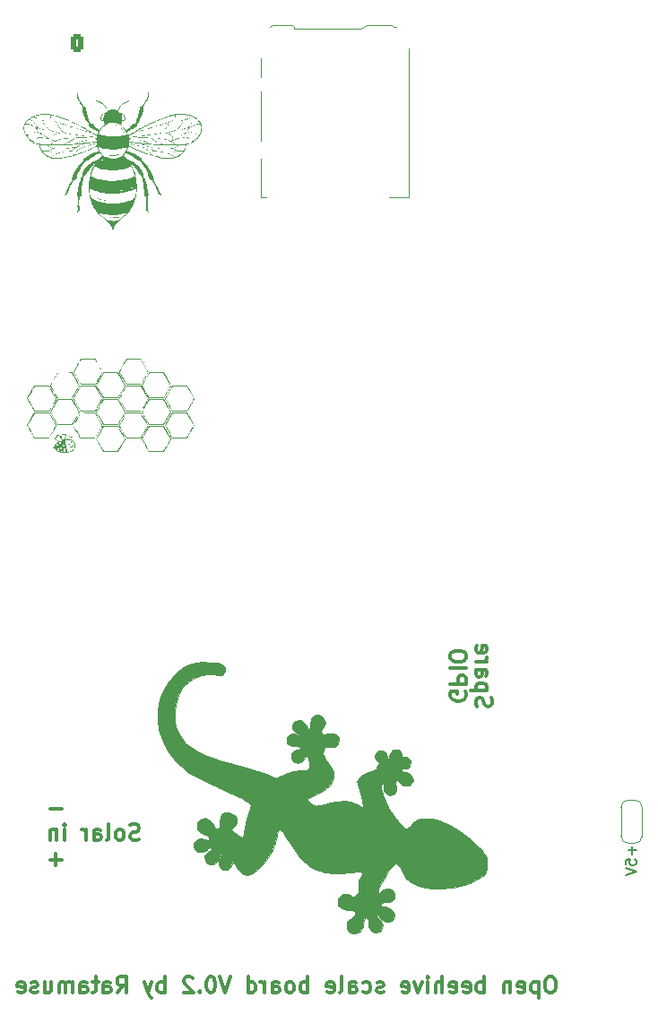
<source format=gbo>
G04 #@! TF.GenerationSoftware,KiCad,Pcbnew,(6.0.5)*
G04 #@! TF.CreationDate,2022-06-08T00:12:21+02:00*
G04 #@! TF.ProjectId,ruche,72756368-652e-46b6-9963-61645f706362,rev?*
G04 #@! TF.SameCoordinates,Original*
G04 #@! TF.FileFunction,Legend,Bot*
G04 #@! TF.FilePolarity,Positive*
%FSLAX46Y46*%
G04 Gerber Fmt 4.6, Leading zero omitted, Abs format (unit mm)*
G04 Created by KiCad (PCBNEW (6.0.5)) date 2022-06-08 00:12:21*
%MOMM*%
%LPD*%
G01*
G04 APERTURE LIST*
G04 Aperture macros list*
%AMRoundRect*
0 Rectangle with rounded corners*
0 $1 Rounding radius*
0 $2 $3 $4 $5 $6 $7 $8 $9 X,Y pos of 4 corners*
0 Add a 4 corners polygon primitive as box body*
4,1,4,$2,$3,$4,$5,$6,$7,$8,$9,$2,$3,0*
0 Add four circle primitives for the rounded corners*
1,1,$1+$1,$2,$3*
1,1,$1+$1,$4,$5*
1,1,$1+$1,$6,$7*
1,1,$1+$1,$8,$9*
0 Add four rect primitives between the rounded corners*
20,1,$1+$1,$2,$3,$4,$5,0*
20,1,$1+$1,$4,$5,$6,$7,0*
20,1,$1+$1,$6,$7,$8,$9,0*
20,1,$1+$1,$8,$9,$2,$3,0*%
%AMFreePoly0*
4,1,20,0.000000,0.744959,0.073905,0.744508,0.209726,0.703889,0.328688,0.626782,0.421226,0.519385,0.479903,0.390333,0.500000,0.250000,0.500000,-0.250000,0.499851,-0.262216,0.476331,-0.402017,0.414519,-0.529596,0.319384,-0.634700,0.198574,-0.708877,0.061801,-0.746166,0.000000,-0.745033,0.000000,-0.750000,-0.550000,-0.750000,-0.550000,0.750000,0.000000,0.750000,0.000000,0.744959,
0.000000,0.744959,$1*%
%AMFreePoly1*
4,1,22,0.550000,-0.750000,0.000000,-0.750000,0.000000,-0.745033,-0.079941,-0.743568,-0.215256,-0.701293,-0.333266,-0.622738,-0.424486,-0.514219,-0.481581,-0.384460,-0.499164,-0.250000,-0.500000,-0.250000,-0.500000,0.250000,-0.499164,0.250000,-0.499963,0.256109,-0.478152,0.396186,-0.417904,0.524511,-0.324060,0.630769,-0.204165,0.706417,-0.067858,0.745374,0.000000,0.744959,0.000000,0.750000,
0.550000,0.750000,0.550000,-0.750000,0.550000,-0.750000,$1*%
G04 Aperture macros list end*
%ADD10C,0.300000*%
%ADD11C,0.150000*%
%ADD12C,0.120000*%
%ADD13C,0.010000*%
%ADD14R,2.175000X2.175000*%
%ADD15C,2.175000*%
%ADD16RoundRect,0.250000X0.625000X-0.350000X0.625000X0.350000X-0.625000X0.350000X-0.625000X-0.350000X0*%
%ADD17O,1.750000X1.200000*%
%ADD18RoundRect,0.250000X-0.625000X0.350000X-0.625000X-0.350000X0.625000X-0.350000X0.625000X0.350000X0*%
%ADD19C,1.500000*%
%ADD20C,4.540000*%
%ADD21RoundRect,0.250000X-0.350000X-0.625000X0.350000X-0.625000X0.350000X0.625000X-0.350000X0.625000X0*%
%ADD22O,1.200000X1.750000*%
%ADD23R,1.650000X1.650000*%
%ADD24C,1.650000*%
%ADD25C,2.250000*%
%ADD26FreePoly0,270.000000*%
%ADD27R,1.500000X1.000000*%
%ADD28FreePoly1,270.000000*%
%ADD29R,0.700000X1.200000*%
%ADD30R,1.000000X0.800000*%
%ADD31R,1.300000X1.900000*%
%ADD32R,1.000000X1.200000*%
%ADD33R,1.000000X2.800000*%
G04 APERTURE END LIST*
D10*
X105665000Y-143722142D02*
X104522142Y-143722142D01*
X112950714Y-146637142D02*
X112736428Y-146708571D01*
X112379285Y-146708571D01*
X112236428Y-146637142D01*
X112165000Y-146565714D01*
X112093571Y-146422857D01*
X112093571Y-146280000D01*
X112165000Y-146137142D01*
X112236428Y-146065714D01*
X112379285Y-145994285D01*
X112665000Y-145922857D01*
X112807857Y-145851428D01*
X112879285Y-145780000D01*
X112950714Y-145637142D01*
X112950714Y-145494285D01*
X112879285Y-145351428D01*
X112807857Y-145280000D01*
X112665000Y-145208571D01*
X112307857Y-145208571D01*
X112093571Y-145280000D01*
X111236428Y-146708571D02*
X111379285Y-146637142D01*
X111450714Y-146565714D01*
X111522142Y-146422857D01*
X111522142Y-145994285D01*
X111450714Y-145851428D01*
X111379285Y-145780000D01*
X111236428Y-145708571D01*
X111022142Y-145708571D01*
X110879285Y-145780000D01*
X110807857Y-145851428D01*
X110736428Y-145994285D01*
X110736428Y-146422857D01*
X110807857Y-146565714D01*
X110879285Y-146637142D01*
X111022142Y-146708571D01*
X111236428Y-146708571D01*
X109879285Y-146708571D02*
X110022142Y-146637142D01*
X110093571Y-146494285D01*
X110093571Y-145208571D01*
X108665000Y-146708571D02*
X108665000Y-145922857D01*
X108736428Y-145780000D01*
X108879285Y-145708571D01*
X109165000Y-145708571D01*
X109307857Y-145780000D01*
X108665000Y-146637142D02*
X108807857Y-146708571D01*
X109165000Y-146708571D01*
X109307857Y-146637142D01*
X109379285Y-146494285D01*
X109379285Y-146351428D01*
X109307857Y-146208571D01*
X109165000Y-146137142D01*
X108807857Y-146137142D01*
X108665000Y-146065714D01*
X107950714Y-146708571D02*
X107950714Y-145708571D01*
X107950714Y-145994285D02*
X107879285Y-145851428D01*
X107807857Y-145780000D01*
X107665000Y-145708571D01*
X107522142Y-145708571D01*
X105879285Y-146708571D02*
X105879285Y-145708571D01*
X105879285Y-145208571D02*
X105950714Y-145280000D01*
X105879285Y-145351428D01*
X105807857Y-145280000D01*
X105879285Y-145208571D01*
X105879285Y-145351428D01*
X105165000Y-145708571D02*
X105165000Y-146708571D01*
X105165000Y-145851428D02*
X105093571Y-145780000D01*
X104950714Y-145708571D01*
X104736428Y-145708571D01*
X104593571Y-145780000D01*
X104522142Y-145922857D01*
X104522142Y-146708571D01*
X105665000Y-148552142D02*
X104522142Y-148552142D01*
X105093571Y-149123571D02*
X105093571Y-147980714D01*
X151941428Y-159618571D02*
X151655714Y-159618571D01*
X151512857Y-159690000D01*
X151370000Y-159832857D01*
X151298571Y-160118571D01*
X151298571Y-160618571D01*
X151370000Y-160904285D01*
X151512857Y-161047142D01*
X151655714Y-161118571D01*
X151941428Y-161118571D01*
X152084285Y-161047142D01*
X152227142Y-160904285D01*
X152298571Y-160618571D01*
X152298571Y-160118571D01*
X152227142Y-159832857D01*
X152084285Y-159690000D01*
X151941428Y-159618571D01*
X150655714Y-160118571D02*
X150655714Y-161618571D01*
X150655714Y-160190000D02*
X150512857Y-160118571D01*
X150227142Y-160118571D01*
X150084285Y-160190000D01*
X150012857Y-160261428D01*
X149941428Y-160404285D01*
X149941428Y-160832857D01*
X150012857Y-160975714D01*
X150084285Y-161047142D01*
X150227142Y-161118571D01*
X150512857Y-161118571D01*
X150655714Y-161047142D01*
X148727142Y-161047142D02*
X148870000Y-161118571D01*
X149155714Y-161118571D01*
X149298571Y-161047142D01*
X149370000Y-160904285D01*
X149370000Y-160332857D01*
X149298571Y-160190000D01*
X149155714Y-160118571D01*
X148870000Y-160118571D01*
X148727142Y-160190000D01*
X148655714Y-160332857D01*
X148655714Y-160475714D01*
X149370000Y-160618571D01*
X148012857Y-160118571D02*
X148012857Y-161118571D01*
X148012857Y-160261428D02*
X147941428Y-160190000D01*
X147798571Y-160118571D01*
X147584285Y-160118571D01*
X147441428Y-160190000D01*
X147370000Y-160332857D01*
X147370000Y-161118571D01*
X145512857Y-161118571D02*
X145512857Y-159618571D01*
X145512857Y-160190000D02*
X145370000Y-160118571D01*
X145084285Y-160118571D01*
X144941428Y-160190000D01*
X144870000Y-160261428D01*
X144798571Y-160404285D01*
X144798571Y-160832857D01*
X144870000Y-160975714D01*
X144941428Y-161047142D01*
X145084285Y-161118571D01*
X145370000Y-161118571D01*
X145512857Y-161047142D01*
X143584285Y-161047142D02*
X143727142Y-161118571D01*
X144012857Y-161118571D01*
X144155714Y-161047142D01*
X144227142Y-160904285D01*
X144227142Y-160332857D01*
X144155714Y-160190000D01*
X144012857Y-160118571D01*
X143727142Y-160118571D01*
X143584285Y-160190000D01*
X143512857Y-160332857D01*
X143512857Y-160475714D01*
X144227142Y-160618571D01*
X142298571Y-161047142D02*
X142441428Y-161118571D01*
X142727142Y-161118571D01*
X142870000Y-161047142D01*
X142941428Y-160904285D01*
X142941428Y-160332857D01*
X142870000Y-160190000D01*
X142727142Y-160118571D01*
X142441428Y-160118571D01*
X142298571Y-160190000D01*
X142227142Y-160332857D01*
X142227142Y-160475714D01*
X142941428Y-160618571D01*
X141584285Y-161118571D02*
X141584285Y-159618571D01*
X140941428Y-161118571D02*
X140941428Y-160332857D01*
X141012857Y-160190000D01*
X141155714Y-160118571D01*
X141370000Y-160118571D01*
X141512857Y-160190000D01*
X141584285Y-160261428D01*
X140227142Y-161118571D02*
X140227142Y-160118571D01*
X140227142Y-159618571D02*
X140298571Y-159690000D01*
X140227142Y-159761428D01*
X140155714Y-159690000D01*
X140227142Y-159618571D01*
X140227142Y-159761428D01*
X139655714Y-160118571D02*
X139298571Y-161118571D01*
X138941428Y-160118571D01*
X137798571Y-161047142D02*
X137941428Y-161118571D01*
X138227142Y-161118571D01*
X138370000Y-161047142D01*
X138441428Y-160904285D01*
X138441428Y-160332857D01*
X138370000Y-160190000D01*
X138227142Y-160118571D01*
X137941428Y-160118571D01*
X137798571Y-160190000D01*
X137727142Y-160332857D01*
X137727142Y-160475714D01*
X138441428Y-160618571D01*
X136012857Y-161047142D02*
X135870000Y-161118571D01*
X135584285Y-161118571D01*
X135441428Y-161047142D01*
X135370000Y-160904285D01*
X135370000Y-160832857D01*
X135441428Y-160690000D01*
X135584285Y-160618571D01*
X135798571Y-160618571D01*
X135941428Y-160547142D01*
X136012857Y-160404285D01*
X136012857Y-160332857D01*
X135941428Y-160190000D01*
X135798571Y-160118571D01*
X135584285Y-160118571D01*
X135441428Y-160190000D01*
X134084285Y-161047142D02*
X134227142Y-161118571D01*
X134512857Y-161118571D01*
X134655714Y-161047142D01*
X134727142Y-160975714D01*
X134798571Y-160832857D01*
X134798571Y-160404285D01*
X134727142Y-160261428D01*
X134655714Y-160190000D01*
X134512857Y-160118571D01*
X134227142Y-160118571D01*
X134084285Y-160190000D01*
X132798571Y-161118571D02*
X132798571Y-160332857D01*
X132870000Y-160190000D01*
X133012857Y-160118571D01*
X133298571Y-160118571D01*
X133441428Y-160190000D01*
X132798571Y-161047142D02*
X132941428Y-161118571D01*
X133298571Y-161118571D01*
X133441428Y-161047142D01*
X133512857Y-160904285D01*
X133512857Y-160761428D01*
X133441428Y-160618571D01*
X133298571Y-160547142D01*
X132941428Y-160547142D01*
X132798571Y-160475714D01*
X131870000Y-161118571D02*
X132012857Y-161047142D01*
X132084285Y-160904285D01*
X132084285Y-159618571D01*
X130727142Y-161047142D02*
X130870000Y-161118571D01*
X131155714Y-161118571D01*
X131298571Y-161047142D01*
X131370000Y-160904285D01*
X131370000Y-160332857D01*
X131298571Y-160190000D01*
X131155714Y-160118571D01*
X130870000Y-160118571D01*
X130727142Y-160190000D01*
X130655714Y-160332857D01*
X130655714Y-160475714D01*
X131370000Y-160618571D01*
X128870000Y-161118571D02*
X128870000Y-159618571D01*
X128870000Y-160190000D02*
X128727142Y-160118571D01*
X128441428Y-160118571D01*
X128298571Y-160190000D01*
X128227142Y-160261428D01*
X128155714Y-160404285D01*
X128155714Y-160832857D01*
X128227142Y-160975714D01*
X128298571Y-161047142D01*
X128441428Y-161118571D01*
X128727142Y-161118571D01*
X128870000Y-161047142D01*
X127298571Y-161118571D02*
X127441428Y-161047142D01*
X127512857Y-160975714D01*
X127584285Y-160832857D01*
X127584285Y-160404285D01*
X127512857Y-160261428D01*
X127441428Y-160190000D01*
X127298571Y-160118571D01*
X127084285Y-160118571D01*
X126941428Y-160190000D01*
X126870000Y-160261428D01*
X126798571Y-160404285D01*
X126798571Y-160832857D01*
X126870000Y-160975714D01*
X126941428Y-161047142D01*
X127084285Y-161118571D01*
X127298571Y-161118571D01*
X125512857Y-161118571D02*
X125512857Y-160332857D01*
X125584285Y-160190000D01*
X125727142Y-160118571D01*
X126012857Y-160118571D01*
X126155714Y-160190000D01*
X125512857Y-161047142D02*
X125655714Y-161118571D01*
X126012857Y-161118571D01*
X126155714Y-161047142D01*
X126227142Y-160904285D01*
X126227142Y-160761428D01*
X126155714Y-160618571D01*
X126012857Y-160547142D01*
X125655714Y-160547142D01*
X125512857Y-160475714D01*
X124798571Y-161118571D02*
X124798571Y-160118571D01*
X124798571Y-160404285D02*
X124727142Y-160261428D01*
X124655714Y-160190000D01*
X124512857Y-160118571D01*
X124370000Y-160118571D01*
X123227142Y-161118571D02*
X123227142Y-159618571D01*
X123227142Y-161047142D02*
X123370000Y-161118571D01*
X123655714Y-161118571D01*
X123798571Y-161047142D01*
X123870000Y-160975714D01*
X123941428Y-160832857D01*
X123941428Y-160404285D01*
X123870000Y-160261428D01*
X123798571Y-160190000D01*
X123655714Y-160118571D01*
X123370000Y-160118571D01*
X123227142Y-160190000D01*
X121584285Y-159618571D02*
X121084285Y-161118571D01*
X120584285Y-159618571D01*
X119798571Y-159618571D02*
X119655714Y-159618571D01*
X119512857Y-159690000D01*
X119441428Y-159761428D01*
X119370000Y-159904285D01*
X119298571Y-160190000D01*
X119298571Y-160547142D01*
X119370000Y-160832857D01*
X119441428Y-160975714D01*
X119512857Y-161047142D01*
X119655714Y-161118571D01*
X119798571Y-161118571D01*
X119941428Y-161047142D01*
X120012857Y-160975714D01*
X120084285Y-160832857D01*
X120155714Y-160547142D01*
X120155714Y-160190000D01*
X120084285Y-159904285D01*
X120012857Y-159761428D01*
X119941428Y-159690000D01*
X119798571Y-159618571D01*
X118655714Y-160975714D02*
X118584285Y-161047142D01*
X118655714Y-161118571D01*
X118727142Y-161047142D01*
X118655714Y-160975714D01*
X118655714Y-161118571D01*
X118012857Y-159761428D02*
X117941428Y-159690000D01*
X117798571Y-159618571D01*
X117441428Y-159618571D01*
X117298571Y-159690000D01*
X117227142Y-159761428D01*
X117155714Y-159904285D01*
X117155714Y-160047142D01*
X117227142Y-160261428D01*
X118084285Y-161118571D01*
X117155714Y-161118571D01*
X115370000Y-161118571D02*
X115370000Y-159618571D01*
X115370000Y-160190000D02*
X115227142Y-160118571D01*
X114941428Y-160118571D01*
X114798571Y-160190000D01*
X114727142Y-160261428D01*
X114655714Y-160404285D01*
X114655714Y-160832857D01*
X114727142Y-160975714D01*
X114798571Y-161047142D01*
X114941428Y-161118571D01*
X115227142Y-161118571D01*
X115370000Y-161047142D01*
X114155714Y-160118571D02*
X113798571Y-161118571D01*
X113441428Y-160118571D02*
X113798571Y-161118571D01*
X113941428Y-161475714D01*
X114012857Y-161547142D01*
X114155714Y-161618571D01*
X110870000Y-161118571D02*
X111370000Y-160404285D01*
X111727142Y-161118571D02*
X111727142Y-159618571D01*
X111155714Y-159618571D01*
X111012857Y-159690000D01*
X110941428Y-159761428D01*
X110870000Y-159904285D01*
X110870000Y-160118571D01*
X110941428Y-160261428D01*
X111012857Y-160332857D01*
X111155714Y-160404285D01*
X111727142Y-160404285D01*
X109584285Y-161118571D02*
X109584285Y-160332857D01*
X109655714Y-160190000D01*
X109798571Y-160118571D01*
X110084285Y-160118571D01*
X110227142Y-160190000D01*
X109584285Y-161047142D02*
X109727142Y-161118571D01*
X110084285Y-161118571D01*
X110227142Y-161047142D01*
X110298571Y-160904285D01*
X110298571Y-160761428D01*
X110227142Y-160618571D01*
X110084285Y-160547142D01*
X109727142Y-160547142D01*
X109584285Y-160475714D01*
X109084285Y-160118571D02*
X108512857Y-160118571D01*
X108870000Y-159618571D02*
X108870000Y-160904285D01*
X108798571Y-161047142D01*
X108655714Y-161118571D01*
X108512857Y-161118571D01*
X107370000Y-161118571D02*
X107370000Y-160332857D01*
X107441428Y-160190000D01*
X107584285Y-160118571D01*
X107870000Y-160118571D01*
X108012857Y-160190000D01*
X107370000Y-161047142D02*
X107512857Y-161118571D01*
X107870000Y-161118571D01*
X108012857Y-161047142D01*
X108084285Y-160904285D01*
X108084285Y-160761428D01*
X108012857Y-160618571D01*
X107870000Y-160547142D01*
X107512857Y-160547142D01*
X107370000Y-160475714D01*
X106655714Y-161118571D02*
X106655714Y-160118571D01*
X106655714Y-160261428D02*
X106584285Y-160190000D01*
X106441428Y-160118571D01*
X106227142Y-160118571D01*
X106084285Y-160190000D01*
X106012857Y-160332857D01*
X106012857Y-161118571D01*
X106012857Y-160332857D02*
X105941428Y-160190000D01*
X105798571Y-160118571D01*
X105584285Y-160118571D01*
X105441428Y-160190000D01*
X105370000Y-160332857D01*
X105370000Y-161118571D01*
X104012857Y-160118571D02*
X104012857Y-161118571D01*
X104655714Y-160118571D02*
X104655714Y-160904285D01*
X104584285Y-161047142D01*
X104441428Y-161118571D01*
X104227142Y-161118571D01*
X104084285Y-161047142D01*
X104012857Y-160975714D01*
X103370000Y-161047142D02*
X103227142Y-161118571D01*
X102941428Y-161118571D01*
X102798571Y-161047142D01*
X102727142Y-160904285D01*
X102727142Y-160832857D01*
X102798571Y-160690000D01*
X102941428Y-160618571D01*
X103155714Y-160618571D01*
X103298571Y-160547142D01*
X103370000Y-160404285D01*
X103370000Y-160332857D01*
X103298571Y-160190000D01*
X103155714Y-160118571D01*
X102941428Y-160118571D01*
X102798571Y-160190000D01*
X101512857Y-161047142D02*
X101655714Y-161118571D01*
X101941428Y-161118571D01*
X102084285Y-161047142D01*
X102155714Y-160904285D01*
X102155714Y-160332857D01*
X102084285Y-160190000D01*
X101941428Y-160118571D01*
X101655714Y-160118571D01*
X101512857Y-160190000D01*
X101441428Y-160332857D01*
X101441428Y-160475714D01*
X102155714Y-160618571D01*
X144830357Y-134092857D02*
X144758928Y-133878571D01*
X144758928Y-133521428D01*
X144830357Y-133378571D01*
X144901785Y-133307142D01*
X145044642Y-133235714D01*
X145187500Y-133235714D01*
X145330357Y-133307142D01*
X145401785Y-133378571D01*
X145473214Y-133521428D01*
X145544642Y-133807142D01*
X145616071Y-133950000D01*
X145687500Y-134021428D01*
X145830357Y-134092857D01*
X145973214Y-134092857D01*
X146116071Y-134021428D01*
X146187500Y-133950000D01*
X146258928Y-133807142D01*
X146258928Y-133450000D01*
X146187500Y-133235714D01*
X145758928Y-132592857D02*
X144258928Y-132592857D01*
X145687500Y-132592857D02*
X145758928Y-132450000D01*
X145758928Y-132164285D01*
X145687500Y-132021428D01*
X145616071Y-131950000D01*
X145473214Y-131878571D01*
X145044642Y-131878571D01*
X144901785Y-131950000D01*
X144830357Y-132021428D01*
X144758928Y-132164285D01*
X144758928Y-132450000D01*
X144830357Y-132592857D01*
X144758928Y-130592857D02*
X145544642Y-130592857D01*
X145687500Y-130664285D01*
X145758928Y-130807142D01*
X145758928Y-131092857D01*
X145687500Y-131235714D01*
X144830357Y-130592857D02*
X144758928Y-130735714D01*
X144758928Y-131092857D01*
X144830357Y-131235714D01*
X144973214Y-131307142D01*
X145116071Y-131307142D01*
X145258928Y-131235714D01*
X145330357Y-131092857D01*
X145330357Y-130735714D01*
X145401785Y-130592857D01*
X144758928Y-129878571D02*
X145758928Y-129878571D01*
X145473214Y-129878571D02*
X145616071Y-129807142D01*
X145687500Y-129735714D01*
X145758928Y-129592857D01*
X145758928Y-129450000D01*
X144830357Y-128378571D02*
X144758928Y-128521428D01*
X144758928Y-128807142D01*
X144830357Y-128950000D01*
X144973214Y-129021428D01*
X145544642Y-129021428D01*
X145687500Y-128950000D01*
X145758928Y-128807142D01*
X145758928Y-128521428D01*
X145687500Y-128378571D01*
X145544642Y-128307142D01*
X145401785Y-128307142D01*
X145258928Y-129021428D01*
X143772500Y-132700000D02*
X143843928Y-132842857D01*
X143843928Y-133057142D01*
X143772500Y-133271428D01*
X143629642Y-133414285D01*
X143486785Y-133485714D01*
X143201071Y-133557142D01*
X142986785Y-133557142D01*
X142701071Y-133485714D01*
X142558214Y-133414285D01*
X142415357Y-133271428D01*
X142343928Y-133057142D01*
X142343928Y-132914285D01*
X142415357Y-132700000D01*
X142486785Y-132628571D01*
X142986785Y-132628571D01*
X142986785Y-132914285D01*
X142343928Y-131985714D02*
X143843928Y-131985714D01*
X143843928Y-131414285D01*
X143772500Y-131271428D01*
X143701071Y-131200000D01*
X143558214Y-131128571D01*
X143343928Y-131128571D01*
X143201071Y-131200000D01*
X143129642Y-131271428D01*
X143058214Y-131414285D01*
X143058214Y-131985714D01*
X142343928Y-130485714D02*
X143843928Y-130485714D01*
X143843928Y-129485714D02*
X143843928Y-129200000D01*
X143772500Y-129057142D01*
X143629642Y-128914285D01*
X143343928Y-128842857D01*
X142843928Y-128842857D01*
X142558214Y-128914285D01*
X142415357Y-129057142D01*
X142343928Y-129200000D01*
X142343928Y-129485714D01*
X142415357Y-129628571D01*
X142558214Y-129771428D01*
X142843928Y-129842857D01*
X143343928Y-129842857D01*
X143629642Y-129771428D01*
X143772500Y-129628571D01*
X143843928Y-129485714D01*
D11*
X159501428Y-147304285D02*
X159501428Y-148066190D01*
X159882380Y-147685238D02*
X159120476Y-147685238D01*
X158882380Y-149018571D02*
X158882380Y-148542380D01*
X159358571Y-148494761D01*
X159310952Y-148542380D01*
X159263333Y-148637619D01*
X159263333Y-148875714D01*
X159310952Y-148970952D01*
X159358571Y-149018571D01*
X159453809Y-149066190D01*
X159691904Y-149066190D01*
X159787142Y-149018571D01*
X159834761Y-148970952D01*
X159882380Y-148875714D01*
X159882380Y-148637619D01*
X159834761Y-148542380D01*
X159787142Y-148494761D01*
X158882380Y-149351904D02*
X159882380Y-149685238D01*
X158882380Y-150018571D01*
D12*
X159160000Y-142910000D02*
G75*
G03*
X158460000Y-143610000I-1J-699999D01*
G01*
X158460000Y-146310000D02*
G75*
G03*
X159160000Y-147010000I700000J0D01*
G01*
X160460000Y-143610000D02*
G75*
G03*
X159760000Y-142910000I-699999J1D01*
G01*
X159760000Y-147010000D02*
G75*
G03*
X160460000Y-146310000I0J700000D01*
G01*
X159160000Y-147010000D02*
X159760000Y-147010000D01*
X160460000Y-146360000D02*
X160460000Y-143560000D01*
X159760000Y-142910000D02*
X159160000Y-142910000D01*
X158460000Y-143560000D02*
X158460000Y-146360000D01*
G36*
X109815683Y-81918551D02*
G01*
X109855868Y-81936971D01*
X109863391Y-81940726D01*
X110000595Y-81998203D01*
X110144765Y-82038704D01*
X110294688Y-82062174D01*
X110449154Y-82068560D01*
X110606950Y-82057808D01*
X110766866Y-82029863D01*
X110927689Y-81984673D01*
X110974751Y-81969557D01*
X111008336Y-81960642D01*
X111029289Y-81958187D01*
X111040062Y-81961912D01*
X111043108Y-81971538D01*
X111042433Y-81973792D01*
X111029178Y-81984178D01*
X111001195Y-81997238D01*
X110961398Y-82012112D01*
X110912706Y-82027939D01*
X110858034Y-82043856D01*
X110800299Y-82059004D01*
X110742416Y-82072520D01*
X110687303Y-82083544D01*
X110637875Y-82091214D01*
X110615776Y-82093647D01*
X110551270Y-82098199D01*
X110478253Y-82100544D01*
X110402170Y-82100717D01*
X110328464Y-82098752D01*
X110262580Y-82094682D01*
X110209963Y-82088542D01*
X110118153Y-82070342D01*
X109989154Y-82033325D01*
X109870406Y-81985399D01*
X109829405Y-81965348D01*
X109797551Y-81947566D01*
X109779872Y-81933823D01*
X109774562Y-81922670D01*
X109779813Y-81912654D01*
X109789824Y-81910916D01*
X109815683Y-81918551D01*
G37*
G36*
X109012151Y-86095124D02*
G01*
X109034738Y-86100154D01*
X109068827Y-86110291D01*
X109116477Y-86125981D01*
X109179751Y-86147668D01*
X109263705Y-86175430D01*
X109493793Y-86238840D01*
X109731956Y-86286347D01*
X109979099Y-86318110D01*
X110236124Y-86334290D01*
X110245256Y-86334587D01*
X110310243Y-86337021D01*
X110358516Y-86339699D01*
X110391954Y-86342995D01*
X110412436Y-86347283D01*
X110421840Y-86352935D01*
X110422045Y-86360326D01*
X110414931Y-86369829D01*
X110407114Y-86371867D01*
X110382601Y-86373308D01*
X110344502Y-86373538D01*
X110295730Y-86372673D01*
X110239197Y-86370829D01*
X110177815Y-86368122D01*
X110114496Y-86364669D01*
X110052151Y-86360586D01*
X109993693Y-86355987D01*
X109942034Y-86350990D01*
X109734998Y-86322561D01*
X109524597Y-86281968D01*
X109320485Y-86230864D01*
X109128002Y-86170433D01*
X109095449Y-86158856D01*
X109048973Y-86141203D01*
X109017667Y-86127314D01*
X108999634Y-86116299D01*
X108992975Y-86107272D01*
X108992786Y-86106214D01*
X108993236Y-86098599D01*
X108999004Y-86094754D01*
X109012151Y-86095124D01*
G37*
G36*
X111637098Y-78575204D02*
G01*
X111626441Y-78655107D01*
X111602674Y-78721875D01*
X111565898Y-78775288D01*
X111516216Y-78815127D01*
X111503844Y-78822121D01*
X111476131Y-78834234D01*
X111446930Y-78839844D01*
X111407652Y-78840997D01*
X111344000Y-78840467D01*
X111334371Y-78878641D01*
X111330362Y-78893002D01*
X111320490Y-78925288D01*
X111307300Y-78966646D01*
X111292478Y-79011937D01*
X111277712Y-79056022D01*
X111264690Y-79093762D01*
X111255101Y-79120017D01*
X111256140Y-79128951D01*
X111268077Y-79145127D01*
X111292956Y-79168719D01*
X111332167Y-79201194D01*
X111427113Y-79283876D01*
X111521169Y-79382142D01*
X111609799Y-79493313D01*
X111695565Y-79620346D01*
X111747208Y-79702760D01*
X111863350Y-79578126D01*
X111911630Y-79526555D01*
X111985691Y-79448387D01*
X112055982Y-79375318D01*
X112121035Y-79308829D01*
X112179380Y-79250403D01*
X112229546Y-79201523D01*
X112270063Y-79163670D01*
X112299462Y-79138328D01*
X112325738Y-79118022D01*
X112378745Y-79082246D01*
X112425958Y-79059209D01*
X112471171Y-79047288D01*
X112518178Y-79044863D01*
X112579809Y-79047098D01*
X112603449Y-79000778D01*
X112612768Y-78982216D01*
X112664951Y-78866804D01*
X112716054Y-78733963D01*
X112766164Y-78583416D01*
X112815368Y-78414888D01*
X112863752Y-78228101D01*
X112911405Y-78022779D01*
X112925921Y-77956962D01*
X112947920Y-77857733D01*
X112966662Y-77774462D01*
X112982628Y-77705613D01*
X112996298Y-77649651D01*
X113008152Y-77605040D01*
X113018670Y-77570245D01*
X113028333Y-77543731D01*
X113037620Y-77523961D01*
X113047012Y-77509401D01*
X113056988Y-77498515D01*
X113068029Y-77489767D01*
X113080615Y-77481622D01*
X113084964Y-77479079D01*
X113117701Y-77464707D01*
X113152034Y-77455272D01*
X113161729Y-77453448D01*
X113174001Y-77449681D01*
X113185797Y-77442747D01*
X113198975Y-77430590D01*
X113215393Y-77411154D01*
X113236910Y-77382384D01*
X113265384Y-77342222D01*
X113302673Y-77288614D01*
X113310222Y-77277704D01*
X113375810Y-77180931D01*
X113438973Y-77084303D01*
X113497889Y-76990766D01*
X113550736Y-76903266D01*
X113595690Y-76824746D01*
X113630931Y-76758152D01*
X113631156Y-76757701D01*
X113663651Y-76686774D01*
X113692464Y-76610835D01*
X113718668Y-76526435D01*
X113743333Y-76430124D01*
X113767533Y-76318450D01*
X113780505Y-76254722D01*
X113790763Y-76206042D01*
X113798682Y-76171324D01*
X113804874Y-76148288D01*
X113809954Y-76134655D01*
X113814535Y-76128147D01*
X113819231Y-76126484D01*
X113819512Y-76126490D01*
X113825817Y-76130754D01*
X113830940Y-76144241D01*
X113835121Y-76168871D01*
X113838598Y-76206565D01*
X113841611Y-76259240D01*
X113844397Y-76328818D01*
X113846054Y-76383553D01*
X113846713Y-76453386D01*
X113844471Y-76511199D01*
X113838568Y-76561040D01*
X113828243Y-76606962D01*
X113812738Y-76653015D01*
X113791290Y-76703251D01*
X113763139Y-76761719D01*
X113715679Y-76852006D01*
X113640455Y-76980584D01*
X113550714Y-77120344D01*
X113446617Y-77271036D01*
X113328328Y-77432410D01*
X113298121Y-77472570D01*
X113330262Y-77499402D01*
X113338102Y-77506087D01*
X113351716Y-77520252D01*
X113359495Y-77536193D01*
X113363536Y-77559590D01*
X113365932Y-77596123D01*
X113365946Y-77596400D01*
X113365303Y-77653679D01*
X113357979Y-77721324D01*
X113343718Y-77800429D01*
X113322264Y-77892090D01*
X113293360Y-77997400D01*
X113256750Y-78117453D01*
X113212179Y-78253346D01*
X113189532Y-78317960D01*
X113109917Y-78512679D01*
X113016407Y-78696568D01*
X112907419Y-78872529D01*
X112781370Y-79043465D01*
X112755010Y-79076709D01*
X112734190Y-79104204D01*
X112722238Y-79122948D01*
X112717567Y-79136103D01*
X112718591Y-79146827D01*
X112723723Y-79158282D01*
X112736265Y-79199702D01*
X112731250Y-79244110D01*
X112707878Y-79288997D01*
X112666348Y-79333755D01*
X112666059Y-79334009D01*
X112627949Y-79363922D01*
X112573785Y-79401047D01*
X112504618Y-79444770D01*
X112421499Y-79494476D01*
X112325480Y-79549550D01*
X112217610Y-79609377D01*
X112098940Y-79673343D01*
X111970521Y-79740833D01*
X111806170Y-79826192D01*
X111830386Y-79879691D01*
X111840692Y-79903957D01*
X111856853Y-79945050D01*
X111874717Y-79992907D01*
X111891957Y-80041416D01*
X111892518Y-80043042D01*
X111903595Y-80074757D01*
X111907088Y-80084759D01*
X111919465Y-80119328D01*
X111928354Y-80143193D01*
X111932464Y-80152799D01*
X111939966Y-80149693D01*
X111961068Y-80138121D01*
X111993150Y-80119483D01*
X112033621Y-80095286D01*
X112079896Y-80067035D01*
X112093632Y-80058580D01*
X112313744Y-79925788D01*
X112391459Y-79880470D01*
X112547168Y-79880470D01*
X112548267Y-79880751D01*
X112553046Y-79879794D01*
X112563304Y-79877091D01*
X112580839Y-79872137D01*
X112607449Y-79864425D01*
X112644931Y-79853450D01*
X112695083Y-79838704D01*
X112759703Y-79819683D01*
X112840589Y-79795879D01*
X113003635Y-79747823D01*
X113216985Y-79684667D01*
X113428315Y-79621809D01*
X113636620Y-79559556D01*
X113840896Y-79498219D01*
X114040140Y-79438105D01*
X114233349Y-79379523D01*
X114419518Y-79322783D01*
X114597645Y-79268192D01*
X114766725Y-79216060D01*
X114925755Y-79166694D01*
X115073732Y-79120405D01*
X115209651Y-79077500D01*
X115332510Y-79038288D01*
X115441305Y-79003078D01*
X115535032Y-78972179D01*
X115612687Y-78945899D01*
X115673267Y-78924547D01*
X115690251Y-78918385D01*
X115745221Y-78898510D01*
X115804110Y-78877296D01*
X115856780Y-78858397D01*
X115869979Y-78853630D01*
X115978079Y-78810486D01*
X116050021Y-78775130D01*
X116144860Y-78775130D01*
X116147812Y-78776336D01*
X116165780Y-78779972D01*
X116195905Y-78784439D01*
X116233696Y-78789034D01*
X116381801Y-78800985D01*
X116585975Y-78803250D01*
X116787646Y-78789218D01*
X116984989Y-78759191D01*
X117176179Y-78713465D01*
X117359391Y-78652342D01*
X117532799Y-78576120D01*
X117552102Y-78566388D01*
X117653809Y-78511288D01*
X117746548Y-78454591D01*
X117825618Y-78399139D01*
X117865222Y-78368941D01*
X117841651Y-78358201D01*
X117838445Y-78356799D01*
X117809667Y-78346284D01*
X117767388Y-78332932D01*
X117715766Y-78317889D01*
X117658958Y-78302302D01*
X117601120Y-78287316D01*
X117546408Y-78274077D01*
X117498981Y-78263732D01*
X117395484Y-78245027D01*
X117171927Y-78218014D01*
X116939584Y-78207524D01*
X116698615Y-78213563D01*
X116449182Y-78236135D01*
X116363999Y-78246493D01*
X116368048Y-78331187D01*
X116368991Y-78371528D01*
X116367373Y-78394139D01*
X116363648Y-78446201D01*
X116347477Y-78513079D01*
X116319321Y-78578022D01*
X116304806Y-78602367D01*
X116273471Y-78645188D01*
X116236052Y-78688752D01*
X116197609Y-78727319D01*
X116163202Y-78755148D01*
X116163161Y-78755175D01*
X116148332Y-78767367D01*
X116144860Y-78775130D01*
X116050021Y-78775130D01*
X116068969Y-78765818D01*
X116144093Y-78718602D01*
X116204899Y-78667810D01*
X116252832Y-78612416D01*
X116289337Y-78551395D01*
X116318758Y-78475776D01*
X116334451Y-78394139D01*
X116332926Y-78315498D01*
X116329574Y-78293228D01*
X116325029Y-78269472D01*
X116321562Y-78258563D01*
X116314724Y-78257494D01*
X116291306Y-78259826D01*
X116253935Y-78266091D01*
X116205065Y-78275727D01*
X116147152Y-78288171D01*
X116082649Y-78302860D01*
X116014013Y-78319230D01*
X115943698Y-78336719D01*
X115874159Y-78354764D01*
X115807850Y-78372801D01*
X115747228Y-78390269D01*
X115724895Y-78396982D01*
X115522089Y-78462052D01*
X115305982Y-78538379D01*
X115077762Y-78625430D01*
X114838614Y-78722671D01*
X114589724Y-78829570D01*
X114332278Y-78945594D01*
X114067462Y-79070209D01*
X113796463Y-79202881D01*
X113520466Y-79343079D01*
X113240658Y-79490268D01*
X112958225Y-79643916D01*
X112952198Y-79647250D01*
X112869618Y-79693090D01*
X112793300Y-79735749D01*
X112724706Y-79774390D01*
X112665302Y-79808175D01*
X112616550Y-79836268D01*
X112579915Y-79857831D01*
X112556861Y-79872027D01*
X112548851Y-79878019D01*
X112548824Y-79878215D01*
X112547953Y-79879456D01*
X112547168Y-79880470D01*
X112391459Y-79880470D01*
X112547240Y-79789629D01*
X112790982Y-79651759D01*
X113041831Y-79513836D01*
X113296649Y-79377519D01*
X113552298Y-79244464D01*
X113805639Y-79116328D01*
X114053534Y-78994771D01*
X114292845Y-78881448D01*
X114520433Y-78778019D01*
X114637174Y-78726822D01*
X114887529Y-78621330D01*
X115128145Y-78525963D01*
X115358204Y-78441002D01*
X115576888Y-78366732D01*
X115783380Y-78303435D01*
X115976863Y-78251396D01*
X116156520Y-78210898D01*
X116196904Y-78202997D01*
X116434363Y-78165021D01*
X116667981Y-78142084D01*
X116896774Y-78134057D01*
X117119758Y-78140815D01*
X117335949Y-78162231D01*
X117544365Y-78198177D01*
X117744021Y-78248528D01*
X117933933Y-78313156D01*
X118060820Y-78368941D01*
X118113119Y-78391934D01*
X118280594Y-78484735D01*
X118328357Y-78515308D01*
X118449361Y-78603054D01*
X118449917Y-78603457D01*
X118558762Y-78698112D01*
X118653672Y-78797906D01*
X118733424Y-78901471D01*
X118796800Y-79007439D01*
X118838430Y-79104750D01*
X118842577Y-79114443D01*
X118857169Y-79161151D01*
X118884438Y-79290843D01*
X118894349Y-79425167D01*
X118893467Y-79442180D01*
X118887207Y-79562978D01*
X118863312Y-79703134D01*
X118822967Y-79844489D01*
X118766475Y-79985901D01*
X118694138Y-80126224D01*
X118630066Y-80226903D01*
X118606257Y-80264315D01*
X118503136Y-80399029D01*
X118445502Y-80464805D01*
X118369437Y-80544068D01*
X118287952Y-80622136D01*
X118204287Y-80696161D01*
X118121680Y-80763295D01*
X118119595Y-80764823D01*
X118043371Y-80820693D01*
X117972597Y-80865504D01*
X117966896Y-80868683D01*
X117916122Y-80893182D01*
X117851633Y-80919289D01*
X117777669Y-80945572D01*
X117698471Y-80970598D01*
X117618277Y-80992936D01*
X117541330Y-81011154D01*
X117504247Y-81019053D01*
X117469337Y-81026561D01*
X117445312Y-81031814D01*
X117435936Y-81033995D01*
X117434483Y-81038410D01*
X117431456Y-81050599D01*
X117429683Y-81057741D01*
X117422524Y-81088851D01*
X117413927Y-81127815D01*
X117370488Y-81287326D01*
X117310301Y-81442552D01*
X117234812Y-81589961D01*
X117183558Y-81668645D01*
X117145103Y-81727680D01*
X117042261Y-81853842D01*
X116927371Y-81966575D01*
X116804211Y-82064213D01*
X116658130Y-82157479D01*
X116502575Y-82234775D01*
X116475385Y-82244884D01*
X116338039Y-82295949D01*
X116165012Y-82340850D01*
X115983986Y-82369324D01*
X115795454Y-82381221D01*
X115599908Y-82376389D01*
X115401418Y-82358422D01*
X115166618Y-82326258D01*
X114918414Y-82281389D01*
X114657017Y-82223863D01*
X114382641Y-82153726D01*
X114095496Y-82071027D01*
X113795794Y-81975810D01*
X113707407Y-81946111D01*
X113478150Y-81865533D01*
X113251791Y-81780972D01*
X113030576Y-81693387D01*
X112816752Y-81603736D01*
X112612565Y-81512977D01*
X112420262Y-81422070D01*
X112242088Y-81331974D01*
X112080292Y-81243647D01*
X112064542Y-81234721D01*
X112024825Y-81212696D01*
X111992375Y-81195399D01*
X111970196Y-81184404D01*
X111961291Y-81181285D01*
X111960774Y-81182152D01*
X111955772Y-81195703D01*
X111955584Y-81196290D01*
X111947453Y-81221671D01*
X111941885Y-81240204D01*
X111937314Y-81255421D01*
X111924659Y-81297605D01*
X111894963Y-81387001D01*
X111862887Y-81469188D01*
X111825385Y-81552242D01*
X111780542Y-81645973D01*
X112002359Y-81722182D01*
X112138014Y-81770101D01*
X112308373Y-81834365D01*
X112466681Y-81898910D01*
X112612218Y-81963347D01*
X112744262Y-82027282D01*
X112862091Y-82090327D01*
X112964985Y-82152089D01*
X113052222Y-82212178D01*
X113123082Y-82270203D01*
X113176843Y-82325772D01*
X113212784Y-82378494D01*
X113224860Y-82402552D01*
X113233112Y-82424945D01*
X113233994Y-82443456D01*
X113228795Y-82465047D01*
X113225381Y-82476545D01*
X113223010Y-82491993D01*
X113227508Y-82505017D01*
X113241275Y-82520593D01*
X113266710Y-82543698D01*
X113281958Y-82557391D01*
X113407399Y-82679415D01*
X113533138Y-82817859D01*
X113657782Y-82970668D01*
X113779934Y-83135784D01*
X113898201Y-83311150D01*
X114011186Y-83494710D01*
X114117497Y-83684407D01*
X114215736Y-83878184D01*
X114304510Y-84073983D01*
X114328419Y-84133344D01*
X114346536Y-84188868D01*
X114354864Y-84233395D01*
X114353594Y-84269521D01*
X114342916Y-84299843D01*
X114323019Y-84326956D01*
X114299252Y-84352601D01*
X114368732Y-84457975D01*
X114423793Y-84544206D01*
X114497882Y-84668195D01*
X114571266Y-84799464D01*
X114642100Y-84934352D01*
X114708534Y-85069203D01*
X114768723Y-85200356D01*
X114820819Y-85324154D01*
X114862974Y-85436936D01*
X114864631Y-85441729D01*
X114892015Y-85516263D01*
X114918236Y-85576433D01*
X114945720Y-85626104D01*
X114976894Y-85669139D01*
X115014183Y-85709403D01*
X115060013Y-85750759D01*
X115122388Y-85803675D01*
X115033155Y-85798654D01*
X115006859Y-85796872D01*
X114933114Y-85787187D01*
X114874210Y-85770149D01*
X114827642Y-85744027D01*
X114790908Y-85707089D01*
X114761503Y-85657605D01*
X114736924Y-85593842D01*
X114735533Y-85589587D01*
X114722471Y-85552498D01*
X114703475Y-85501741D01*
X114679809Y-85440477D01*
X114652741Y-85371866D01*
X114623536Y-85299067D01*
X114593461Y-85225240D01*
X114563781Y-85153545D01*
X114535764Y-85087141D01*
X114510674Y-85029189D01*
X114484206Y-84970134D01*
X114439306Y-84873969D01*
X114393156Y-84779558D01*
X114347381Y-84690052D01*
X114303610Y-84608605D01*
X114263469Y-84538369D01*
X114228585Y-84482499D01*
X114168313Y-84391963D01*
X114116369Y-84386602D01*
X114068714Y-84376484D01*
X114018692Y-84355632D01*
X113975776Y-84327517D01*
X113945811Y-84295268D01*
X113939946Y-84284355D01*
X113927132Y-84254814D01*
X113911255Y-84213595D01*
X113893782Y-84164574D01*
X113876184Y-84111627D01*
X113821775Y-83947943D01*
X113751933Y-83755999D01*
X113679717Y-83577967D01*
X113603937Y-83411109D01*
X113523405Y-83252684D01*
X113436930Y-83099956D01*
X113398816Y-83037891D01*
X113356272Y-82972074D01*
X113311570Y-82905825D01*
X113266078Y-82840954D01*
X113221168Y-82779266D01*
X113178210Y-82722570D01*
X113138574Y-82672673D01*
X113103630Y-82631382D01*
X113074748Y-82600505D01*
X113053298Y-82581848D01*
X113040651Y-82577221D01*
X113031885Y-82579007D01*
X113003963Y-82578257D01*
X112967229Y-82572721D01*
X112927564Y-82563640D01*
X112890852Y-82552252D01*
X112862974Y-82539796D01*
X112861463Y-82538895D01*
X112840429Y-82525122D01*
X112807740Y-82502420D01*
X112766427Y-82472949D01*
X112719520Y-82438869D01*
X112670051Y-82402339D01*
X112608878Y-82357272D01*
X112439100Y-82237669D01*
X112277193Y-82132145D01*
X112121279Y-82039509D01*
X111969477Y-81958572D01*
X111934277Y-81941376D01*
X111889865Y-81920537D01*
X111842257Y-81898859D01*
X111794824Y-81877816D01*
X111750938Y-81858883D01*
X111713970Y-81843534D01*
X111687293Y-81833243D01*
X111674277Y-81829485D01*
X111671793Y-81830666D01*
X111658833Y-81842535D01*
X111638690Y-81864441D01*
X111614537Y-81893009D01*
X111609351Y-81899343D01*
X111579996Y-81934486D01*
X111551289Y-81967864D01*
X111528779Y-81993006D01*
X111515738Y-82007320D01*
X111500692Y-82024911D01*
X111494831Y-82033406D01*
X111494831Y-82033416D01*
X111501167Y-82041273D01*
X111518270Y-82059621D01*
X111543543Y-82085735D01*
X111574388Y-82116889D01*
X111612235Y-82155737D01*
X111656850Y-82203090D01*
X111702528Y-82252827D01*
X111743700Y-82298956D01*
X111752435Y-82308848D01*
X111787010Y-82346329D01*
X111817559Y-82376899D01*
X111841443Y-82398014D01*
X111856019Y-82407130D01*
X111863940Y-82409726D01*
X111888724Y-82419357D01*
X111925062Y-82434385D01*
X111969464Y-82453354D01*
X112018441Y-82474810D01*
X112122682Y-82523044D01*
X112308741Y-82619782D01*
X112483731Y-82724919D01*
X112646151Y-82837381D01*
X112794497Y-82956093D01*
X112927270Y-83079980D01*
X113042968Y-83207969D01*
X113096619Y-83276145D01*
X113161484Y-83367852D01*
X113217273Y-83458000D01*
X113263142Y-83544781D01*
X113298243Y-83626388D01*
X113321731Y-83701012D01*
X113332757Y-83766844D01*
X113330477Y-83822078D01*
X113328078Y-83833400D01*
X113320452Y-83858961D01*
X113312758Y-83873789D01*
X113309950Y-83880674D01*
X113314731Y-83900138D01*
X113331356Y-83931786D01*
X113332863Y-83934340D01*
X113359615Y-83982760D01*
X113390937Y-84044055D01*
X113424774Y-84113814D01*
X113459074Y-84187624D01*
X113491784Y-84261074D01*
X113520852Y-84329753D01*
X113544224Y-84389248D01*
X113606655Y-84571105D01*
X113675211Y-84810927D01*
X113733003Y-85063345D01*
X113779617Y-85326503D01*
X113814639Y-85598548D01*
X113815391Y-85605769D01*
X113820531Y-85659995D01*
X113824728Y-85712571D01*
X113827566Y-85757816D01*
X113828632Y-85790049D01*
X113827245Y-85819681D01*
X113818625Y-85865762D01*
X113803339Y-85901652D01*
X113782804Y-85923234D01*
X113768541Y-85931561D01*
X113756197Y-85941057D01*
X113749798Y-85952961D01*
X113748504Y-85971331D01*
X113751475Y-86000228D01*
X113757872Y-86043709D01*
X113768170Y-86118411D01*
X113782462Y-86247590D01*
X113793882Y-86384716D01*
X113802240Y-86525400D01*
X113807342Y-86665252D01*
X113808999Y-86799884D01*
X113807017Y-86924907D01*
X113801205Y-87035932D01*
X113798871Y-87067103D01*
X113795496Y-87117274D01*
X113793942Y-87154857D01*
X113794344Y-87183956D01*
X113796837Y-87208678D01*
X113801557Y-87233127D01*
X113808640Y-87261411D01*
X113821697Y-87304397D01*
X113839087Y-87351988D01*
X113856449Y-87391777D01*
X113856926Y-87392738D01*
X113871186Y-87421953D01*
X113881333Y-87443595D01*
X113885198Y-87453042D01*
X113884058Y-87453949D01*
X113871322Y-87451455D01*
X113848271Y-87443328D01*
X113819697Y-87431506D01*
X113790390Y-87417924D01*
X113765143Y-87404520D01*
X113764616Y-87404210D01*
X113701107Y-87359627D01*
X113655734Y-87311225D01*
X113628631Y-87259189D01*
X113619931Y-87203704D01*
X113620333Y-87188223D01*
X113621773Y-87153522D01*
X113624050Y-87107169D01*
X113626958Y-87053303D01*
X113630291Y-86996065D01*
X113630934Y-86985167D01*
X113635406Y-86889246D01*
X113638451Y-86784501D01*
X113640113Y-86673998D01*
X113640432Y-86560808D01*
X113639452Y-86447998D01*
X113637214Y-86338638D01*
X113633761Y-86235795D01*
X113629135Y-86142540D01*
X113623378Y-86061939D01*
X113616533Y-85997063D01*
X113614681Y-85984074D01*
X113609242Y-85963063D01*
X113599159Y-85952789D01*
X113580247Y-85947541D01*
X113549693Y-85937738D01*
X113506811Y-85913941D01*
X113466756Y-85882050D01*
X113436294Y-85846802D01*
X113409948Y-85807017D01*
X113404036Y-85443983D01*
X113402647Y-85367285D01*
X113399841Y-85252727D01*
X113396217Y-85152068D01*
X113391536Y-85062236D01*
X113385560Y-84980159D01*
X113378052Y-84902763D01*
X113368774Y-84826975D01*
X113357487Y-84749723D01*
X113343955Y-84667935D01*
X113300231Y-84452367D01*
X113241676Y-84234870D01*
X113168925Y-84022161D01*
X113157195Y-83991417D01*
X113143693Y-83958260D01*
X113132652Y-83936736D01*
X113121628Y-83923256D01*
X113108177Y-83914231D01*
X113089854Y-83906071D01*
X113080920Y-83902173D01*
X113055206Y-83888054D01*
X113030434Y-83869000D01*
X113004997Y-83843052D01*
X112977289Y-83808252D01*
X112945703Y-83762638D01*
X112908633Y-83704252D01*
X112864472Y-83631134D01*
X112818450Y-83554558D01*
X112741668Y-83431054D01*
X112670734Y-83322849D01*
X112604763Y-83228611D01*
X112542871Y-83147010D01*
X112523878Y-83123751D01*
X112473743Y-83066627D01*
X112416894Y-83006478D01*
X112356984Y-82946879D01*
X112297669Y-82891406D01*
X112242605Y-82843634D01*
X112195446Y-82807139D01*
X112145008Y-82771823D01*
X112107789Y-82746549D01*
X112083633Y-82731283D01*
X112071530Y-82725388D01*
X112070469Y-82728225D01*
X112074460Y-82734908D01*
X112087041Y-82755888D01*
X112106317Y-82787993D01*
X112130565Y-82828353D01*
X112158058Y-82874094D01*
X112201231Y-82949197D01*
X112237667Y-83012582D01*
X112360283Y-83254820D01*
X112465737Y-83503374D01*
X112553645Y-83757205D01*
X112615661Y-83985914D01*
X112623622Y-84015272D01*
X112675285Y-84276532D01*
X112678464Y-84296467D01*
X112715188Y-84579360D01*
X112736055Y-84859989D01*
X112737668Y-84948837D01*
X112741079Y-85136756D01*
X112738831Y-85193215D01*
X112730274Y-85408066D01*
X112703654Y-85672323D01*
X112661232Y-85927929D01*
X112657061Y-85948429D01*
X112597161Y-86196145D01*
X112521761Y-86433304D01*
X112430682Y-86660276D01*
X112382382Y-86758353D01*
X112323742Y-86877427D01*
X112200763Y-87085127D01*
X112061564Y-87283744D01*
X111975345Y-87388970D01*
X111905965Y-87473645D01*
X111902149Y-87477818D01*
X111847244Y-87537857D01*
X111723736Y-87660087D01*
X111585043Y-87781760D01*
X111429435Y-87904439D01*
X111417491Y-87913451D01*
X111266693Y-88033927D01*
X111124060Y-88160294D01*
X110991256Y-88290739D01*
X110869945Y-88423449D01*
X110761790Y-88556613D01*
X110668458Y-88688417D01*
X110591610Y-88817048D01*
X110591269Y-88817682D01*
X110572373Y-88856843D01*
X110553173Y-88903190D01*
X110535337Y-88951882D01*
X110520532Y-88998078D01*
X110510426Y-89036936D01*
X110506687Y-89063615D01*
X110503715Y-89085005D01*
X110495394Y-89102223D01*
X110488804Y-89107238D01*
X110469044Y-89113516D01*
X110454601Y-89110509D01*
X110437578Y-89093352D01*
X110431400Y-89063615D01*
X110428143Y-89037929D01*
X110417471Y-88996931D01*
X110400934Y-88947600D01*
X110380143Y-88894331D01*
X110356710Y-88841516D01*
X110332249Y-88793546D01*
X110324672Y-88780017D01*
X110231552Y-88631778D01*
X110119815Y-88483233D01*
X109989641Y-88334577D01*
X109841212Y-88186002D01*
X109674708Y-88037704D01*
X109490311Y-87889877D01*
X109395963Y-87816036D01*
X109273499Y-87713181D01*
X109162763Y-87610576D01*
X109060203Y-87504693D01*
X109045225Y-87487458D01*
X109151655Y-87487458D01*
X109157301Y-87497497D01*
X109174355Y-87516184D01*
X109203552Y-87544968D01*
X109245627Y-87585299D01*
X109286834Y-87624133D01*
X109334024Y-87666933D01*
X109382424Y-87708711D01*
X109435577Y-87752436D01*
X109497023Y-87801078D01*
X109570303Y-87857607D01*
X109681738Y-87945090D01*
X109797874Y-88042446D01*
X109899685Y-88135327D01*
X109903422Y-88138899D01*
X109929687Y-88163075D01*
X109951242Y-88179254D01*
X109973878Y-88190366D01*
X110003385Y-88199337D01*
X110045553Y-88209095D01*
X110060267Y-88212284D01*
X110110583Y-88222522D01*
X110160411Y-88231834D01*
X110200833Y-88238530D01*
X110223523Y-88241159D01*
X110266198Y-88244499D01*
X110319121Y-88247511D01*
X110378144Y-88250064D01*
X110439120Y-88252032D01*
X110497902Y-88253287D01*
X110550344Y-88253699D01*
X110592298Y-88253141D01*
X110619618Y-88251484D01*
X110670548Y-88245247D01*
X110731499Y-88237394D01*
X110780556Y-88230418D01*
X110821763Y-88223691D01*
X110859166Y-88216585D01*
X110896809Y-88208473D01*
X110934100Y-88199646D01*
X110964306Y-88190306D01*
X110987650Y-88178614D01*
X111010294Y-88161391D01*
X111038403Y-88135458D01*
X111091114Y-88086427D01*
X111209878Y-87983349D01*
X111344257Y-87875845D01*
X111432923Y-87806660D01*
X111522982Y-87734355D01*
X111599705Y-87670160D01*
X111664420Y-87612932D01*
X111718454Y-87561528D01*
X111763132Y-87514803D01*
X111796546Y-87477818D01*
X111737445Y-87496213D01*
X111630440Y-87527357D01*
X111448063Y-87572077D01*
X111255125Y-87610173D01*
X111056189Y-87640972D01*
X110855820Y-87663803D01*
X110658584Y-87677995D01*
X110469044Y-87682874D01*
X110352210Y-87680968D01*
X110157158Y-87670200D01*
X109957255Y-87650523D01*
X109757068Y-87622608D01*
X109561164Y-87587128D01*
X109374111Y-87544755D01*
X109200476Y-87496161D01*
X109195822Y-87494714D01*
X109171650Y-87487516D01*
X109156683Y-87484614D01*
X109151655Y-87487458D01*
X109045225Y-87487458D01*
X108962268Y-87392004D01*
X108865408Y-87268981D01*
X108828098Y-87218825D01*
X108771869Y-87139721D01*
X108721858Y-87063798D01*
X108674846Y-86985858D01*
X108627616Y-86900705D01*
X108593694Y-86835384D01*
X108986123Y-86835384D01*
X108988442Y-86852929D01*
X109001202Y-86881314D01*
X109024899Y-86921777D01*
X109060032Y-86975556D01*
X109139083Y-87086351D01*
X109243725Y-87217245D01*
X109352208Y-87337210D01*
X109362300Y-87347472D01*
X109396711Y-87379264D01*
X109422131Y-87397044D01*
X109437862Y-87400412D01*
X109443201Y-87388970D01*
X109438992Y-87380576D01*
X109424021Y-87360739D01*
X109400763Y-87333427D01*
X109371902Y-87301919D01*
X109283679Y-87203558D01*
X109177069Y-87070813D01*
X109081140Y-86935506D01*
X109072745Y-86922886D01*
X109046794Y-86885082D01*
X109024618Y-86854538D01*
X109008345Y-86834113D01*
X109000107Y-86826669D01*
X108993745Y-86827441D01*
X108986123Y-86835384D01*
X108593694Y-86835384D01*
X108576950Y-86803142D01*
X108505010Y-86651320D01*
X108481601Y-86592593D01*
X108861018Y-86592593D01*
X108863596Y-86612944D01*
X108875503Y-86645875D01*
X108897086Y-86693062D01*
X108901526Y-86702094D01*
X108921241Y-86738295D01*
X108937564Y-86761817D01*
X108948846Y-86770204D01*
X108957813Y-86768062D01*
X108962104Y-86758353D01*
X108958525Y-86738794D01*
X108946616Y-86707205D01*
X108925919Y-86661404D01*
X108921046Y-86651231D01*
X108901444Y-86614289D01*
X108885318Y-86590444D01*
X108874159Y-86581986D01*
X108867424Y-86583146D01*
X108861018Y-86592593D01*
X108481601Y-86592593D01*
X108414239Y-86423595D01*
X108338936Y-86186304D01*
X108279287Y-85940392D01*
X108235476Y-85686802D01*
X108207690Y-85426477D01*
X108198204Y-85208417D01*
X108269406Y-85208417D01*
X108270662Y-85243132D01*
X108273074Y-85288419D01*
X108276427Y-85341175D01*
X108280507Y-85398297D01*
X108285100Y-85456683D01*
X108289991Y-85513229D01*
X108294967Y-85564834D01*
X108299813Y-85608395D01*
X108302174Y-85627395D01*
X108307857Y-85670385D01*
X108314226Y-85714197D01*
X108321852Y-85762365D01*
X108331307Y-85818422D01*
X108343160Y-85885898D01*
X108357984Y-85968328D01*
X108362283Y-85981326D01*
X108383073Y-86012252D01*
X108418478Y-86048349D01*
X108466602Y-86088357D01*
X108525548Y-86131013D01*
X108593419Y-86175056D01*
X108668321Y-86219222D01*
X108748357Y-86262252D01*
X108831631Y-86302882D01*
X108916246Y-86339851D01*
X108929399Y-86345202D01*
X109113358Y-86411598D01*
X109310862Y-86467717D01*
X109522417Y-86513653D01*
X109748527Y-86549503D01*
X109989696Y-86575362D01*
X110246430Y-86591325D01*
X110277306Y-86592583D01*
X110340770Y-86594984D01*
X110398776Y-86596940D01*
X110447989Y-86598349D01*
X110485071Y-86599113D01*
X110506687Y-86599131D01*
X110702562Y-86591489D01*
X110884541Y-86580634D01*
X111052493Y-86566288D01*
X111208724Y-86548100D01*
X111355541Y-86525716D01*
X111495249Y-86498786D01*
X111630157Y-86466955D01*
X111762569Y-86429873D01*
X111894794Y-86387188D01*
X111962525Y-86362478D01*
X112050321Y-86326429D01*
X112137331Y-86286576D01*
X112221679Y-86244065D01*
X112301490Y-86200042D01*
X112374891Y-86155654D01*
X112440005Y-86112045D01*
X112494958Y-86070363D01*
X112537875Y-86031752D01*
X112566882Y-85997358D01*
X112580103Y-85968328D01*
X112586841Y-85931031D01*
X112600325Y-85855426D01*
X112611083Y-85793264D01*
X112619686Y-85741012D01*
X112626705Y-85695139D01*
X112632711Y-85652110D01*
X112638274Y-85608395D01*
X112641242Y-85582611D01*
X112646230Y-85533403D01*
X112651199Y-85478151D01*
X112655937Y-85419953D01*
X112660229Y-85361907D01*
X112663864Y-85307112D01*
X112666627Y-85258666D01*
X112668307Y-85219668D01*
X112668690Y-85193215D01*
X112667563Y-85182407D01*
X112664758Y-85182621D01*
X112648907Y-85189325D01*
X112622629Y-85202837D01*
X112589760Y-85221243D01*
X112588958Y-85221707D01*
X112469203Y-85284649D01*
X112333104Y-85344779D01*
X112183007Y-85401394D01*
X112021254Y-85453790D01*
X111850190Y-85501264D01*
X111672158Y-85543112D01*
X111489503Y-85578629D01*
X111304568Y-85607113D01*
X111265359Y-85612286D01*
X111177896Y-85623233D01*
X111097638Y-85632197D01*
X111021331Y-85639362D01*
X110945723Y-85644916D01*
X110867562Y-85649041D01*
X110783595Y-85651925D01*
X110690571Y-85653752D01*
X110585236Y-85654707D01*
X110464338Y-85654976D01*
X110398728Y-85654900D01*
X110288387Y-85654308D01*
X110191911Y-85652973D01*
X110106070Y-85650711D01*
X110027635Y-85647336D01*
X109953377Y-85642661D01*
X109880066Y-85636503D01*
X109804472Y-85628675D01*
X109723366Y-85618992D01*
X109633519Y-85607268D01*
X109462596Y-85581106D01*
X109278781Y-85545890D01*
X109099701Y-85504347D01*
X108927683Y-85457170D01*
X108825563Y-85424446D01*
X110605502Y-85424446D01*
X110605540Y-85424926D01*
X110615235Y-85431668D01*
X110638949Y-85436943D01*
X110672213Y-85440625D01*
X110710558Y-85442588D01*
X110749516Y-85442703D01*
X110784618Y-85440844D01*
X110811394Y-85436884D01*
X110825376Y-85430696D01*
X110825680Y-85430327D01*
X110831670Y-85417510D01*
X110824308Y-85408829D01*
X110821593Y-85408233D01*
X110935771Y-85408233D01*
X110939546Y-85417510D01*
X110941694Y-85422788D01*
X110947717Y-85428015D01*
X110957939Y-85432740D01*
X110959087Y-85432565D01*
X110974145Y-85430819D01*
X111003404Y-85427663D01*
X111043273Y-85423479D01*
X111090163Y-85418649D01*
X111110196Y-85416555D01*
X111300045Y-85392005D01*
X111488557Y-85359408D01*
X111672319Y-85319573D01*
X111847922Y-85273309D01*
X112011956Y-85221424D01*
X112161008Y-85164727D01*
X112184260Y-85154815D01*
X112248676Y-85125715D01*
X112311983Y-85094942D01*
X112371877Y-85063812D01*
X112426051Y-85033640D01*
X112472200Y-85005740D01*
X112508019Y-84981430D01*
X112531200Y-84962024D01*
X112539440Y-84948837D01*
X112536604Y-84936114D01*
X112524474Y-84931685D01*
X112501594Y-84940072D01*
X112466663Y-84961502D01*
X112411890Y-84996299D01*
X112308448Y-85052971D01*
X112190987Y-85107925D01*
X112062496Y-85159985D01*
X111925959Y-85207974D01*
X111784365Y-85250714D01*
X111640700Y-85287028D01*
X111629531Y-85289543D01*
X111557581Y-85304704D01*
X111478205Y-85319925D01*
X111394631Y-85334714D01*
X111310092Y-85348579D01*
X111227818Y-85361027D01*
X111151040Y-85371565D01*
X111082987Y-85379702D01*
X111026891Y-85384946D01*
X110985982Y-85386803D01*
X110968227Y-85388164D01*
X110945628Y-85395869D01*
X110935771Y-85408233D01*
X110821593Y-85408233D01*
X110802285Y-85403994D01*
X110764292Y-85402710D01*
X110709021Y-85404686D01*
X110684392Y-85406131D01*
X110645606Y-85409259D01*
X110621427Y-85412991D01*
X110609008Y-85417873D01*
X110605502Y-85424446D01*
X108825563Y-85424446D01*
X108765054Y-85405056D01*
X108614141Y-85348698D01*
X108477272Y-85288792D01*
X108356773Y-85226032D01*
X108332229Y-85212229D01*
X108301431Y-85195802D01*
X108279616Y-85185297D01*
X108270399Y-85182533D01*
X108269520Y-85187377D01*
X108269406Y-85208417D01*
X108198204Y-85208417D01*
X108196113Y-85160361D01*
X108200932Y-84889397D01*
X108216418Y-84655180D01*
X108242834Y-84411981D01*
X108279658Y-84180853D01*
X108321604Y-83986618D01*
X108398647Y-83986618D01*
X108398649Y-83986782D01*
X108402795Y-83995915D01*
X108416279Y-84007470D01*
X108441101Y-84022674D01*
X108479259Y-84042755D01*
X108532752Y-84068940D01*
X108686042Y-84137193D01*
X108900974Y-84217397D01*
X109129798Y-84286324D01*
X109371708Y-84343789D01*
X109625897Y-84389605D01*
X109891562Y-84423587D01*
X110167895Y-84445550D01*
X110391099Y-84453530D01*
X110675127Y-84450509D01*
X110956947Y-84432979D01*
X111234308Y-84401209D01*
X111504959Y-84355470D01*
X111766652Y-84296033D01*
X112017135Y-84223168D01*
X112069237Y-84205682D01*
X112145872Y-84178214D01*
X112221232Y-84149317D01*
X112293251Y-84119931D01*
X112359862Y-84090994D01*
X112418998Y-84063445D01*
X112468590Y-84038224D01*
X112506573Y-84016269D01*
X112530879Y-83998519D01*
X112539440Y-83985914D01*
X112539324Y-83983910D01*
X112535522Y-83964131D01*
X112527088Y-83930572D01*
X112515026Y-83886658D01*
X112500343Y-83835815D01*
X112484042Y-83781470D01*
X112467130Y-83727046D01*
X112450612Y-83675972D01*
X112435492Y-83631671D01*
X112420029Y-83589407D01*
X112397090Y-83530140D01*
X112371534Y-83467067D01*
X112344425Y-83402553D01*
X112316829Y-83338965D01*
X112289808Y-83278668D01*
X112264428Y-83224029D01*
X112241751Y-83177413D01*
X112222843Y-83141187D01*
X112208767Y-83117716D01*
X112200588Y-83109367D01*
X112199959Y-83109455D01*
X112186796Y-83114024D01*
X112160402Y-83124503D01*
X112124256Y-83139482D01*
X112081838Y-83157548D01*
X111893412Y-83230788D01*
X111682450Y-83296449D01*
X111457407Y-83351001D01*
X111218969Y-83394281D01*
X110967821Y-83426121D01*
X110898350Y-83431882D01*
X110806185Y-83436981D01*
X110702506Y-83440652D01*
X110591096Y-83442892D01*
X110475742Y-83443702D01*
X110360228Y-83443081D01*
X110248340Y-83441028D01*
X110143864Y-83437543D01*
X110050584Y-83432625D01*
X109972286Y-83426274D01*
X109950459Y-83424011D01*
X109696174Y-83390747D01*
X109457012Y-83346297D01*
X109232977Y-83290661D01*
X109024073Y-83223841D01*
X108830305Y-83145837D01*
X108810325Y-83136987D01*
X108776973Y-83122795D01*
X108752172Y-83113012D01*
X108740196Y-83109367D01*
X108736121Y-83111896D01*
X108723872Y-83128825D01*
X108706354Y-83159702D01*
X108684616Y-83202217D01*
X108659711Y-83254062D01*
X108632689Y-83312924D01*
X108604600Y-83376496D01*
X108576495Y-83442466D01*
X108549425Y-83508525D01*
X108524442Y-83572364D01*
X108502595Y-83631671D01*
X108500263Y-83638300D01*
X108484631Y-83684568D01*
X108467832Y-83736901D01*
X108450868Y-83791876D01*
X108434741Y-83846072D01*
X108420453Y-83896066D01*
X108409007Y-83938437D01*
X108401404Y-83969762D01*
X108398647Y-83986618D01*
X108321604Y-83986618D01*
X108327446Y-83959565D01*
X108386754Y-83745886D01*
X108458136Y-83537584D01*
X108542149Y-83332429D01*
X108639347Y-83128188D01*
X108652075Y-83103301D01*
X108675370Y-83058769D01*
X109155824Y-83058769D01*
X109156434Y-83072063D01*
X109157720Y-83074032D01*
X109170323Y-83082423D01*
X109183462Y-83072360D01*
X109196904Y-83044164D01*
X109210415Y-82998152D01*
X109216962Y-82970048D01*
X109220125Y-82949197D01*
X109218177Y-82938432D01*
X109211166Y-82933378D01*
X109204027Y-82931878D01*
X109189259Y-82936368D01*
X109183130Y-82947694D01*
X109174765Y-82972064D01*
X109166452Y-83002728D01*
X109159651Y-83033644D01*
X109155824Y-83058769D01*
X108675370Y-83058769D01*
X108678210Y-83053340D01*
X108704707Y-83004546D01*
X108733510Y-82953506D01*
X108766562Y-82896810D01*
X108805808Y-82831043D01*
X108806073Y-82830605D01*
X109228759Y-82830605D01*
X109234884Y-82848483D01*
X109245690Y-82850853D01*
X109259594Y-82836619D01*
X109275263Y-82806475D01*
X109286991Y-82779717D01*
X109354655Y-82649187D01*
X109434866Y-82528563D01*
X109525290Y-82421439D01*
X109549002Y-82395901D01*
X109574678Y-82364766D01*
X109586557Y-82343800D01*
X109585145Y-82331975D01*
X109570944Y-82328263D01*
X109570027Y-82328361D01*
X109556176Y-82336762D01*
X109533564Y-82356692D01*
X109504861Y-82385299D01*
X109472737Y-82419731D01*
X109439863Y-82457136D01*
X109408909Y-82494664D01*
X109382545Y-82529461D01*
X109382536Y-82529474D01*
X109359369Y-82564399D01*
X109333882Y-82606852D01*
X109307797Y-82653456D01*
X109282840Y-82700836D01*
X109260734Y-82745616D01*
X109243203Y-82784422D01*
X109231970Y-82813876D01*
X109228759Y-82830605D01*
X108806073Y-82830605D01*
X108853191Y-82752794D01*
X108872598Y-82720898D01*
X108815154Y-82757500D01*
X108736227Y-82811318D01*
X108653677Y-82876171D01*
X108573447Y-82948948D01*
X108494336Y-83031062D01*
X108415147Y-83123925D01*
X108334680Y-83228951D01*
X108251735Y-83347552D01*
X108165113Y-83481142D01*
X108073615Y-83631134D01*
X108058095Y-83657119D01*
X108016468Y-83725130D01*
X107981398Y-83779059D01*
X107951279Y-83820868D01*
X107924504Y-83852516D01*
X107899464Y-83875964D01*
X107874552Y-83893172D01*
X107848162Y-83906101D01*
X107845072Y-83907385D01*
X107826319Y-83916211D01*
X107812766Y-83926682D01*
X107801505Y-83942809D01*
X107789629Y-83968603D01*
X107774229Y-84008074D01*
X107717794Y-84167952D01*
X107647312Y-84414332D01*
X107594132Y-84667935D01*
X107585729Y-84717732D01*
X107573573Y-84796429D01*
X107563520Y-84872434D01*
X107555332Y-84948818D01*
X107548773Y-85028654D01*
X107543602Y-85115016D01*
X107539584Y-85210977D01*
X107536479Y-85319608D01*
X107534051Y-85443983D01*
X107528140Y-85807017D01*
X107501793Y-85846802D01*
X107479248Y-85874250D01*
X107440926Y-85907193D01*
X107398310Y-85933181D01*
X107358149Y-85947483D01*
X107353590Y-85948355D01*
X107343105Y-85951223D01*
X107334991Y-85956649D01*
X107328714Y-85966947D01*
X107323736Y-85984435D01*
X107319525Y-86011430D01*
X107315543Y-86050246D01*
X107311256Y-86103202D01*
X107306128Y-86172612D01*
X107303927Y-86214118D01*
X107302160Y-86273515D01*
X107300972Y-86345667D01*
X107300334Y-86427704D01*
X107300222Y-86516756D01*
X107300608Y-86609951D01*
X107301465Y-86704419D01*
X107302768Y-86797291D01*
X107304490Y-86885695D01*
X107306604Y-86966762D01*
X107309084Y-87037619D01*
X107311903Y-87095399D01*
X107315035Y-87137229D01*
X107317469Y-87177995D01*
X107317100Y-87217405D01*
X107313993Y-87246737D01*
X107302214Y-87279941D01*
X107271686Y-87324757D01*
X107226587Y-87367413D01*
X107169322Y-87405739D01*
X107102297Y-87437568D01*
X107081212Y-87445482D01*
X107060787Y-87452176D01*
X107052889Y-87453322D01*
X107056348Y-87444507D01*
X107066079Y-87423318D01*
X107079882Y-87394641D01*
X107098066Y-87356520D01*
X107117715Y-87309661D01*
X107130281Y-87267897D01*
X107136989Y-87225280D01*
X107139065Y-87175865D01*
X107137731Y-87113702D01*
X107136568Y-87078454D01*
X107134765Y-86997400D01*
X107133752Y-86908325D01*
X107133493Y-86814585D01*
X107133954Y-86719533D01*
X107135099Y-86626524D01*
X107136893Y-86538913D01*
X107139301Y-86460054D01*
X107142288Y-86393301D01*
X107145819Y-86342008D01*
X107150997Y-86288497D01*
X107158825Y-86216128D01*
X107167455Y-86143072D01*
X107175781Y-86079035D01*
X107181421Y-86038234D01*
X107186482Y-85997881D01*
X107188356Y-85970407D01*
X107186607Y-85952508D01*
X107180802Y-85940882D01*
X107170506Y-85932225D01*
X107155283Y-85923234D01*
X107142736Y-85912522D01*
X107125230Y-85882332D01*
X107113583Y-85840719D01*
X107109355Y-85792134D01*
X107109720Y-85769792D01*
X107113140Y-85707040D01*
X107119808Y-85630586D01*
X107129296Y-85543713D01*
X107141174Y-85449702D01*
X107155014Y-85351835D01*
X107170386Y-85253392D01*
X107186862Y-85157656D01*
X107204014Y-85067908D01*
X107242615Y-84893882D01*
X107290572Y-84710813D01*
X107344380Y-84534301D01*
X107403177Y-84366787D01*
X107466103Y-84210709D01*
X107532296Y-84068510D01*
X107600898Y-83942629D01*
X107605000Y-83935706D01*
X107620498Y-83908071D01*
X107627374Y-83890404D01*
X107626863Y-83877745D01*
X107620200Y-83865138D01*
X107614985Y-83854530D01*
X107607732Y-83820440D01*
X107606456Y-83776231D01*
X107611115Y-83727220D01*
X107621667Y-83678726D01*
X107635522Y-83637757D01*
X107661546Y-83575252D01*
X107694103Y-83507506D01*
X107730492Y-83440066D01*
X107768010Y-83378477D01*
X107860406Y-83250412D01*
X107978742Y-83113953D01*
X108113637Y-82982936D01*
X108264104Y-82858238D01*
X108429157Y-82740737D01*
X108607811Y-82631310D01*
X108620150Y-82624352D01*
X108699702Y-82581356D01*
X108785202Y-82537872D01*
X108871189Y-82496539D01*
X108952199Y-82459995D01*
X109022769Y-82430880D01*
X109036669Y-82425490D01*
X109066424Y-82413255D01*
X109089712Y-82401370D01*
X109110302Y-82386928D01*
X109131964Y-82367026D01*
X109158466Y-82338756D01*
X109193578Y-82299215D01*
X109231487Y-82256906D01*
X109277568Y-82206749D01*
X109323137Y-82158255D01*
X109362325Y-82117737D01*
X109364117Y-82115925D01*
X109394915Y-82084505D01*
X109420072Y-82058372D01*
X109437035Y-82040205D01*
X109443256Y-82032685D01*
X109440619Y-82028616D01*
X109428298Y-82013961D01*
X109409308Y-81993006D01*
X109405771Y-81989168D01*
X109381659Y-81961966D01*
X109352402Y-81927756D01*
X109323550Y-81893009D01*
X109313464Y-81880823D01*
X109290556Y-81854553D01*
X109272947Y-81836315D01*
X109263810Y-81829485D01*
X109252347Y-81832695D01*
X109226616Y-81842528D01*
X109190330Y-81857536D01*
X109146863Y-81876242D01*
X109099586Y-81897173D01*
X109051870Y-81918855D01*
X109007088Y-81939812D01*
X108968610Y-81958572D01*
X108916219Y-81985440D01*
X108763201Y-82070307D01*
X108605418Y-82167285D01*
X108440990Y-82277566D01*
X108268036Y-82402339D01*
X108262406Y-82406527D01*
X108213075Y-82442888D01*
X108166650Y-82476555D01*
X108126160Y-82505368D01*
X108094638Y-82527168D01*
X108075113Y-82539796D01*
X108062611Y-82546092D01*
X108029639Y-82558140D01*
X107990775Y-82568525D01*
X107951896Y-82576004D01*
X107918880Y-82579338D01*
X107897602Y-82577284D01*
X107886297Y-82580883D01*
X107865432Y-82598373D01*
X107837019Y-82628288D01*
X107802416Y-82668837D01*
X107762983Y-82718227D01*
X107720078Y-82774669D01*
X107675060Y-82836371D01*
X107629289Y-82901542D01*
X107584124Y-82968391D01*
X107540922Y-83035126D01*
X107501045Y-83099956D01*
X107466469Y-83159044D01*
X107390766Y-83297533D01*
X107319607Y-83441533D01*
X107251843Y-83593700D01*
X107186327Y-83756688D01*
X107121911Y-83933151D01*
X107057446Y-84125743D01*
X107050754Y-84146172D01*
X107033548Y-84195829D01*
X107016980Y-84240018D01*
X107002659Y-84274558D01*
X106992196Y-84295268D01*
X106964952Y-84325305D01*
X106922803Y-84353822D01*
X106873065Y-84375297D01*
X106821548Y-84386619D01*
X106769434Y-84391998D01*
X106704656Y-84490080D01*
X106700420Y-84496546D01*
X106657916Y-84566267D01*
X106610858Y-84651193D01*
X106560382Y-84748889D01*
X106507623Y-84856917D01*
X106453716Y-84972843D01*
X106399799Y-85094229D01*
X106347005Y-85218641D01*
X106296471Y-85343642D01*
X106249332Y-85466795D01*
X106229341Y-85520218D01*
X106209305Y-85572897D01*
X106191559Y-85618699D01*
X106177498Y-85654026D01*
X106168517Y-85675279D01*
X106150161Y-85706119D01*
X106111444Y-85743209D01*
X106058122Y-85770762D01*
X105989470Y-85789118D01*
X105904761Y-85798615D01*
X105815357Y-85803598D01*
X105872723Y-85755585D01*
X105908060Y-85724309D01*
X105960271Y-85668568D01*
X106002593Y-85607769D01*
X106038000Y-85537333D01*
X106069468Y-85452679D01*
X106095010Y-85380121D01*
X106136496Y-85275868D01*
X106186269Y-85162101D01*
X106242730Y-85042003D01*
X106304279Y-84918758D01*
X106369315Y-84795550D01*
X106436240Y-84675561D01*
X106503454Y-84561975D01*
X106569356Y-84457975D01*
X106638835Y-84352601D01*
X106615068Y-84326956D01*
X106608186Y-84319083D01*
X106591612Y-84292980D01*
X106583446Y-84263441D01*
X106583922Y-84227914D01*
X106593276Y-84183845D01*
X106611739Y-84128680D01*
X106639548Y-84059867D01*
X106686422Y-83954210D01*
X106770952Y-83780335D01*
X106865823Y-83602626D01*
X106968383Y-83425965D01*
X107075986Y-83255235D01*
X107181398Y-83100981D01*
X107300105Y-82942254D01*
X107420143Y-82797968D01*
X107543399Y-82665868D01*
X107671762Y-82543698D01*
X107687053Y-82529908D01*
X107705726Y-82511466D01*
X107714062Y-82497849D01*
X107714454Y-82484047D01*
X107709292Y-82465047D01*
X107704823Y-82448037D01*
X107704147Y-82429420D01*
X107710539Y-82408573D01*
X107725286Y-82378528D01*
X107744660Y-82348082D01*
X107775341Y-82309980D01*
X107809520Y-82275044D01*
X107820390Y-82265337D01*
X107898366Y-82203687D01*
X107993652Y-82140003D01*
X108105106Y-82074828D01*
X108231589Y-82008706D01*
X108371962Y-81942181D01*
X108525086Y-81875797D01*
X108689819Y-81810099D01*
X108865023Y-81745631D01*
X109049559Y-81682937D01*
X109159344Y-81647107D01*
X109123770Y-81575958D01*
X109106536Y-81540220D01*
X109065680Y-81445534D01*
X109029164Y-81347254D01*
X109000541Y-81254647D01*
X108997964Y-81245137D01*
X109077378Y-81245137D01*
X109080338Y-81265907D01*
X109090005Y-81299300D01*
X109105244Y-81342565D01*
X109124921Y-81392949D01*
X109147901Y-81447703D01*
X109173048Y-81504075D01*
X109199228Y-81559313D01*
X109225307Y-81610666D01*
X109250149Y-81655384D01*
X109289231Y-81718539D01*
X109386723Y-81852586D01*
X109494726Y-81971064D01*
X109613008Y-82073825D01*
X109741334Y-82160723D01*
X109879472Y-82231611D01*
X110027188Y-82286342D01*
X110184249Y-82324771D01*
X110328124Y-82343800D01*
X110350421Y-82346749D01*
X110355465Y-82347152D01*
X110402609Y-82350677D01*
X110443870Y-82353362D01*
X110474959Y-82354950D01*
X110491585Y-82355186D01*
X110528341Y-82352586D01*
X110642796Y-82341747D01*
X110743894Y-82327218D01*
X110835714Y-82308196D01*
X110922333Y-82283875D01*
X111007831Y-82253453D01*
X111017192Y-82249749D01*
X111154187Y-82184866D01*
X111283332Y-82103515D01*
X111403593Y-82006731D01*
X111513935Y-81895550D01*
X111613324Y-81771004D01*
X111700726Y-81634129D01*
X111775106Y-81485959D01*
X111789995Y-81450967D01*
X111808988Y-81403259D01*
X111826533Y-81356091D01*
X111841478Y-81312832D01*
X111852671Y-81276852D01*
X111858958Y-81251520D01*
X111859187Y-81240204D01*
X111859037Y-81240097D01*
X111847979Y-81241839D01*
X111823243Y-81249474D01*
X111788355Y-81261824D01*
X111746843Y-81277711D01*
X111625866Y-81321990D01*
X111420289Y-81382558D01*
X111201942Y-81429749D01*
X110971171Y-81463503D01*
X110728324Y-81483763D01*
X110473749Y-81490471D01*
X110285978Y-81486965D01*
X110041509Y-81471050D01*
X109810184Y-81442230D01*
X109591619Y-81400443D01*
X109385433Y-81345624D01*
X109191244Y-81277711D01*
X109188665Y-81276693D01*
X109147447Y-81260983D01*
X109113062Y-81248879D01*
X109089037Y-81241560D01*
X109078900Y-81240204D01*
X109077378Y-81245137D01*
X108997964Y-81245137D01*
X108978652Y-81173881D01*
X108865104Y-81239503D01*
X108853235Y-81246329D01*
X108741276Y-81308026D01*
X108614472Y-81373646D01*
X108475673Y-81441847D01*
X108327728Y-81511289D01*
X108173488Y-81580630D01*
X108015802Y-81648530D01*
X107857521Y-81713647D01*
X107651310Y-81794343D01*
X107410401Y-81883396D01*
X107171844Y-81966061D01*
X106936791Y-82042066D01*
X106706394Y-82111142D01*
X106481804Y-82173020D01*
X106264172Y-82227427D01*
X106054651Y-82274095D01*
X105854391Y-82312754D01*
X105664545Y-82343133D01*
X105486264Y-82364961D01*
X105320699Y-82377970D01*
X105169002Y-82381888D01*
X105032325Y-82376445D01*
X104884865Y-82360461D01*
X104745714Y-82335490D01*
X104614473Y-82300603D01*
X104486378Y-82254528D01*
X104445809Y-82236220D01*
X104696947Y-82236220D01*
X104699156Y-82247645D01*
X104700119Y-82248189D01*
X104718684Y-82254473D01*
X104751769Y-82262352D01*
X104795621Y-82271120D01*
X104846489Y-82280070D01*
X104900620Y-82288496D01*
X104954260Y-82295690D01*
X105037979Y-82303520D01*
X105183016Y-82307916D01*
X105342893Y-82302616D01*
X105516881Y-82287719D01*
X105704250Y-82263326D01*
X105904270Y-82229537D01*
X106116211Y-82186452D01*
X106339343Y-82134174D01*
X106572937Y-82072800D01*
X106747041Y-82024720D01*
X106759151Y-81999385D01*
X106798795Y-81999385D01*
X106798944Y-82001191D01*
X106805854Y-82007831D01*
X106810477Y-82006818D01*
X106831495Y-82000593D01*
X106866683Y-81989395D01*
X106913696Y-81974019D01*
X106970193Y-81955262D01*
X107033829Y-81933920D01*
X107102261Y-81910789D01*
X107173145Y-81886665D01*
X107244139Y-81862345D01*
X107312899Y-81838623D01*
X107377081Y-81816297D01*
X107434342Y-81796162D01*
X107482339Y-81779015D01*
X107518729Y-81765652D01*
X107573314Y-81744989D01*
X107777286Y-81665297D01*
X107975904Y-81583828D01*
X108166998Y-81501556D01*
X108348397Y-81419457D01*
X108517932Y-81338508D01*
X108673432Y-81259683D01*
X108812726Y-81183957D01*
X108861795Y-81156259D01*
X108901316Y-81133340D01*
X108928544Y-81115448D01*
X108945469Y-81100147D01*
X108954087Y-81085001D01*
X108956388Y-81067576D01*
X108954365Y-81045435D01*
X108950012Y-81016142D01*
X108948508Y-81006333D01*
X108941851Y-80972698D01*
X108934680Y-80948312D01*
X108928305Y-80937902D01*
X108925625Y-80937763D01*
X108906881Y-80940579D01*
X108873101Y-80947587D01*
X108826554Y-80958214D01*
X108769510Y-80971888D01*
X108704237Y-80988035D01*
X108633006Y-81006083D01*
X108558085Y-81025460D01*
X108481745Y-81045593D01*
X108406253Y-81065909D01*
X108333880Y-81085835D01*
X108266895Y-81104800D01*
X108251486Y-81109251D01*
X108076675Y-81162002D01*
X107913222Y-81215528D01*
X107762175Y-81269400D01*
X107624581Y-81323189D01*
X107501488Y-81376468D01*
X107393943Y-81428808D01*
X107302993Y-81479781D01*
X107229686Y-81528958D01*
X107217473Y-81538233D01*
X107155029Y-81588478D01*
X107108451Y-81628843D01*
X107089985Y-81644846D01*
X107026887Y-81703163D01*
X106970277Y-81759259D01*
X106924701Y-81808962D01*
X106899228Y-81840142D01*
X106869308Y-81879885D01*
X106841966Y-81919217D01*
X106819541Y-81954602D01*
X106804372Y-81982504D01*
X106798795Y-81999385D01*
X106759151Y-81999385D01*
X106776832Y-81962393D01*
X106790196Y-81936313D01*
X106838399Y-81859967D01*
X106901194Y-81780183D01*
X106976506Y-81699689D01*
X107048184Y-81628843D01*
X106902315Y-81635284D01*
X106893230Y-81635702D01*
X106835466Y-81638837D01*
X106765486Y-81643256D01*
X106688779Y-81648580D01*
X106610835Y-81654430D01*
X106537142Y-81660429D01*
X106365176Y-81676505D01*
X106142858Y-81701862D01*
X105934226Y-81731128D01*
X105739778Y-81764167D01*
X105560010Y-81800844D01*
X105515644Y-81811674D01*
X105395418Y-81841022D01*
X105246497Y-81884566D01*
X105113745Y-81931341D01*
X104997655Y-81981211D01*
X104898726Y-82034040D01*
X104817453Y-82089692D01*
X104754331Y-82148032D01*
X104748600Y-82154501D01*
X104723591Y-82186178D01*
X104705733Y-82214575D01*
X104696947Y-82236220D01*
X104445809Y-82236220D01*
X104356669Y-82195993D01*
X104311833Y-82173019D01*
X104164556Y-82084401D01*
X104030054Y-81982269D01*
X103908913Y-81867375D01*
X103801720Y-81740471D01*
X103753549Y-81668645D01*
X103843796Y-81668645D01*
X103844426Y-81671048D01*
X103853918Y-81686492D01*
X103872742Y-81711449D01*
X103898227Y-81742706D01*
X103927705Y-81777050D01*
X103958506Y-81811269D01*
X103987962Y-81842150D01*
X103994607Y-81848815D01*
X104119435Y-81960442D01*
X104254678Y-82056641D01*
X104400985Y-82137822D01*
X104559003Y-82204397D01*
X104593249Y-82216827D01*
X104621868Y-82225666D01*
X104641216Y-82226675D01*
X104656045Y-82218635D01*
X104671106Y-82200331D01*
X104691149Y-82170544D01*
X104735492Y-82116292D01*
X104800777Y-82058328D01*
X104882136Y-82002747D01*
X104978138Y-81950412D01*
X105087354Y-81902184D01*
X105208354Y-81858924D01*
X105223312Y-81854128D01*
X105269198Y-81839344D01*
X105308462Y-81826591D01*
X105337334Y-81817099D01*
X105352043Y-81812095D01*
X105352746Y-81811674D01*
X105345262Y-81809779D01*
X105322004Y-81808032D01*
X105285479Y-81806544D01*
X105238192Y-81805422D01*
X105182647Y-81804774D01*
X105061815Y-81801678D01*
X104884619Y-81787496D01*
X104719928Y-81761674D01*
X104566136Y-81723936D01*
X104421641Y-81674007D01*
X104317217Y-81632265D01*
X104247540Y-81647666D01*
X104211351Y-81654021D01*
X104158946Y-81659331D01*
X104092971Y-81662575D01*
X104010839Y-81663931D01*
X103962492Y-81664347D01*
X103915054Y-81665127D01*
X103877465Y-81666160D01*
X103852715Y-81667361D01*
X103843796Y-81668645D01*
X103753549Y-81668645D01*
X103709062Y-81602311D01*
X103631525Y-81453646D01*
X103569696Y-81295230D01*
X103524161Y-81127815D01*
X103518134Y-81100348D01*
X103510428Y-81066366D01*
X103506635Y-81050599D01*
X103584391Y-81050599D01*
X103585338Y-81058774D01*
X103590139Y-81081773D01*
X103598059Y-81115851D01*
X103608266Y-81157284D01*
X103610565Y-81166259D01*
X103639749Y-81264404D01*
X103676050Y-81364112D01*
X103716797Y-81458595D01*
X103759319Y-81541065D01*
X103759914Y-81542104D01*
X103782641Y-81579915D01*
X103800152Y-81603981D01*
X103815209Y-81617504D01*
X103830573Y-81623685D01*
X103834252Y-81624363D01*
X103860960Y-81626869D01*
X103901177Y-81628520D01*
X103950575Y-81629338D01*
X104004828Y-81629348D01*
X104059610Y-81628572D01*
X104110594Y-81627035D01*
X104153453Y-81624759D01*
X104183861Y-81621769D01*
X104210037Y-81617276D01*
X104397674Y-81617276D01*
X104400018Y-81621931D01*
X104417249Y-81633386D01*
X104449036Y-81647257D01*
X104492775Y-81662800D01*
X104545859Y-81679270D01*
X104605681Y-81695922D01*
X104669637Y-81712012D01*
X104735121Y-81726796D01*
X104799527Y-81739528D01*
X104860248Y-81749463D01*
X104903666Y-81754590D01*
X104972897Y-81760191D01*
X105052488Y-81764527D01*
X105137684Y-81767484D01*
X105223732Y-81768949D01*
X105305876Y-81768810D01*
X105379361Y-81766952D01*
X105439433Y-81763262D01*
X105445172Y-81762742D01*
X105476309Y-81759706D01*
X105509773Y-81756030D01*
X105547598Y-81751434D01*
X105591819Y-81745638D01*
X105644469Y-81738362D01*
X105707583Y-81729327D01*
X105783194Y-81718253D01*
X105873338Y-81704858D01*
X105980048Y-81688865D01*
X106048505Y-81679115D01*
X106129388Y-81668471D01*
X106215656Y-81657812D01*
X106300607Y-81647965D01*
X106377543Y-81639759D01*
X106591525Y-81618238D01*
X106595108Y-81613035D01*
X106637529Y-81613035D01*
X106687577Y-81611419D01*
X106695306Y-81611167D01*
X106783900Y-81607842D01*
X106865283Y-81604011D01*
X106937520Y-81599812D01*
X106998676Y-81595384D01*
X107046817Y-81590865D01*
X107080009Y-81586393D01*
X107096316Y-81582109D01*
X107107443Y-81574859D01*
X107131821Y-81557606D01*
X107163952Y-81534043D01*
X107199835Y-81507070D01*
X107216283Y-81495040D01*
X107271959Y-81458673D01*
X107339963Y-81419013D01*
X107416291Y-81378150D01*
X107496940Y-81338174D01*
X107577906Y-81301178D01*
X107655187Y-81269251D01*
X107700259Y-81252090D01*
X107842477Y-81201103D01*
X107999319Y-81149070D01*
X108167765Y-81096905D01*
X108344794Y-81045523D01*
X108527388Y-80995841D01*
X108712525Y-80948772D01*
X108937000Y-80893737D01*
X108932120Y-80857351D01*
X108931132Y-80850425D01*
X108927005Y-80828071D01*
X108923430Y-80817155D01*
X108922150Y-80816966D01*
X108906700Y-80817968D01*
X108875687Y-80821159D01*
X108831444Y-80826264D01*
X108776304Y-80833008D01*
X108712600Y-80841114D01*
X108642664Y-80850308D01*
X108587865Y-80857539D01*
X108492066Y-80869884D01*
X108389791Y-80882766D01*
X108287320Y-80895406D01*
X108190933Y-80907023D01*
X108106909Y-80916838D01*
X108059143Y-80922399D01*
X107974435Y-80932967D01*
X107905481Y-80942725D01*
X107850248Y-80951998D01*
X107806706Y-80961112D01*
X107780136Y-80968389D01*
X107772823Y-80970392D01*
X107768601Y-80971742D01*
X107759658Y-80974818D01*
X107676654Y-81003369D01*
X107576038Y-81041675D01*
X107470083Y-81085130D01*
X107362120Y-81132198D01*
X107255479Y-81181349D01*
X107153490Y-81231048D01*
X107060155Y-81279415D01*
X107059485Y-81279762D01*
X106976794Y-81325960D01*
X106908746Y-81368107D01*
X106887379Y-81382643D01*
X106830403Y-81424405D01*
X106775259Y-81468751D01*
X106725512Y-81512595D01*
X106684727Y-81552851D01*
X106656471Y-81586433D01*
X106637529Y-81613035D01*
X106595108Y-81613035D01*
X106626177Y-81567925D01*
X106646676Y-81540621D01*
X106704296Y-81479288D01*
X106780029Y-81415011D01*
X106874082Y-81347605D01*
X106878685Y-81344528D01*
X106915663Y-81319764D01*
X106946123Y-81299289D01*
X106967019Y-81285155D01*
X106975304Y-81279415D01*
X106975293Y-81279339D01*
X106965665Y-81280590D01*
X106941369Y-81284811D01*
X106905805Y-81291391D01*
X106862374Y-81299720D01*
X106722815Y-81325617D01*
X106561168Y-81352913D01*
X106396277Y-81378191D01*
X106233483Y-81400678D01*
X106078124Y-81419599D01*
X105935539Y-81434178D01*
X105884333Y-81438531D01*
X105737348Y-81448124D01*
X105589963Y-81453696D01*
X105444874Y-81455314D01*
X105304781Y-81453047D01*
X105172381Y-81446964D01*
X105050372Y-81437134D01*
X104941453Y-81423626D01*
X104848321Y-81406507D01*
X104803717Y-81396511D01*
X104726062Y-81449001D01*
X104658737Y-81491191D01*
X104585027Y-81531623D01*
X104512245Y-81566429D01*
X104447002Y-81592215D01*
X104426804Y-81599812D01*
X104405805Y-81609962D01*
X104397674Y-81617276D01*
X104210037Y-81617276D01*
X104232910Y-81613350D01*
X104348252Y-81585213D01*
X104462722Y-81546678D01*
X104567672Y-81500478D01*
X104579810Y-81494211D01*
X104616060Y-81474232D01*
X104653740Y-81452003D01*
X104689272Y-81429802D01*
X104719081Y-81409906D01*
X104739590Y-81394595D01*
X104747221Y-81386144D01*
X104747207Y-81385955D01*
X104738517Y-81380084D01*
X104718594Y-81374390D01*
X104713402Y-81373259D01*
X104675436Y-81361825D01*
X104627624Y-81343687D01*
X104575445Y-81321185D01*
X104524377Y-81296659D01*
X104479898Y-81272448D01*
X104477064Y-81270750D01*
X104436890Y-81243427D01*
X104393833Y-81209480D01*
X104356742Y-81175850D01*
X104303771Y-81122879D01*
X104361257Y-81122879D01*
X104368895Y-81133403D01*
X104386805Y-81152230D01*
X104411983Y-81176136D01*
X104461362Y-81215600D01*
X104545691Y-81265889D01*
X104646497Y-81309674D01*
X104763003Y-81346719D01*
X104894431Y-81376788D01*
X104954018Y-81386144D01*
X105040004Y-81399645D01*
X105198944Y-81415053D01*
X105207037Y-81415610D01*
X105376217Y-81422390D01*
X105560705Y-81421171D01*
X105758924Y-81412102D01*
X105969300Y-81395331D01*
X106190256Y-81371009D01*
X106420216Y-81339284D01*
X106657604Y-81300304D01*
X106900845Y-81254219D01*
X106925938Y-81249138D01*
X106986226Y-81236608D01*
X107033697Y-81225830D01*
X107072543Y-81215482D01*
X107106956Y-81204247D01*
X107141129Y-81190803D01*
X107179253Y-81173832D01*
X107225521Y-81152013D01*
X107230500Y-81149645D01*
X107292835Y-81120872D01*
X107363677Y-81089431D01*
X107434685Y-81058968D01*
X107497519Y-81033128D01*
X107528515Y-81020602D01*
X107570082Y-81003186D01*
X107602220Y-80988941D01*
X107622223Y-80979080D01*
X107627386Y-80974818D01*
X107627371Y-80974813D01*
X107615879Y-80974894D01*
X107588201Y-80976617D01*
X107546870Y-80979779D01*
X107494417Y-80984176D01*
X107433373Y-80989603D01*
X107366268Y-80995856D01*
X107333649Y-80998946D01*
X107053295Y-81024170D01*
X106774744Y-81046885D01*
X106499666Y-81067012D01*
X106229736Y-81084472D01*
X105966627Y-81099187D01*
X105712011Y-81111077D01*
X105467561Y-81120063D01*
X105234950Y-81126067D01*
X105015851Y-81129008D01*
X104811936Y-81128809D01*
X104624879Y-81125389D01*
X104619118Y-81125227D01*
X104551674Y-81123472D01*
X104490745Y-81122150D01*
X104438792Y-81121295D01*
X104398273Y-81120938D01*
X104371647Y-81121115D01*
X104361374Y-81121856D01*
X104361257Y-81122879D01*
X104303771Y-81122879D01*
X104298574Y-81117682D01*
X104087644Y-81101538D01*
X104082879Y-81101171D01*
X104009524Y-81095130D01*
X103931997Y-81088107D01*
X103856036Y-81080662D01*
X103787379Y-81073357D01*
X103731764Y-81066752D01*
X103702596Y-81063058D01*
X103656397Y-81057466D01*
X103619136Y-81053289D01*
X103594054Y-81050881D01*
X103584391Y-81050599D01*
X103506635Y-81050599D01*
X103504793Y-81042939D01*
X103502151Y-81033995D01*
X103494624Y-81032226D01*
X103472053Y-81027276D01*
X103438175Y-81019980D01*
X103396758Y-81011154D01*
X103386473Y-81008934D01*
X103308825Y-80990062D01*
X103228516Y-80967267D01*
X103149789Y-80941982D01*
X103076881Y-80915639D01*
X103014035Y-80889669D01*
X102965490Y-80865504D01*
X102957762Y-80861038D01*
X102885745Y-80814474D01*
X102818952Y-80764823D01*
X102949740Y-80764823D01*
X102950033Y-80765774D01*
X102960494Y-80775053D01*
X102982944Y-80789464D01*
X103013264Y-80806316D01*
X103022661Y-80811149D01*
X103121570Y-80854601D01*
X103238631Y-80894030D01*
X103373622Y-80929389D01*
X103526323Y-80960632D01*
X103696510Y-80987714D01*
X103883963Y-81010587D01*
X104088458Y-81029207D01*
X104110305Y-81030796D01*
X104168525Y-81034443D01*
X104235803Y-81038057D01*
X104305453Y-81041292D01*
X104370785Y-81043802D01*
X104535476Y-81049294D01*
X104543056Y-81042157D01*
X104605240Y-81042157D01*
X104607377Y-81049396D01*
X104614566Y-81050833D01*
X104639174Y-81052512D01*
X104678799Y-81053836D01*
X104731233Y-81054808D01*
X104794269Y-81055429D01*
X104865701Y-81055705D01*
X104943321Y-81055638D01*
X105024922Y-81055231D01*
X105108297Y-81054488D01*
X105191239Y-81053411D01*
X105271540Y-81052005D01*
X105346994Y-81050271D01*
X105415394Y-81048215D01*
X105446930Y-81047080D01*
X105504109Y-81044554D01*
X105548758Y-81041508D01*
X105585188Y-81037382D01*
X105592404Y-81036104D01*
X105767375Y-81036104D01*
X105777713Y-81037059D01*
X105811309Y-81035930D01*
X105865054Y-81033481D01*
X105932882Y-81029947D01*
X106012298Y-81025486D01*
X106100806Y-81020256D01*
X106195910Y-81014416D01*
X106295114Y-81008124D01*
X106395921Y-81001540D01*
X106495836Y-80994822D01*
X106592363Y-80988128D01*
X106683006Y-80981616D01*
X106765268Y-80975447D01*
X106836653Y-80969777D01*
X106853256Y-80968389D01*
X107645776Y-80968389D01*
X107650481Y-80973094D01*
X107655187Y-80968389D01*
X107650481Y-80963683D01*
X107645776Y-80968389D01*
X106853256Y-80968389D01*
X106876235Y-80966468D01*
X106921202Y-80962251D01*
X106953801Y-80958014D01*
X106977839Y-80952868D01*
X106997124Y-80945925D01*
X107009047Y-80939664D01*
X107081122Y-80939664D01*
X107085413Y-80942484D01*
X107100491Y-80943897D01*
X107127511Y-80943517D01*
X107167598Y-80941266D01*
X107221875Y-80937065D01*
X107291466Y-80930837D01*
X107377495Y-80922504D01*
X107481085Y-80911988D01*
X107492193Y-80910840D01*
X107604309Y-80899037D01*
X107722081Y-80886284D01*
X107843634Y-80872808D01*
X107967093Y-80858834D01*
X108090584Y-80844589D01*
X108212232Y-80830299D01*
X108330162Y-80816191D01*
X108442499Y-80802489D01*
X108547369Y-80789422D01*
X108642896Y-80777214D01*
X108727206Y-80766092D01*
X108798425Y-80756283D01*
X108854676Y-80748012D01*
X108894087Y-80741506D01*
X108923687Y-80736097D01*
X108927685Y-80666231D01*
X109312685Y-80666231D01*
X109313233Y-80727451D01*
X109316601Y-80794928D01*
X109322667Y-80866220D01*
X109325940Y-80893737D01*
X109331311Y-80938887D01*
X109342411Y-81010486D01*
X109353676Y-81067576D01*
X109355846Y-81078576D01*
X109371496Y-81140715D01*
X109382308Y-81174701D01*
X109395594Y-81204457D01*
X109407359Y-81215869D01*
X109413747Y-81216501D01*
X109423214Y-81211686D01*
X109425626Y-81196290D01*
X109421038Y-81168002D01*
X109409503Y-81124511D01*
X109395251Y-81071643D01*
X111981756Y-81071643D01*
X111985256Y-81087993D01*
X111995302Y-81102818D01*
X112013822Y-81118346D01*
X112042741Y-81136808D01*
X112083984Y-81160433D01*
X112139477Y-81191451D01*
X112259505Y-81256621D01*
X112432866Y-81344704D01*
X112620505Y-81433928D01*
X112819969Y-81523261D01*
X113028801Y-81611672D01*
X113244548Y-81698128D01*
X113464754Y-81781596D01*
X113686964Y-81861045D01*
X113908725Y-81935442D01*
X113923881Y-81940352D01*
X113980488Y-81958675D01*
X114031347Y-81975111D01*
X114073419Y-81988680D01*
X114103665Y-81998401D01*
X114119046Y-82003293D01*
X114129146Y-82006047D01*
X114137323Y-82003718D01*
X114134207Y-81988047D01*
X114133086Y-81984644D01*
X114113033Y-81942691D01*
X114079659Y-81892263D01*
X114034907Y-81835456D01*
X113980717Y-81774360D01*
X113919030Y-81711070D01*
X113851788Y-81647677D01*
X113833531Y-81631856D01*
X113893003Y-81631856D01*
X113963837Y-81702004D01*
X114016339Y-81757249D01*
X114076483Y-81829346D01*
X114127544Y-81900813D01*
X114166026Y-81967069D01*
X114184330Y-82003718D01*
X114194789Y-82024660D01*
X114367022Y-82072657D01*
X114450870Y-82095569D01*
X114685939Y-82154901D01*
X114914899Y-82205463D01*
X115135390Y-82246798D01*
X115345049Y-82278449D01*
X115541515Y-82299958D01*
X115604353Y-82304222D01*
X115697372Y-82307358D01*
X115793254Y-82307500D01*
X115884849Y-82304667D01*
X115965005Y-82298876D01*
X115977560Y-82297481D01*
X116016895Y-82292087D01*
X116062554Y-82284767D01*
X116110380Y-82276310D01*
X116156218Y-82267499D01*
X116195912Y-82259122D01*
X116225304Y-82251965D01*
X116240239Y-82246814D01*
X116241870Y-82244884D01*
X116239950Y-82230592D01*
X116228195Y-82207187D01*
X116208749Y-82178418D01*
X116183756Y-82148032D01*
X116152283Y-82116440D01*
X116078522Y-82058688D01*
X115986724Y-82003929D01*
X115877257Y-81952258D01*
X115750492Y-81903765D01*
X115606800Y-81858544D01*
X115446551Y-81816687D01*
X115425116Y-81812022D01*
X115581553Y-81812022D01*
X115666442Y-81837580D01*
X115807026Y-81886169D01*
X115930380Y-81937580D01*
X116036208Y-81991656D01*
X116124213Y-82048237D01*
X116194098Y-82107164D01*
X116245567Y-82168277D01*
X116250466Y-82175450D01*
X116270123Y-82203222D01*
X116285312Y-82223115D01*
X116293077Y-82231218D01*
X116293155Y-82231238D01*
X116304764Y-82229110D01*
X116328838Y-82222072D01*
X116360263Y-82211616D01*
X116382631Y-82203624D01*
X116541011Y-82136123D01*
X116688453Y-82053336D01*
X116824857Y-81955324D01*
X116950125Y-81842150D01*
X116959217Y-81832853D01*
X116989392Y-81800558D01*
X117020061Y-81765950D01*
X117048554Y-81732242D01*
X117072204Y-81702647D01*
X117088339Y-81680377D01*
X117094291Y-81668645D01*
X117087108Y-81667493D01*
X117063883Y-81666280D01*
X117027504Y-81665225D01*
X116980962Y-81664414D01*
X116927248Y-81663931D01*
X116855930Y-81662883D01*
X116787703Y-81659918D01*
X116733455Y-81654909D01*
X116690617Y-81647681D01*
X116621008Y-81632294D01*
X116516515Y-81673513D01*
X116392719Y-81717052D01*
X116247288Y-81755338D01*
X116093571Y-81782441D01*
X115928986Y-81798803D01*
X115750949Y-81804867D01*
X115733873Y-81804990D01*
X115680167Y-81805738D01*
X115635682Y-81806917D01*
X115602818Y-81808425D01*
X115583974Y-81810161D01*
X115581553Y-81812022D01*
X115425116Y-81812022D01*
X115270116Y-81778288D01*
X115077865Y-81743438D01*
X114870169Y-81712231D01*
X114647398Y-81684759D01*
X114409923Y-81661114D01*
X114158114Y-81641391D01*
X114147696Y-81640689D01*
X114091982Y-81637297D01*
X114037868Y-81634530D01*
X113991077Y-81632658D01*
X113957329Y-81631950D01*
X113893003Y-81631856D01*
X113833531Y-81631856D01*
X113780931Y-81586276D01*
X113708402Y-81528958D01*
X113658747Y-81494485D01*
X113569724Y-81442031D01*
X113462990Y-81388304D01*
X113339164Y-81333557D01*
X113198865Y-81278043D01*
X113042710Y-81222016D01*
X112871319Y-81165730D01*
X112685309Y-81109438D01*
X112649228Y-81099043D01*
X112579522Y-81079448D01*
X112505338Y-81059124D01*
X112428938Y-81038643D01*
X112352585Y-81018580D01*
X112278539Y-80999508D01*
X112209065Y-80982001D01*
X112146423Y-80966633D01*
X112092875Y-80953977D01*
X112050685Y-80944607D01*
X112022114Y-80939097D01*
X112009424Y-80938021D01*
X112007938Y-80939131D01*
X112001386Y-80953635D01*
X111994335Y-80980878D01*
X111988075Y-81016142D01*
X111986696Y-81025444D01*
X111982878Y-81051536D01*
X111981756Y-81071643D01*
X109395251Y-81071643D01*
X109395061Y-81070937D01*
X109377075Y-80986304D01*
X109365126Y-80899395D01*
X109364746Y-80893937D01*
X112001060Y-80893937D01*
X112187905Y-80939553D01*
X112220765Y-80947615D01*
X112452077Y-81006771D01*
X112667857Y-81066316D01*
X112867557Y-81126071D01*
X113050632Y-81185861D01*
X113216536Y-81245507D01*
X113364723Y-81304832D01*
X113494646Y-81363659D01*
X113544073Y-81388135D01*
X113614638Y-81425639D01*
X113675512Y-81462064D01*
X113731758Y-81500518D01*
X113788442Y-81544115D01*
X113846965Y-81591265D01*
X113995481Y-81597619D01*
X114014732Y-81598464D01*
X114074535Y-81601315D01*
X114133158Y-81604405D01*
X114184726Y-81607415D01*
X114223361Y-81610025D01*
X114302725Y-81616076D01*
X114282699Y-81587954D01*
X114275892Y-81578911D01*
X114242579Y-81541762D01*
X114197678Y-81499037D01*
X114144791Y-81453854D01*
X114087517Y-81409333D01*
X114029458Y-81368591D01*
X114008685Y-81355111D01*
X113910633Y-81296491D01*
X113879189Y-81279628D01*
X113962783Y-81279628D01*
X113968490Y-81283633D01*
X113987163Y-81296155D01*
X114015566Y-81314977D01*
X114050372Y-81337885D01*
X114067558Y-81349326D01*
X114144258Y-81404649D01*
X114211969Y-81460583D01*
X114267845Y-81514635D01*
X114309041Y-81564314D01*
X114345545Y-81616076D01*
X114347108Y-81618292D01*
X114560817Y-81639786D01*
X114636948Y-81647904D01*
X114721851Y-81657740D01*
X114808143Y-81668398D01*
X114889109Y-81679050D01*
X114958040Y-81688865D01*
X115024584Y-81698849D01*
X115118526Y-81712849D01*
X115197470Y-81724446D01*
X115263639Y-81733938D01*
X115319259Y-81741619D01*
X115366554Y-81747786D01*
X115407752Y-81752735D01*
X115445075Y-81756763D01*
X115480750Y-81760164D01*
X115517002Y-81763236D01*
X115522933Y-81763708D01*
X115728800Y-81772030D01*
X115929522Y-81764485D01*
X116123225Y-81741217D01*
X116308032Y-81702370D01*
X116352487Y-81690473D01*
X116415157Y-81672220D01*
X116467267Y-81655143D01*
X116506860Y-81639952D01*
X116531979Y-81627357D01*
X116540666Y-81618066D01*
X116536250Y-81612892D01*
X116518227Y-81602929D01*
X116491085Y-81592215D01*
X116426624Y-81566773D01*
X116353890Y-81532049D01*
X116280154Y-81491661D01*
X116212025Y-81449001D01*
X116134370Y-81396511D01*
X116089766Y-81406507D01*
X116065176Y-81411714D01*
X115966709Y-81427919D01*
X115853147Y-81440438D01*
X115727130Y-81449204D01*
X115591294Y-81454150D01*
X115448280Y-81455207D01*
X115300725Y-81452308D01*
X115151268Y-81445386D01*
X115002548Y-81434373D01*
X114933991Y-81427810D01*
X114801922Y-81413030D01*
X114659099Y-81394698D01*
X114510296Y-81373508D01*
X114360282Y-81350153D01*
X114213831Y-81325326D01*
X114075713Y-81299720D01*
X114070358Y-81298680D01*
X114027670Y-81290543D01*
X113993244Y-81284252D01*
X113970482Y-81280412D01*
X113962783Y-81279628D01*
X113879189Y-81279628D01*
X113797686Y-81235919D01*
X113672731Y-81174763D01*
X113538652Y-81114390D01*
X113398336Y-81056168D01*
X113254668Y-81001465D01*
X113181371Y-80974818D01*
X113310701Y-80974818D01*
X113312267Y-80976917D01*
X113327449Y-80984996D01*
X113355695Y-80997888D01*
X113394303Y-81014379D01*
X113440568Y-81033249D01*
X113445850Y-81035367D01*
X113509746Y-81061809D01*
X113581006Y-81092502D01*
X113651309Y-81123808D01*
X113712331Y-81152087D01*
X113729528Y-81160261D01*
X113772438Y-81180199D01*
X113808707Y-81195769D01*
X113842522Y-81208288D01*
X113878072Y-81219073D01*
X113919544Y-81229442D01*
X113971126Y-81240712D01*
X114037007Y-81254200D01*
X114366058Y-81314976D01*
X114706889Y-81365426D01*
X115038032Y-81401299D01*
X115087159Y-81405159D01*
X115170534Y-81410250D01*
X115261606Y-81414389D01*
X115356593Y-81417502D01*
X115451716Y-81419517D01*
X115543195Y-81420362D01*
X115627250Y-81419963D01*
X115700100Y-81418249D01*
X115757965Y-81415145D01*
X115840214Y-81407630D01*
X115994314Y-81386744D01*
X115997245Y-81386144D01*
X116190866Y-81386144D01*
X116195543Y-81392469D01*
X116213926Y-81406872D01*
X116243166Y-81426390D01*
X116279960Y-81449009D01*
X116321002Y-81472712D01*
X116362987Y-81495484D01*
X116402612Y-81515308D01*
X116497304Y-81554607D01*
X116614105Y-81591275D01*
X116735389Y-81618066D01*
X116735452Y-81618080D01*
X116760008Y-81621506D01*
X116806723Y-81625624D01*
X116862004Y-81628587D01*
X116921297Y-81630327D01*
X116980048Y-81630776D01*
X117033704Y-81629864D01*
X117077711Y-81627523D01*
X117107514Y-81623685D01*
X117107885Y-81623603D01*
X117123211Y-81617292D01*
X117138293Y-81603566D01*
X117155892Y-81579224D01*
X117178768Y-81541065D01*
X117182801Y-81533950D01*
X117225269Y-81450050D01*
X117265710Y-81354781D01*
X117301451Y-81254930D01*
X117329821Y-81157284D01*
X117339275Y-81118985D01*
X117347412Y-81084172D01*
X117352496Y-81060136D01*
X117353696Y-81050599D01*
X117350251Y-81050479D01*
X117331380Y-81052020D01*
X117298942Y-81055482D01*
X117256177Y-81060511D01*
X117206324Y-81066752D01*
X117203021Y-81067174D01*
X117146321Y-81073845D01*
X117076976Y-81081178D01*
X117000722Y-81088612D01*
X116923299Y-81095585D01*
X116850443Y-81101538D01*
X116639513Y-81117682D01*
X116581345Y-81175850D01*
X116578796Y-81178375D01*
X116540899Y-81212287D01*
X116497747Y-81245958D01*
X116458189Y-81272448D01*
X116451168Y-81276533D01*
X116405150Y-81300967D01*
X116353496Y-81325309D01*
X116301682Y-81347220D01*
X116255189Y-81364360D01*
X116219494Y-81374390D01*
X116218610Y-81374569D01*
X116198986Y-81380324D01*
X116190866Y-81386144D01*
X115997245Y-81386144D01*
X116133602Y-81358231D01*
X116257527Y-81322266D01*
X116365538Y-81279022D01*
X116457084Y-81228673D01*
X116531614Y-81171391D01*
X116534822Y-81168418D01*
X116557680Y-81146134D01*
X116572680Y-81129544D01*
X116576713Y-81122049D01*
X116567990Y-81121415D01*
X116542724Y-81121250D01*
X116503492Y-81121607D01*
X116452826Y-81122450D01*
X116393259Y-81123745D01*
X116327324Y-81125457D01*
X116248513Y-81127334D01*
X116035985Y-81129554D01*
X115807131Y-81128168D01*
X115563479Y-81123246D01*
X115306555Y-81114862D01*
X115037887Y-81103086D01*
X114759001Y-81087992D01*
X114471424Y-81069649D01*
X114176683Y-81048132D01*
X113876306Y-81023510D01*
X113571819Y-80995856D01*
X113571417Y-80995818D01*
X113504340Y-80989569D01*
X113443339Y-80984147D01*
X113390942Y-80979757D01*
X113349683Y-80976603D01*
X113322093Y-80974889D01*
X113310701Y-80974818D01*
X113181371Y-80974818D01*
X113163687Y-80968389D01*
X113282901Y-80968389D01*
X113287606Y-80973094D01*
X113292311Y-80968389D01*
X113287606Y-80963683D01*
X113282901Y-80968389D01*
X113163687Y-80968389D01*
X113118210Y-80951856D01*
X112812356Y-80915439D01*
X112809984Y-80915156D01*
X112720318Y-80904334D01*
X112622998Y-80892349D01*
X112523295Y-80879866D01*
X112426479Y-80867551D01*
X112337819Y-80856068D01*
X112262587Y-80846081D01*
X112201312Y-80837949D01*
X112141669Y-80830334D01*
X112090700Y-80824146D01*
X112050897Y-80819675D01*
X112024753Y-80817213D01*
X112014759Y-80817053D01*
X112013927Y-80818461D01*
X112009992Y-80833216D01*
X112005954Y-80857451D01*
X112001060Y-80893937D01*
X109364746Y-80893937D01*
X109358551Y-80804843D01*
X109356686Y-80697278D01*
X109356730Y-80660007D01*
X109356473Y-80609773D01*
X109356256Y-80600964D01*
X112008495Y-80600964D01*
X112008758Y-80628728D01*
X112010276Y-80664025D01*
X112014400Y-80736097D01*
X112044000Y-80741506D01*
X112050741Y-80742709D01*
X112095516Y-80749904D01*
X112156704Y-80758778D01*
X112232380Y-80769103D01*
X112320620Y-80780646D01*
X112419498Y-80793177D01*
X112527089Y-80806466D01*
X112641467Y-80820282D01*
X112760708Y-80834395D01*
X112882885Y-80848573D01*
X113006073Y-80862586D01*
X113128348Y-80876204D01*
X113247784Y-80889195D01*
X113362455Y-80901330D01*
X113470437Y-80912377D01*
X113489148Y-80914251D01*
X113582972Y-80923557D01*
X113659920Y-80930987D01*
X113721551Y-80936650D01*
X113769423Y-80940658D01*
X113805095Y-80943119D01*
X113830126Y-80944146D01*
X113846076Y-80943847D01*
X113854503Y-80942334D01*
X113856965Y-80939715D01*
X113854014Y-80937197D01*
X113837203Y-80927373D01*
X113808013Y-80911828D01*
X113769313Y-80892073D01*
X113723973Y-80869620D01*
X113652290Y-80836317D01*
X113486312Y-80770861D01*
X113306699Y-80715166D01*
X113112887Y-80669108D01*
X112904313Y-80632565D01*
X112680414Y-80605411D01*
X112440626Y-80587523D01*
X112426594Y-80586785D01*
X112349736Y-80583257D01*
X112275265Y-80580640D01*
X112205527Y-80578950D01*
X112142864Y-80578201D01*
X112089621Y-80578406D01*
X112048141Y-80579581D01*
X112020769Y-80581739D01*
X112009847Y-80584895D01*
X112009516Y-80585881D01*
X112008495Y-80600964D01*
X109356256Y-80600964D01*
X109355601Y-80574442D01*
X109353883Y-80551542D01*
X109351088Y-80538601D01*
X109346986Y-80533147D01*
X109341348Y-80532709D01*
X109341113Y-80532757D01*
X109329171Y-80544532D01*
X109320533Y-80572330D01*
X109317270Y-80597082D01*
X109315078Y-80613711D01*
X109312685Y-80666231D01*
X108927685Y-80666231D01*
X108927811Y-80664025D01*
X108928184Y-80657194D01*
X108929473Y-80622898D01*
X108929501Y-80597082D01*
X108928241Y-80584895D01*
X108925783Y-80583237D01*
X108907526Y-80580110D01*
X108873753Y-80578261D01*
X108826778Y-80577605D01*
X108768915Y-80578059D01*
X108702477Y-80579539D01*
X108629776Y-80581961D01*
X108553127Y-80585242D01*
X108474841Y-80589297D01*
X108397234Y-80594042D01*
X108322617Y-80599395D01*
X108253303Y-80605270D01*
X108191607Y-80611585D01*
X108146397Y-80616973D01*
X107956295Y-80644951D01*
X107774353Y-80680350D01*
X107603870Y-80722465D01*
X107448147Y-80770590D01*
X107424776Y-80779149D01*
X107384165Y-80795337D01*
X107337266Y-80815112D01*
X107287036Y-80837113D01*
X107236428Y-80859980D01*
X107188396Y-80882351D01*
X107145895Y-80902866D01*
X107111880Y-80920164D01*
X107089304Y-80932884D01*
X107081122Y-80939664D01*
X107009047Y-80939664D01*
X107015463Y-80936295D01*
X107036662Y-80923090D01*
X107152260Y-80856707D01*
X107289668Y-80792698D01*
X107441971Y-80735019D01*
X107607538Y-80684221D01*
X107784741Y-80640859D01*
X107971952Y-80605485D01*
X108040846Y-80594735D01*
X108131663Y-80582296D01*
X108220665Y-80572439D01*
X108311975Y-80564837D01*
X108409715Y-80559162D01*
X108518009Y-80555086D01*
X108640978Y-80552281D01*
X108691978Y-80551373D01*
X108764429Y-80549913D01*
X108821074Y-80548438D01*
X108863810Y-80546816D01*
X108894532Y-80544918D01*
X108915136Y-80542611D01*
X108927518Y-80539765D01*
X108933573Y-80536248D01*
X108935197Y-80531929D01*
X108936124Y-80520443D01*
X108940632Y-80496897D01*
X108941869Y-80490758D01*
X108941259Y-80488430D01*
X111996209Y-80488430D01*
X111996552Y-80490758D01*
X111997455Y-80496897D01*
X112000359Y-80510104D01*
X112002891Y-80531929D01*
X112003422Y-80534585D01*
X112007434Y-80538414D01*
X112016998Y-80541519D01*
X112034008Y-80544031D01*
X112060361Y-80546081D01*
X112097952Y-80547799D01*
X112148676Y-80549318D01*
X112214430Y-80550769D01*
X112297110Y-80552281D01*
X112387387Y-80554189D01*
X112499364Y-80557877D01*
X112599637Y-80563072D01*
X112692328Y-80570103D01*
X112781560Y-80579297D01*
X112871455Y-80590982D01*
X112966136Y-80605485D01*
X113003643Y-80611768D01*
X113213674Y-80654135D01*
X113407856Y-80706104D01*
X113586082Y-80767638D01*
X113748247Y-80838703D01*
X113894245Y-80919261D01*
X113927309Y-80939715D01*
X113955779Y-80957327D01*
X114096127Y-80968389D01*
X114223990Y-80978467D01*
X114265870Y-80981704D01*
X114360944Y-80988712D01*
X114464198Y-80995948D01*
X114568899Y-81002955D01*
X114668312Y-81009279D01*
X114755705Y-81014462D01*
X114823601Y-81018283D01*
X114896718Y-81022381D01*
X114965355Y-81026213D01*
X115025936Y-81029579D01*
X115074882Y-81032280D01*
X115108614Y-81034117D01*
X115198017Y-81038916D01*
X115052148Y-80988621D01*
X114896660Y-80931983D01*
X114749622Y-80871319D01*
X114617965Y-80808631D01*
X114499926Y-80742934D01*
X114393741Y-80673242D01*
X114297645Y-80598569D01*
X114209874Y-80517930D01*
X114115896Y-80424226D01*
X114173492Y-80424226D01*
X114194507Y-80453739D01*
X114200627Y-80461477D01*
X114222271Y-80484857D01*
X114251722Y-80513659D01*
X114284434Y-80543353D01*
X114337788Y-80587418D01*
X114456347Y-80671671D01*
X114591213Y-80751682D01*
X114740893Y-80826733D01*
X114903894Y-80896105D01*
X115078725Y-80959080D01*
X115263894Y-81014940D01*
X115351321Y-81038916D01*
X115386235Y-81048491D01*
X115852074Y-81053871D01*
X115900988Y-81054402D01*
X116006596Y-81055282D01*
X116099033Y-81055661D01*
X116177356Y-81055544D01*
X116240627Y-81054940D01*
X116287903Y-81053854D01*
X116318244Y-81052296D01*
X116330710Y-81050270D01*
X116331378Y-81049753D01*
X116333031Y-81042152D01*
X116324328Y-81028902D01*
X116303690Y-81008137D01*
X116269539Y-80977991D01*
X116197912Y-80920283D01*
X116067254Y-80829531D01*
X115954225Y-80763564D01*
X116044895Y-80763564D01*
X116046758Y-80772915D01*
X116060171Y-80779698D01*
X116087043Y-80796724D01*
X116122795Y-80821296D01*
X116164277Y-80851107D01*
X116208344Y-80883849D01*
X116251848Y-80917216D01*
X116291641Y-80948899D01*
X116324578Y-80976593D01*
X116399418Y-81042152D01*
X116406529Y-81048381D01*
X116503385Y-81046685D01*
X116534792Y-81046102D01*
X116566770Y-81045349D01*
X116596596Y-81044353D01*
X116627757Y-81042932D01*
X116663741Y-81040903D01*
X116708037Y-81038085D01*
X116764132Y-81034295D01*
X116835513Y-81029351D01*
X116922085Y-81022790D01*
X117110208Y-81004499D01*
X117284733Y-80981719D01*
X117444845Y-80954616D01*
X117589726Y-80923356D01*
X117718560Y-80888109D01*
X117830532Y-80849040D01*
X117924823Y-80806316D01*
X117930922Y-80803092D01*
X117960079Y-80786493D01*
X117980594Y-80772840D01*
X117988347Y-80764823D01*
X117988311Y-80764542D01*
X117981158Y-80754186D01*
X117963349Y-80733661D01*
X117937444Y-80705807D01*
X117906002Y-80673462D01*
X117812136Y-80586400D01*
X117716290Y-80512362D01*
X117620900Y-80453149D01*
X117527665Y-80409813D01*
X117438284Y-80383407D01*
X117412437Y-80378553D01*
X117378624Y-80374133D01*
X117344276Y-80372787D01*
X117303357Y-80374365D01*
X117249835Y-80378717D01*
X117230274Y-80380606D01*
X117131138Y-80392749D01*
X117023678Y-80410123D01*
X116905606Y-80433168D01*
X116774634Y-80462323D01*
X116628473Y-80498027D01*
X116602258Y-80504685D01*
X116474760Y-80537744D01*
X116365737Y-80567253D01*
X116275180Y-80593213D01*
X116203081Y-80615628D01*
X116149432Y-80634498D01*
X116114226Y-80649828D01*
X116097455Y-80661619D01*
X116080921Y-80685843D01*
X116064014Y-80715555D01*
X116051326Y-80742954D01*
X116044895Y-80763564D01*
X115954225Y-80763564D01*
X115925375Y-80746726D01*
X115776708Y-80674154D01*
X115625683Y-80614102D01*
X115476734Y-80568856D01*
X115424620Y-80556960D01*
X115346064Y-80541970D01*
X115253319Y-80526709D01*
X115148918Y-80511477D01*
X115035396Y-80496572D01*
X114915286Y-80482293D01*
X114791123Y-80468938D01*
X114665440Y-80456805D01*
X114540771Y-80446194D01*
X114419651Y-80437403D01*
X114304613Y-80430730D01*
X114173492Y-80424226D01*
X114115896Y-80424226D01*
X114106354Y-80414712D01*
X113575437Y-80410424D01*
X113380434Y-80409473D01*
X113194950Y-80410012D01*
X113022588Y-80412202D01*
X112860481Y-80416151D01*
X112705764Y-80421968D01*
X112555569Y-80429762D01*
X112407030Y-80439640D01*
X112257282Y-80451712D01*
X112103456Y-80466084D01*
X112069132Y-80469563D01*
X112033278Y-80473756D01*
X112011152Y-80477722D01*
X111999786Y-80482326D01*
X111996209Y-80488430D01*
X108941259Y-80488430D01*
X108940102Y-80484015D01*
X108931464Y-80479039D01*
X108912985Y-80474967D01*
X108881697Y-80470937D01*
X108834631Y-80466084D01*
X108685466Y-80452119D01*
X108535635Y-80439979D01*
X108387102Y-80430034D01*
X108237001Y-80422178D01*
X108082466Y-80416302D01*
X107920629Y-80412296D01*
X107748626Y-80410054D01*
X107563588Y-80409466D01*
X107362651Y-80410424D01*
X106831733Y-80414712D01*
X106812799Y-80433591D01*
X106728214Y-80517930D01*
X106650177Y-80590288D01*
X106553698Y-80666610D01*
X106447210Y-80737611D01*
X106328952Y-80804277D01*
X106197162Y-80867589D01*
X106050078Y-80928533D01*
X105885939Y-80988090D01*
X105862481Y-80996151D01*
X105815687Y-81012712D01*
X105785088Y-81024507D01*
X105769408Y-81032112D01*
X105767375Y-81036104D01*
X105592404Y-81036104D01*
X105617715Y-81031621D01*
X105650651Y-81023668D01*
X105688310Y-81012964D01*
X105754512Y-80992893D01*
X105951768Y-80926594D01*
X106130927Y-80855923D01*
X106291930Y-80780907D01*
X106434718Y-80701573D01*
X106559232Y-80617947D01*
X106583135Y-80599838D01*
X106630434Y-80562091D01*
X106673969Y-80524978D01*
X106710862Y-80491087D01*
X106738235Y-80463011D01*
X106753210Y-80443340D01*
X106754886Y-80440128D01*
X106756973Y-80433591D01*
X106753665Y-80429418D01*
X106742283Y-80427329D01*
X106720144Y-80427043D01*
X106684570Y-80428280D01*
X106632880Y-80430760D01*
X106538610Y-80436097D01*
X106418538Y-80444531D01*
X106294448Y-80454838D01*
X106168874Y-80466719D01*
X106044354Y-80479876D01*
X105923422Y-80494008D01*
X105808616Y-80508819D01*
X105702470Y-80524008D01*
X105607520Y-80539276D01*
X105526303Y-80554325D01*
X105461354Y-80568856D01*
X105365835Y-80596223D01*
X105216340Y-80650816D01*
X105067404Y-80718591D01*
X104983940Y-80764206D01*
X104923487Y-80797245D01*
X104789049Y-80884479D01*
X104668548Y-80977991D01*
X104635752Y-81006949D01*
X104614237Y-81028545D01*
X104605240Y-81042157D01*
X104543056Y-81042157D01*
X104591941Y-80996131D01*
X104619192Y-80971488D01*
X104674225Y-80925552D01*
X104734929Y-80878542D01*
X104794996Y-80835272D01*
X104848121Y-80800557D01*
X104870588Y-80786224D01*
X104889970Y-80772155D01*
X104897528Y-80764206D01*
X104897526Y-80764049D01*
X104892884Y-80752668D01*
X104881087Y-80730080D01*
X104864596Y-80701006D01*
X104831396Y-80644360D01*
X104738433Y-80615672D01*
X104632717Y-80583936D01*
X104492656Y-80544430D01*
X104352713Y-80507660D01*
X104215389Y-80474178D01*
X104083183Y-80444540D01*
X103958597Y-80419300D01*
X103844130Y-80399012D01*
X103742284Y-80384232D01*
X103655557Y-80375513D01*
X103651412Y-80375234D01*
X103558234Y-80376084D01*
X103468135Y-80391436D01*
X103378751Y-80422092D01*
X103287719Y-80468853D01*
X103192674Y-80532520D01*
X103182291Y-80540400D01*
X103149300Y-80567237D01*
X103112161Y-80599459D01*
X103073509Y-80634547D01*
X103035977Y-80669983D01*
X103002200Y-80703248D01*
X102974812Y-80731822D01*
X102956447Y-80753187D01*
X102949740Y-80764823D01*
X102818952Y-80764823D01*
X102806657Y-80755683D01*
X102723770Y-80687574D01*
X102640354Y-80613055D01*
X102559681Y-80535035D01*
X102485020Y-80456421D01*
X102419642Y-80380123D01*
X102341915Y-80277545D01*
X102306044Y-80221959D01*
X102394654Y-80221959D01*
X102396941Y-80226721D01*
X102408616Y-80243997D01*
X102427962Y-80270231D01*
X102452470Y-80301951D01*
X102478679Y-80334039D01*
X102535863Y-80398907D01*
X102601452Y-80468206D01*
X102671113Y-80537551D01*
X102740511Y-80602560D01*
X102805312Y-80658847D01*
X102812531Y-80664795D01*
X102847910Y-80693370D01*
X102877759Y-80716566D01*
X102899125Y-80732133D01*
X102909053Y-80737822D01*
X102917036Y-80732695D01*
X102935689Y-80716490D01*
X102961766Y-80691842D01*
X102992310Y-80661465D01*
X103010086Y-80643606D01*
X103113525Y-80548832D01*
X103214983Y-80471903D01*
X103315366Y-80412192D01*
X103415579Y-80369075D01*
X103449363Y-80357978D01*
X103480656Y-80350089D01*
X103512847Y-80345478D01*
X103551904Y-80343308D01*
X103603797Y-80342745D01*
X103616514Y-80342817D01*
X103718101Y-80348019D01*
X103834866Y-80361291D01*
X103965316Y-80382396D01*
X104107961Y-80411095D01*
X104261308Y-80447154D01*
X104262830Y-80447535D01*
X104306390Y-80458030D01*
X104343306Y-80466178D01*
X104369722Y-80471175D01*
X104381784Y-80472219D01*
X104381718Y-80471236D01*
X104371523Y-80462178D01*
X104348278Y-80444881D01*
X104314050Y-80420719D01*
X104270909Y-80391066D01*
X104220924Y-80357297D01*
X104166164Y-80320786D01*
X104108697Y-80282908D01*
X104050594Y-80245036D01*
X103993922Y-80208545D01*
X103940751Y-80174810D01*
X103893149Y-80145204D01*
X103853186Y-80121101D01*
X103825214Y-80104784D01*
X103714454Y-80043426D01*
X103607533Y-79989278D01*
X103506602Y-79943274D01*
X103413810Y-79906350D01*
X103331309Y-79879444D01*
X103261249Y-79863490D01*
X103228415Y-79859711D01*
X103143464Y-79861336D01*
X103049007Y-79877395D01*
X102946268Y-79907429D01*
X102836474Y-79950977D01*
X102720847Y-80007579D01*
X102600614Y-80076776D01*
X102476999Y-80158106D01*
X102450403Y-80177026D01*
X102421617Y-80198452D01*
X102401964Y-80214260D01*
X102394654Y-80221959D01*
X102306044Y-80221959D01*
X102244680Y-80126869D01*
X102166103Y-79974296D01*
X102106135Y-79819726D01*
X102064725Y-79663058D01*
X102057840Y-79622458D01*
X102050238Y-79551467D01*
X102046130Y-79474345D01*
X102045651Y-79397221D01*
X102045659Y-79397047D01*
X102116238Y-79397047D01*
X102118222Y-79513998D01*
X102134959Y-79637004D01*
X102165663Y-79763188D01*
X102209547Y-79889673D01*
X102265822Y-80013583D01*
X102333702Y-80132041D01*
X102350017Y-80156121D01*
X102364820Y-80175050D01*
X102373206Y-80182136D01*
X102379278Y-80179260D01*
X102398335Y-80167432D01*
X102426549Y-80148598D01*
X102460374Y-80125078D01*
X102471325Y-80117378D01*
X102588220Y-80041132D01*
X102706908Y-79973993D01*
X102824201Y-79917510D01*
X102936910Y-79873231D01*
X103041848Y-79842705D01*
X103053761Y-79840035D01*
X103125496Y-79828132D01*
X103195420Y-79824646D01*
X103266306Y-79830106D01*
X103340927Y-79845042D01*
X103422058Y-79869982D01*
X103512471Y-79905456D01*
X103614939Y-79951991D01*
X103661589Y-79973912D01*
X103697612Y-79989842D01*
X103719361Y-79997895D01*
X103728082Y-79998527D01*
X103725023Y-79992195D01*
X103654197Y-79913545D01*
X103506492Y-79759664D01*
X103361073Y-79621926D01*
X103218268Y-79500515D01*
X103078403Y-79395616D01*
X102941806Y-79307412D01*
X102808803Y-79236087D01*
X102679721Y-79181826D01*
X102554887Y-79144811D01*
X102434629Y-79125228D01*
X102319272Y-79123260D01*
X102209144Y-79139091D01*
X102203747Y-79140340D01*
X102178792Y-79147200D01*
X102164290Y-79156415D01*
X102155032Y-79173232D01*
X102145811Y-79202899D01*
X102142235Y-79216677D01*
X102134080Y-79256130D01*
X102126211Y-79303393D01*
X102119926Y-79351034D01*
X102116238Y-79397047D01*
X102045659Y-79397047D01*
X102048933Y-79326224D01*
X102056111Y-79267484D01*
X102074462Y-79185143D01*
X102101461Y-79105467D01*
X102180051Y-79105467D01*
X102183029Y-79105964D01*
X102199711Y-79103952D01*
X102225357Y-79098589D01*
X102229265Y-79097709D01*
X102269448Y-79092267D01*
X102321860Y-79089507D01*
X102380830Y-79089341D01*
X102440685Y-79091681D01*
X102495755Y-79096436D01*
X102540366Y-79103518D01*
X102543260Y-79104157D01*
X102668045Y-79139709D01*
X102797790Y-79191667D01*
X102930345Y-79259055D01*
X103063556Y-79340896D01*
X103102821Y-79367750D01*
X103152855Y-79403339D01*
X103200027Y-79438200D01*
X103237849Y-79467615D01*
X103309858Y-79525997D01*
X103303117Y-79489616D01*
X103302560Y-79486671D01*
X103283322Y-79414903D01*
X103267295Y-79373242D01*
X103313271Y-79373242D01*
X103314121Y-79381571D01*
X103318358Y-79403408D01*
X103324905Y-79433969D01*
X103332684Y-79468473D01*
X103340616Y-79502139D01*
X103346577Y-79525997D01*
X103347623Y-79530182D01*
X103352628Y-79547823D01*
X103353047Y-79548855D01*
X103363658Y-79563691D01*
X103385025Y-79587668D01*
X103414270Y-79617701D01*
X103448517Y-79650703D01*
X103475490Y-79676288D01*
X103551305Y-79751405D01*
X103630363Y-79833759D01*
X103707121Y-79917490D01*
X103776032Y-79996739D01*
X103777574Y-79998527D01*
X103793935Y-80017493D01*
X103823583Y-80048404D01*
X103854679Y-80075074D01*
X103892360Y-80101709D01*
X103941759Y-80132517D01*
X103984742Y-80158892D01*
X104046758Y-80198074D01*
X104115490Y-80242445D01*
X104187147Y-80289494D01*
X104257942Y-80336709D01*
X104324083Y-80381580D01*
X104381783Y-80421595D01*
X104427250Y-80454242D01*
X104432753Y-80458289D01*
X104452588Y-80472219D01*
X104460279Y-80477620D01*
X104485795Y-80493062D01*
X104513332Y-80506387D01*
X104546924Y-80519366D01*
X104590604Y-80533770D01*
X104648406Y-80551370D01*
X104685390Y-80562356D01*
X104731756Y-80575913D01*
X104769599Y-80586727D01*
X104795755Y-80593895D01*
X104807059Y-80596517D01*
X104810826Y-80589182D01*
X104808575Y-80570778D01*
X104800832Y-80536541D01*
X104790020Y-80439686D01*
X104790604Y-80431968D01*
X104828931Y-80431968D01*
X104831522Y-80492955D01*
X104842838Y-80559989D01*
X104865015Y-80622713D01*
X104900075Y-80688414D01*
X104914870Y-80710947D01*
X104930131Y-80730004D01*
X104939780Y-80737024D01*
X104943925Y-80735740D01*
X104962999Y-80727668D01*
X104994089Y-80713445D01*
X105034030Y-80694534D01*
X105079657Y-80672397D01*
X105097718Y-80663641D01*
X105177901Y-80627417D01*
X105259685Y-80595117D01*
X105344984Y-80566326D01*
X105435710Y-80540626D01*
X105533779Y-80517600D01*
X105641101Y-80496831D01*
X105759592Y-80477903D01*
X105891164Y-80460398D01*
X106037730Y-80443900D01*
X106201204Y-80427991D01*
X106246500Y-80423932D01*
X106745764Y-80389013D01*
X107249461Y-80371556D01*
X107755208Y-80371565D01*
X108260622Y-80389044D01*
X108763320Y-80423996D01*
X108769030Y-80424493D01*
X108824739Y-80429107D01*
X108873416Y-80432743D01*
X108912134Y-80435211D01*
X108937964Y-80436322D01*
X108947979Y-80435888D01*
X108949336Y-80432656D01*
X108953329Y-80415216D01*
X108953964Y-80411410D01*
X109349147Y-80411410D01*
X109349274Y-80413544D01*
X109357345Y-80425082D01*
X109371427Y-80426113D01*
X109382282Y-80415499D01*
X109385808Y-80405804D01*
X109404054Y-80351563D01*
X109405587Y-80345518D01*
X111974076Y-80345518D01*
X111980343Y-80388743D01*
X111982408Y-80402035D01*
X111986791Y-80425030D01*
X111990108Y-80435888D01*
X111990308Y-80436004D01*
X112001997Y-80436278D01*
X112029215Y-80435026D01*
X112069034Y-80432436D01*
X112118528Y-80428697D01*
X112174767Y-80423996D01*
X112260992Y-80416640D01*
X112431005Y-80403327D01*
X112591396Y-80392611D01*
X112746897Y-80384292D01*
X112902242Y-80378165D01*
X113062161Y-80374028D01*
X113231388Y-80371679D01*
X113414653Y-80370915D01*
X113659742Y-80372606D01*
X113977736Y-80380232D01*
X114284153Y-80393912D01*
X114577401Y-80413553D01*
X114855889Y-80439061D01*
X115118025Y-80470345D01*
X115205458Y-80482668D01*
X115321643Y-80501348D01*
X115424661Y-80521326D01*
X115517887Y-80543521D01*
X115604698Y-80568856D01*
X115688472Y-80598252D01*
X115772585Y-80632629D01*
X115860412Y-80672910D01*
X115889762Y-80686913D01*
X115932680Y-80707115D01*
X115967689Y-80723254D01*
X115991779Y-80733950D01*
X116001940Y-80737822D01*
X116009209Y-80732167D01*
X116022974Y-80713023D01*
X116040099Y-80684327D01*
X116058263Y-80650240D01*
X116075150Y-80614924D01*
X116088440Y-80582542D01*
X116094702Y-80563832D01*
X116103243Y-80527541D01*
X116107758Y-80485792D01*
X116109156Y-80431968D01*
X116106744Y-80371167D01*
X116095600Y-80305947D01*
X116074025Y-80248557D01*
X116040522Y-80193800D01*
X115996018Y-80146457D01*
X115933522Y-80102149D01*
X115853831Y-80061280D01*
X115757649Y-80024119D01*
X115645676Y-79990940D01*
X115518616Y-79962012D01*
X115377171Y-79937607D01*
X115363144Y-79935545D01*
X115317736Y-79929555D01*
X115574657Y-79929555D01*
X115587330Y-79935924D01*
X115616088Y-79945077D01*
X115662115Y-79957481D01*
X115752439Y-79983744D01*
X115861696Y-80025391D01*
X115954965Y-80073605D01*
X116031264Y-80127933D01*
X116064524Y-80163984D01*
X116097736Y-80218878D01*
X116123859Y-80283463D01*
X116141435Y-80353118D01*
X116149008Y-80423219D01*
X116148492Y-80431968D01*
X116145119Y-80489143D01*
X116140962Y-80513550D01*
X116134665Y-80547082D01*
X116129512Y-80570778D01*
X116128895Y-80573298D01*
X116127469Y-80591145D01*
X116135734Y-80595801D01*
X116142096Y-80594529D01*
X116164751Y-80588568D01*
X116199916Y-80578606D01*
X116244243Y-80565599D01*
X116294386Y-80550502D01*
X116310055Y-80545713D01*
X116362707Y-80529149D01*
X116402751Y-80515173D01*
X116434594Y-80501766D01*
X116462639Y-80486908D01*
X116485600Y-80472219D01*
X116556303Y-80472219D01*
X116556433Y-80472256D01*
X116569035Y-80471067D01*
X116595864Y-80465952D01*
X116633064Y-80457714D01*
X116676779Y-80447154D01*
X116832482Y-80410387D01*
X116986483Y-80379408D01*
X117124335Y-80357867D01*
X117246105Y-80345758D01*
X117351859Y-80343073D01*
X117441664Y-80349808D01*
X117515586Y-80365954D01*
X117548984Y-80377629D01*
X117643117Y-80421855D01*
X117740452Y-80483553D01*
X117840105Y-80562119D01*
X117941190Y-80656947D01*
X117941624Y-80657386D01*
X117973257Y-80688600D01*
X118000567Y-80714078D01*
X118020647Y-80731209D01*
X118030593Y-80737378D01*
X118036621Y-80734961D01*
X118056145Y-80721848D01*
X118085330Y-80699229D01*
X118121662Y-80669243D01*
X118162627Y-80634028D01*
X118205711Y-80595720D01*
X118248399Y-80556459D01*
X118288177Y-80518381D01*
X118306871Y-80499748D01*
X118350078Y-80454912D01*
X118394930Y-80406355D01*
X118438431Y-80357480D01*
X118477585Y-80311685D01*
X118509396Y-80272372D01*
X118530868Y-80242942D01*
X118536776Y-80234276D01*
X118540435Y-80226903D01*
X118539661Y-80219558D01*
X118532611Y-80210457D01*
X118517441Y-80197812D01*
X118492307Y-80179839D01*
X118455367Y-80154750D01*
X118404778Y-80120759D01*
X118377195Y-80102494D01*
X118262643Y-80032781D01*
X118150133Y-79973937D01*
X118041339Y-79926555D01*
X117937938Y-79891228D01*
X117841603Y-79868546D01*
X117754012Y-79859103D01*
X117676838Y-79863490D01*
X117660646Y-79866393D01*
X117587282Y-79885166D01*
X117502013Y-79914658D01*
X117406990Y-79953934D01*
X117304363Y-80002057D01*
X117196283Y-80058092D01*
X117084901Y-80121101D01*
X117071362Y-80129155D01*
X117028378Y-80155421D01*
X116978508Y-80186690D01*
X116923822Y-80221588D01*
X116866389Y-80258741D01*
X116808278Y-80296775D01*
X116751558Y-80334314D01*
X116698297Y-80369985D01*
X116650565Y-80402414D01*
X116610431Y-80430226D01*
X116579963Y-80452047D01*
X116561231Y-80466503D01*
X116556303Y-80472219D01*
X116485600Y-80472219D01*
X116491290Y-80468579D01*
X116524953Y-80444759D01*
X116572844Y-80410634D01*
X116651848Y-80355950D01*
X116738030Y-80297820D01*
X116826034Y-80239804D01*
X116910505Y-80185459D01*
X116986087Y-80138345D01*
X117003101Y-80127905D01*
X117047881Y-80099287D01*
X117082728Y-80074161D01*
X117112649Y-80048333D01*
X117142654Y-80017608D01*
X117147115Y-80012547D01*
X117196521Y-80012547D01*
X117321871Y-79952287D01*
X117404636Y-79914179D01*
X117503870Y-79874395D01*
X117593900Y-79846468D01*
X117677537Y-79830073D01*
X117757589Y-79824885D01*
X117836868Y-79830578D01*
X117918183Y-79846827D01*
X118004343Y-79873307D01*
X118092196Y-79907176D01*
X118215697Y-79965025D01*
X118342225Y-80036374D01*
X118474701Y-80122774D01*
X118505285Y-80143705D01*
X118535544Y-80163850D01*
X118557089Y-80177534D01*
X118566574Y-80182579D01*
X118573321Y-80176937D01*
X118587627Y-80157592D01*
X118606872Y-80127653D01*
X118629026Y-80090427D01*
X118652063Y-80049222D01*
X118673957Y-80007347D01*
X118689046Y-79976514D01*
X118746659Y-79839365D01*
X118788372Y-79703685D01*
X118813983Y-79570836D01*
X118823293Y-79442180D01*
X118816102Y-79319080D01*
X118792208Y-79202899D01*
X118790737Y-79197795D01*
X118781827Y-79170206D01*
X118772176Y-79154767D01*
X118756663Y-79146237D01*
X118730171Y-79139374D01*
X118658027Y-79127017D01*
X118545415Y-79123194D01*
X118427225Y-79136656D01*
X118304129Y-79167222D01*
X118176801Y-79214711D01*
X118045912Y-79278943D01*
X117912135Y-79359736D01*
X117821911Y-79422640D01*
X117703785Y-79513996D01*
X117583494Y-79616208D01*
X117464668Y-79726028D01*
X117350941Y-79840207D01*
X117245944Y-79955497D01*
X117196521Y-80012547D01*
X117147115Y-80012547D01*
X117177749Y-79977790D01*
X117220356Y-79929105D01*
X117313894Y-79827228D01*
X117412954Y-79725174D01*
X117510862Y-79629912D01*
X117538837Y-79602929D01*
X117569736Y-79570241D01*
X117587441Y-79546543D01*
X117593090Y-79530461D01*
X117593098Y-79529750D01*
X117594930Y-79515174D01*
X117633111Y-79515174D01*
X117636611Y-79522790D01*
X117644987Y-79514182D01*
X117652784Y-79505946D01*
X117674356Y-79487734D01*
X117706287Y-79462797D01*
X117745652Y-79433262D01*
X117789526Y-79401258D01*
X117834983Y-79368913D01*
X117879098Y-79338354D01*
X117918947Y-79311711D01*
X117951604Y-79291110D01*
X117993950Y-79266323D01*
X118133172Y-79194437D01*
X118267582Y-79140252D01*
X118397721Y-79103540D01*
X118403622Y-79102313D01*
X118450299Y-79095522D01*
X118506385Y-79091064D01*
X118566276Y-79089029D01*
X118624367Y-79089509D01*
X118675053Y-79092597D01*
X118712731Y-79098384D01*
X118725714Y-79101369D01*
X118747845Y-79105349D01*
X118758036Y-79105467D01*
X118758194Y-79104750D01*
X118754200Y-79092484D01*
X118743759Y-79068726D01*
X118728729Y-79037767D01*
X118722955Y-79026590D01*
X118677297Y-78950498D01*
X118620825Y-78872873D01*
X118558355Y-78800427D01*
X118549030Y-78790813D01*
X118521702Y-78764316D01*
X118489268Y-78734476D01*
X118454866Y-78703997D01*
X118421633Y-78675584D01*
X118392707Y-78651941D01*
X118371227Y-78635772D01*
X118360332Y-78629782D01*
X118360099Y-78629794D01*
X118347851Y-78635550D01*
X118323736Y-78650353D01*
X118290825Y-78672094D01*
X118252191Y-78698662D01*
X118210903Y-78727945D01*
X118170036Y-78757834D01*
X118132659Y-78786219D01*
X118051953Y-78853038D01*
X117951042Y-78949399D01*
X117861128Y-79050681D01*
X117783643Y-79154908D01*
X117720019Y-79260104D01*
X117671688Y-79364296D01*
X117668894Y-79373242D01*
X117640083Y-79465506D01*
X117634689Y-79493341D01*
X117633111Y-79515174D01*
X117594930Y-79515174D01*
X117595698Y-79509063D01*
X117602045Y-79477229D01*
X117610835Y-79440835D01*
X117612378Y-79434914D01*
X117620112Y-79403622D01*
X117624850Y-79381580D01*
X117625617Y-79373242D01*
X117625187Y-79373368D01*
X117614438Y-79379591D01*
X117592796Y-79393319D01*
X117564353Y-79411966D01*
X117548936Y-79421835D01*
X117495600Y-79452575D01*
X117431061Y-79486129D01*
X117360220Y-79520196D01*
X117287979Y-79552472D01*
X117219242Y-79580654D01*
X117158910Y-79602439D01*
X117146694Y-79606397D01*
X117030265Y-79640011D01*
X116916392Y-79664709D01*
X116799971Y-79681236D01*
X116675898Y-79690333D01*
X116539070Y-79692746D01*
X116364968Y-79691927D01*
X116293682Y-79724519D01*
X116264206Y-79737521D01*
X116169394Y-79774552D01*
X116061763Y-79810642D01*
X115945737Y-79844469D01*
X115825743Y-79874711D01*
X115706205Y-79900045D01*
X115671041Y-79906779D01*
X115630099Y-79914714D01*
X115597836Y-79921076D01*
X115579158Y-79924904D01*
X115576887Y-79925507D01*
X115574657Y-79929555D01*
X115317736Y-79929555D01*
X115278514Y-79924381D01*
X115208830Y-79917953D01*
X115151240Y-79916278D01*
X115102895Y-79919377D01*
X115060940Y-79927267D01*
X115022526Y-79939969D01*
X115009714Y-79944845D01*
X114956287Y-79961727D01*
X114885428Y-79980129D01*
X114798138Y-79999882D01*
X114695417Y-80020815D01*
X114578265Y-80042756D01*
X114447683Y-80065536D01*
X114304671Y-80088983D01*
X114150230Y-80112927D01*
X113985360Y-80137197D01*
X113811062Y-80161623D01*
X113628335Y-80186033D01*
X113438180Y-80210258D01*
X113373264Y-80218247D01*
X113227435Y-80235609D01*
X113080202Y-80252383D01*
X112933793Y-80268351D01*
X112790436Y-80283295D01*
X112652359Y-80296998D01*
X112521790Y-80309241D01*
X112400958Y-80319807D01*
X112292089Y-80328478D01*
X112197413Y-80335036D01*
X112119157Y-80339262D01*
X111974076Y-80345518D01*
X109405587Y-80345518D01*
X109413868Y-80312863D01*
X109415340Y-80288630D01*
X109408558Y-80277793D01*
X109393612Y-80279279D01*
X109390499Y-80281767D01*
X109380773Y-80298468D01*
X109369840Y-80325534D01*
X109363402Y-80345518D01*
X109359634Y-80357213D01*
X109352092Y-80387756D01*
X109349147Y-80411410D01*
X108953964Y-80411410D01*
X108957745Y-80388743D01*
X108964011Y-80345518D01*
X108818930Y-80339262D01*
X108809001Y-80338818D01*
X108720915Y-80333852D01*
X108616412Y-80326396D01*
X108497453Y-80316647D01*
X108365998Y-80304799D01*
X108224007Y-80291047D01*
X108073441Y-80275586D01*
X107916258Y-80258612D01*
X107754421Y-80240319D01*
X107589888Y-80220902D01*
X107424620Y-80200557D01*
X107411030Y-80198845D01*
X107211522Y-80173059D01*
X107022587Y-80147392D01*
X106845041Y-80121985D01*
X106679705Y-80096978D01*
X106527397Y-80072512D01*
X106388935Y-80048726D01*
X106265140Y-80025761D01*
X106156829Y-80003758D01*
X106064822Y-79982857D01*
X105989937Y-79963198D01*
X105932993Y-79944921D01*
X105912451Y-79937781D01*
X105868868Y-79925896D01*
X105823745Y-79918841D01*
X105773736Y-79916551D01*
X105715493Y-79918959D01*
X105645669Y-79926000D01*
X105627341Y-79928510D01*
X105560916Y-79937607D01*
X105419832Y-79961940D01*
X105292732Y-79990856D01*
X105180718Y-80024025D01*
X105084492Y-80061175D01*
X105004756Y-80102035D01*
X104942213Y-80146334D01*
X104897566Y-80193800D01*
X104869943Y-80237226D01*
X104846032Y-80293648D01*
X104832860Y-80356829D01*
X104828931Y-80431968D01*
X104790604Y-80431968D01*
X104797031Y-80347056D01*
X104821933Y-80257101D01*
X104833040Y-80231199D01*
X104869987Y-80171604D01*
X104921008Y-80118251D01*
X104986995Y-80070557D01*
X105068836Y-80027944D01*
X105167422Y-79989829D01*
X105283642Y-79955631D01*
X105290603Y-79953820D01*
X105331846Y-79942435D01*
X105356115Y-79934175D01*
X105364710Y-79928510D01*
X105358929Y-79924910D01*
X105345510Y-79922135D01*
X105315716Y-79916228D01*
X105276204Y-79908545D01*
X105231882Y-79900045D01*
X105189448Y-79891642D01*
X105068078Y-79864238D01*
X104948587Y-79832560D01*
X104835205Y-79797871D01*
X104732166Y-79761434D01*
X104643701Y-79724511D01*
X104573119Y-79691998D01*
X104392986Y-79692928D01*
X104390184Y-79692941D01*
X104252622Y-79690241D01*
X104127169Y-79680331D01*
X104008327Y-79662386D01*
X103890599Y-79635579D01*
X103768488Y-79599083D01*
X103741281Y-79589562D01*
X103680432Y-79565601D01*
X103612902Y-79536296D01*
X103543580Y-79503964D01*
X103477353Y-79470920D01*
X103419108Y-79439482D01*
X103373734Y-79411966D01*
X103368917Y-79408771D01*
X103341439Y-79390752D01*
X103321549Y-79378049D01*
X103313271Y-79373242D01*
X103267295Y-79373242D01*
X103252668Y-79335222D01*
X103212853Y-79252337D01*
X103166130Y-79170958D01*
X103114749Y-79095795D01*
X103088015Y-79061877D01*
X103030535Y-78996023D01*
X102964728Y-78927652D01*
X102895410Y-78861671D01*
X102827399Y-78802988D01*
X102801572Y-78782656D01*
X102764838Y-78755051D01*
X102724510Y-78725769D01*
X102683700Y-78696970D01*
X102645517Y-78670813D01*
X102613073Y-78649457D01*
X102589477Y-78635060D01*
X102577841Y-78629782D01*
X102572691Y-78632490D01*
X102555319Y-78645009D01*
X102529266Y-78665389D01*
X102497894Y-78691055D01*
X102430254Y-78751265D01*
X102341367Y-78844426D01*
X102267040Y-78940762D01*
X102209358Y-79037767D01*
X102205883Y-79044714D01*
X102191670Y-79074505D01*
X102182440Y-79096186D01*
X102180051Y-79105467D01*
X102101461Y-79105467D01*
X102114488Y-79067023D01*
X102170111Y-78955534D01*
X102242405Y-78848647D01*
X102332441Y-78744331D01*
X102345883Y-78730470D01*
X102469318Y-78617895D01*
X102489532Y-78602988D01*
X102609403Y-78602988D01*
X102706254Y-78668688D01*
X102758172Y-78704629D01*
X102830536Y-78758271D01*
X102895571Y-78811983D01*
X102959211Y-78870772D01*
X103027392Y-78939647D01*
X103079288Y-78996423D01*
X103150370Y-79084052D01*
X103210289Y-79170659D01*
X103256263Y-79252441D01*
X103256891Y-79253728D01*
X103270015Y-79278134D01*
X103284517Y-79297998D01*
X103304074Y-79316898D01*
X103332363Y-79338412D01*
X103373061Y-79366120D01*
X103399648Y-79383404D01*
X103547787Y-79466910D01*
X103707016Y-79536602D01*
X103875174Y-79591749D01*
X104050097Y-79631621D01*
X104229622Y-79655486D01*
X104282992Y-79659602D01*
X104362620Y-79663250D01*
X104424184Y-79662319D01*
X104467805Y-79656808D01*
X104468700Y-79656606D01*
X104479870Y-79653275D01*
X104482694Y-79648521D01*
X104475295Y-79640162D01*
X104455799Y-79626016D01*
X104422329Y-79603899D01*
X104401139Y-79589403D01*
X104327931Y-79530308D01*
X104252102Y-79456526D01*
X104175630Y-79370671D01*
X104100498Y-79275358D01*
X104028684Y-79173205D01*
X103962169Y-79066825D01*
X103902933Y-78958835D01*
X103852958Y-78851851D01*
X103824429Y-78784429D01*
X103865085Y-78784429D01*
X103868281Y-78796631D01*
X103878625Y-78821738D01*
X103894558Y-78856572D01*
X103914521Y-78897956D01*
X103936954Y-78942712D01*
X103960298Y-78987662D01*
X103982993Y-79029630D01*
X104003481Y-79065436D01*
X104048423Y-79137116D01*
X104113936Y-79231248D01*
X104183833Y-79321575D01*
X104255285Y-79404672D01*
X104325466Y-79477116D01*
X104391548Y-79535482D01*
X104475936Y-79594983D01*
X104571339Y-79648521D01*
X104584960Y-79656165D01*
X104710302Y-79712820D01*
X104850850Y-79764544D01*
X105005493Y-79810930D01*
X105173119Y-79851574D01*
X105352618Y-79886070D01*
X105375712Y-79889920D01*
X105423629Y-79897549D01*
X105464096Y-79903512D01*
X105493418Y-79907279D01*
X105507898Y-79908321D01*
X105512814Y-79907802D01*
X105535234Y-79904977D01*
X105568809Y-79900453D01*
X105608317Y-79894925D01*
X105621094Y-79893166D01*
X105665901Y-79887787D01*
X105707307Y-79883865D01*
X105737717Y-79882151D01*
X105752486Y-79881780D01*
X105773959Y-79880586D01*
X105782384Y-79879078D01*
X105781647Y-79878029D01*
X105771527Y-79866864D01*
X105751386Y-79845584D01*
X105723591Y-79816674D01*
X105690505Y-79782616D01*
X105652724Y-79742450D01*
X105607466Y-79691500D01*
X105564332Y-79640348D01*
X105529042Y-79595619D01*
X105467811Y-79510158D01*
X105407459Y-79418853D01*
X105349991Y-79325181D01*
X105297295Y-79232464D01*
X105251257Y-79144020D01*
X105213763Y-79063168D01*
X105186700Y-78993229D01*
X105172926Y-78952089D01*
X105212628Y-78952089D01*
X105215117Y-78965138D01*
X105224353Y-78991205D01*
X105238908Y-79027008D01*
X105257358Y-79069264D01*
X105278276Y-79114693D01*
X105300236Y-79160010D01*
X105321812Y-79201934D01*
X105374074Y-79295441D01*
X105454925Y-79425960D01*
X105540139Y-79548438D01*
X105627230Y-79659367D01*
X105713714Y-79755237D01*
X105753799Y-79795023D01*
X105794339Y-79831365D01*
X105833577Y-79860720D01*
X105865111Y-79879078D01*
X105874830Y-79884736D01*
X105921414Y-79905061D01*
X105976645Y-79923346D01*
X106043840Y-79941237D01*
X106126314Y-79960386D01*
X106129412Y-79961075D01*
X106229848Y-79982029D01*
X106346988Y-80004162D01*
X106478839Y-80027209D01*
X106623408Y-80050908D01*
X106778700Y-80074994D01*
X106942722Y-80099206D01*
X107113480Y-80123279D01*
X107288982Y-80146951D01*
X107467233Y-80169958D01*
X107646239Y-80192037D01*
X107824008Y-80212925D01*
X107998545Y-80232357D01*
X108167858Y-80250072D01*
X108329951Y-80265806D01*
X108482833Y-80279296D01*
X108624509Y-80290277D01*
X108636710Y-80291146D01*
X108701503Y-80295748D01*
X108763773Y-80300159D01*
X108819457Y-80304089D01*
X108864493Y-80307254D01*
X108894816Y-80309365D01*
X108916219Y-80310501D01*
X108949910Y-80309029D01*
X108969965Y-80300579D01*
X108979623Y-80283120D01*
X108982122Y-80254623D01*
X111955965Y-80254623D01*
X111957853Y-80271896D01*
X111963277Y-80288630D01*
X111965707Y-80296128D01*
X111974746Y-80306315D01*
X111996292Y-80312959D01*
X111998747Y-80312801D01*
X112019424Y-80311512D01*
X112053751Y-80309408D01*
X112097576Y-80306743D01*
X112146748Y-80303768D01*
X112273524Y-80295220D01*
X112419494Y-80283606D01*
X112576393Y-80269560D01*
X112742242Y-80253335D01*
X112915059Y-80235187D01*
X113092866Y-80215371D01*
X113273683Y-80194143D01*
X113455529Y-80171758D01*
X113636424Y-80148470D01*
X113814389Y-80124535D01*
X113987443Y-80100208D01*
X114153607Y-80075745D01*
X114310901Y-80051400D01*
X114457344Y-80027428D01*
X114590957Y-80004086D01*
X114709760Y-79981627D01*
X114811773Y-79960307D01*
X114875564Y-79945686D01*
X114946900Y-79927421D01*
X115005352Y-79909143D01*
X115054197Y-79889253D01*
X115076903Y-79876916D01*
X115158324Y-79876916D01*
X115158353Y-79876929D01*
X115168386Y-79878293D01*
X115193355Y-79881080D01*
X115229561Y-79884889D01*
X115273304Y-79889322D01*
X115315909Y-79893602D01*
X115361624Y-79898271D01*
X115399415Y-79902210D01*
X115423879Y-79904861D01*
X115431607Y-79905340D01*
X115464970Y-79903777D01*
X115512540Y-79898259D01*
X115571324Y-79889305D01*
X115638333Y-79877432D01*
X115710575Y-79863160D01*
X115785060Y-79847006D01*
X115858796Y-79829489D01*
X115888104Y-79822041D01*
X116034983Y-79780059D01*
X116172092Y-79732998D01*
X116297182Y-79681765D01*
X116364031Y-79648889D01*
X116455323Y-79648889D01*
X116458690Y-79653496D01*
X116470282Y-79656808D01*
X116488807Y-79659633D01*
X116530848Y-79662012D01*
X116585952Y-79661959D01*
X116650713Y-79659500D01*
X116721722Y-79654666D01*
X116790038Y-79647591D01*
X116954571Y-79619183D01*
X117118030Y-79575568D01*
X117276722Y-79518010D01*
X117426952Y-79447772D01*
X117565026Y-79366120D01*
X117567216Y-79364663D01*
X117607265Y-79337317D01*
X117635073Y-79316001D01*
X117654317Y-79297136D01*
X117668676Y-79277142D01*
X117681824Y-79252441D01*
X117708128Y-79203107D01*
X117764399Y-79115630D01*
X117833177Y-79026138D01*
X117911655Y-78938468D01*
X117959579Y-78889743D01*
X118023198Y-78829220D01*
X118085832Y-78775528D01*
X118153391Y-78723689D01*
X118231785Y-78668721D01*
X118328588Y-78603054D01*
X118273751Y-78567566D01*
X118259710Y-78558724D01*
X118215205Y-78532541D01*
X118161936Y-78503054D01*
X118104880Y-78472863D01*
X118049017Y-78444571D01*
X117999325Y-78420777D01*
X117960785Y-78404083D01*
X117909695Y-78384047D01*
X117880852Y-78405747D01*
X117808072Y-78457663D01*
X117664864Y-78546292D01*
X117511466Y-78625688D01*
X117352946Y-78693334D01*
X117194370Y-78746714D01*
X117120326Y-78768140D01*
X117111461Y-78789381D01*
X117089302Y-78842477D01*
X117069602Y-78887596D01*
X117016337Y-78994759D01*
X116954594Y-79102097D01*
X116886337Y-79207001D01*
X116813527Y-79306867D01*
X116738127Y-79399087D01*
X116662101Y-79481055D01*
X116587410Y-79550165D01*
X116516018Y-79603809D01*
X116513348Y-79605550D01*
X116480774Y-79627092D01*
X116462059Y-79640813D01*
X116455323Y-79648889D01*
X116364031Y-79648889D01*
X116408004Y-79627263D01*
X116502309Y-79570399D01*
X116544633Y-79538985D01*
X116614058Y-79477329D01*
X116686085Y-79402439D01*
X116758538Y-79317079D01*
X116829243Y-79224013D01*
X116896025Y-79126006D01*
X116956709Y-79025822D01*
X117009121Y-78926225D01*
X117015219Y-78913606D01*
X117039357Y-78863402D01*
X117056140Y-78827445D01*
X117066274Y-78803512D01*
X117070463Y-78789381D01*
X117069414Y-78782829D01*
X117063831Y-78781636D01*
X117054422Y-78783579D01*
X117042302Y-78786408D01*
X116999844Y-78794771D01*
X116945825Y-78803923D01*
X116885422Y-78813064D01*
X116823814Y-78821393D01*
X116766181Y-78828111D01*
X116725199Y-78831285D01*
X116662455Y-78833815D01*
X116589158Y-78834987D01*
X116509504Y-78834876D01*
X116427685Y-78833553D01*
X116347895Y-78831092D01*
X116274328Y-78827565D01*
X116211176Y-78823046D01*
X116162634Y-78817608D01*
X116082641Y-78805815D01*
X116013391Y-78836223D01*
X116003615Y-78840459D01*
X115958135Y-78859279D01*
X115906677Y-78879548D01*
X115858603Y-78897556D01*
X115773065Y-78928480D01*
X115765346Y-78951537D01*
X115751387Y-78993229D01*
X115725121Y-79061302D01*
X115687851Y-79141936D01*
X115641951Y-79230315D01*
X115589287Y-79323158D01*
X115531722Y-79417178D01*
X115471122Y-79509093D01*
X115409351Y-79595619D01*
X115378328Y-79635220D01*
X115335786Y-79685971D01*
X115290486Y-79737154D01*
X115248158Y-79782135D01*
X115236474Y-79794067D01*
X115205160Y-79826333D01*
X115180159Y-79852519D01*
X115163778Y-79870192D01*
X115158324Y-79876916D01*
X115076903Y-79876916D01*
X115096715Y-79866151D01*
X115136183Y-79838238D01*
X115175878Y-79803915D01*
X115219078Y-79761583D01*
X115225554Y-79754944D01*
X115306176Y-79665017D01*
X115388333Y-79560763D01*
X115469415Y-79445863D01*
X115546814Y-79323998D01*
X115617920Y-79198851D01*
X115621426Y-79192239D01*
X115642542Y-79150666D01*
X115663976Y-79105926D01*
X115684281Y-79061357D01*
X115702009Y-79020296D01*
X115715711Y-78986081D01*
X115723939Y-78962049D01*
X115725244Y-78951537D01*
X115725167Y-78951495D01*
X115714788Y-78953701D01*
X115689018Y-78961112D01*
X115650190Y-78972999D01*
X115600638Y-78988638D01*
X115542697Y-79007300D01*
X115478701Y-79028261D01*
X115432567Y-79043438D01*
X115275396Y-79094476D01*
X115102029Y-79149853D01*
X114913956Y-79209106D01*
X114712669Y-79271773D01*
X114499659Y-79337390D01*
X114276418Y-79405495D01*
X114044436Y-79475626D01*
X113805205Y-79547321D01*
X113709404Y-79575904D01*
X113579882Y-79614530D01*
X113464732Y-79648839D01*
X113361764Y-79679481D01*
X113268785Y-79707104D01*
X113183603Y-79732357D01*
X113104028Y-79755889D01*
X113027868Y-79778348D01*
X112952931Y-79800383D01*
X112877025Y-79822642D01*
X112797959Y-79845774D01*
X112713542Y-79870429D01*
X112393571Y-79963813D01*
X112238291Y-80057395D01*
X112175983Y-80094982D01*
X112113033Y-80133147D01*
X112063378Y-80163642D01*
X112025445Y-80187566D01*
X111997663Y-80206017D01*
X111978458Y-80220093D01*
X111966258Y-80230893D01*
X111959491Y-80239516D01*
X111956584Y-80247059D01*
X111955965Y-80254623D01*
X108982122Y-80254623D01*
X108981753Y-80248532D01*
X108979400Y-80241039D01*
X108973476Y-80232677D01*
X108962409Y-80222347D01*
X108944625Y-80208951D01*
X108918552Y-80191390D01*
X108882617Y-80168565D01*
X108835246Y-80139378D01*
X108774866Y-80102730D01*
X108699904Y-80057522D01*
X108675867Y-80043124D01*
X108618377Y-80009673D01*
X108571341Y-79984254D01*
X108530986Y-79965021D01*
X108493537Y-79950126D01*
X108455221Y-79937721D01*
X108427114Y-79929463D01*
X108382573Y-79916401D01*
X108325250Y-79899605D01*
X108257849Y-79879867D01*
X108183073Y-79857979D01*
X108103626Y-79834732D01*
X108022211Y-79810917D01*
X107804787Y-79747148D01*
X107543461Y-79670013D01*
X107287734Y-79593995D01*
X107038863Y-79519478D01*
X106798104Y-79446847D01*
X106566711Y-79376484D01*
X106345941Y-79308775D01*
X106137051Y-79244102D01*
X105941294Y-79182849D01*
X105759928Y-79125400D01*
X105594208Y-79072139D01*
X105445390Y-79023450D01*
X105390928Y-79005580D01*
X105334099Y-78987258D01*
X105285479Y-78971934D01*
X105247477Y-78960355D01*
X105222502Y-78953267D01*
X105212963Y-78951417D01*
X105212628Y-78952089D01*
X105172926Y-78952089D01*
X105165022Y-78928480D01*
X105079484Y-78897556D01*
X105067614Y-78893218D01*
X105017858Y-78874306D01*
X104967278Y-78854154D01*
X104925182Y-78836450D01*
X104856417Y-78806269D01*
X104757117Y-78819192D01*
X104741669Y-78821007D01*
X104681435Y-78825742D01*
X104603638Y-78829058D01*
X104509194Y-78830922D01*
X104399018Y-78831304D01*
X104323035Y-78830942D01*
X104257929Y-78830208D01*
X104205006Y-78828900D01*
X104160857Y-78826800D01*
X104122073Y-78823693D01*
X104085245Y-78819360D01*
X104046963Y-78813585D01*
X104003818Y-78806150D01*
X103981404Y-78802184D01*
X103936144Y-78794398D01*
X103899513Y-78788404D01*
X103874806Y-78784730D01*
X103865320Y-78783906D01*
X103865085Y-78784429D01*
X103824429Y-78784429D01*
X103817506Y-78768067D01*
X103743590Y-78746677D01*
X103664393Y-78721995D01*
X103510058Y-78663895D01*
X103361123Y-78594842D01*
X103221860Y-78516914D01*
X103096545Y-78432187D01*
X103031605Y-78383623D01*
X102988320Y-78399754D01*
X102961476Y-78410825D01*
X102917044Y-78431336D01*
X102864721Y-78457078D01*
X102809131Y-78485663D01*
X102754897Y-78514705D01*
X102706643Y-78541817D01*
X102668993Y-78564611D01*
X102609403Y-78602988D01*
X102489532Y-78602988D01*
X102607033Y-78516337D01*
X102757950Y-78426079D01*
X102863721Y-78375039D01*
X103088398Y-78375039D01*
X103098695Y-78388051D01*
X103120439Y-78405005D01*
X103152491Y-78427584D01*
X103218917Y-78472168D01*
X103376873Y-78562573D01*
X103546445Y-78639627D01*
X103725875Y-78702673D01*
X103913405Y-78751056D01*
X104107280Y-78784119D01*
X104167955Y-78790745D01*
X104254608Y-78797354D01*
X104346311Y-78801740D01*
X104437153Y-78803716D01*
X104521228Y-78803091D01*
X104592627Y-78799675D01*
X104648606Y-78795075D01*
X104711680Y-78788916D01*
X104757267Y-78783081D01*
X104784925Y-78777630D01*
X104794211Y-78772621D01*
X104793065Y-78770209D01*
X104781223Y-78758778D01*
X104760703Y-78743462D01*
X104732855Y-78721998D01*
X104681282Y-78669018D01*
X104635788Y-78605505D01*
X104600011Y-78536919D01*
X104577589Y-78468719D01*
X104577412Y-78467899D01*
X104572091Y-78429586D01*
X104569480Y-78381215D01*
X104569783Y-78354090D01*
X104603414Y-78354090D01*
X104603684Y-78392179D01*
X104606394Y-78425122D01*
X104625474Y-78502547D01*
X104662872Y-78579759D01*
X104717316Y-78650539D01*
X104788291Y-78714346D01*
X104875286Y-78770634D01*
X104879509Y-78772621D01*
X104977788Y-78818861D01*
X105029606Y-78839016D01*
X105118314Y-78871768D01*
X105224178Y-78909177D01*
X105346613Y-78951058D01*
X105485033Y-78997228D01*
X105638852Y-79047503D01*
X105807484Y-79101698D01*
X105990345Y-79159630D01*
X106186848Y-79221114D01*
X106396408Y-79285967D01*
X106618438Y-79354005D01*
X106852355Y-79425043D01*
X107097571Y-79498898D01*
X107353502Y-79575385D01*
X107619562Y-79654321D01*
X107895164Y-79735521D01*
X107953868Y-79752758D01*
X108036796Y-79777104D01*
X108114154Y-79799811D01*
X108183860Y-79820268D01*
X108243832Y-79837865D01*
X108291989Y-79851990D01*
X108326251Y-79862032D01*
X108344534Y-79867382D01*
X108360465Y-79871803D01*
X108381143Y-79876604D01*
X108389236Y-79877022D01*
X108385399Y-79873464D01*
X108369163Y-79862755D01*
X108344534Y-79848156D01*
X108135670Y-79730297D01*
X107827190Y-79560572D01*
X107525073Y-79399578D01*
X107230034Y-79247640D01*
X106942791Y-79105081D01*
X106664061Y-78972227D01*
X106394562Y-78849400D01*
X106135009Y-78736926D01*
X105886120Y-78635128D01*
X105648612Y-78544331D01*
X105423202Y-78464859D01*
X105210607Y-78397036D01*
X105011544Y-78341186D01*
X104994403Y-78336780D01*
X104929825Y-78320732D01*
X104864882Y-78305363D01*
X104802233Y-78291229D01*
X104744539Y-78278887D01*
X104694461Y-78268893D01*
X104654659Y-78261803D01*
X104627794Y-78258174D01*
X104616525Y-78258563D01*
X104613950Y-78262936D01*
X104608875Y-78284069D01*
X104605253Y-78316253D01*
X104603414Y-78354090D01*
X104569783Y-78354090D01*
X104570039Y-78331187D01*
X104574088Y-78246493D01*
X104488906Y-78236135D01*
X104346407Y-78221259D01*
X104105992Y-78208017D01*
X103874527Y-78210850D01*
X103651415Y-78229798D01*
X103436061Y-78264896D01*
X103227870Y-78316184D01*
X103184468Y-78328735D01*
X103137583Y-78342817D01*
X103106703Y-78354105D01*
X103090688Y-78364285D01*
X103088398Y-78375039D01*
X102863721Y-78375039D01*
X102920993Y-78347402D01*
X103095085Y-78280588D01*
X103279149Y-78225919D01*
X103472107Y-78183676D01*
X103672884Y-78154142D01*
X103880402Y-78137597D01*
X104093583Y-78134325D01*
X104311352Y-78144605D01*
X104532631Y-78168721D01*
X104626535Y-78183106D01*
X104813664Y-78218771D01*
X105010390Y-78265201D01*
X105217291Y-78322591D01*
X105434943Y-78391138D01*
X105663925Y-78471039D01*
X105904812Y-78562491D01*
X106158184Y-78665689D01*
X106424616Y-78780830D01*
X106704686Y-78908111D01*
X106717377Y-78914049D01*
X106768309Y-78938366D01*
X106832737Y-78969674D01*
X106908190Y-79006733D01*
X106992200Y-79048303D01*
X107082296Y-79093144D01*
X107176008Y-79140016D01*
X107270866Y-79187678D01*
X107364401Y-79234890D01*
X107454142Y-79280413D01*
X107537619Y-79323005D01*
X107612362Y-79361427D01*
X107675902Y-79394439D01*
X107725768Y-79420800D01*
X107763473Y-79441057D01*
X107929159Y-79531124D01*
X108097082Y-79624023D01*
X108264041Y-79717926D01*
X108426833Y-79811006D01*
X108540297Y-79877022D01*
X108582257Y-79901435D01*
X108727110Y-79987387D01*
X108858191Y-80067035D01*
X108901275Y-80093336D01*
X108942296Y-80117844D01*
X108975135Y-80136880D01*
X108997198Y-80148944D01*
X109005892Y-80152535D01*
X109007870Y-80148447D01*
X109014996Y-80129741D01*
X109025666Y-80099653D01*
X109034129Y-80074826D01*
X109115961Y-80074826D01*
X109118456Y-80075772D01*
X109135626Y-80080621D01*
X109166281Y-80088656D01*
X109207169Y-80099035D01*
X109255038Y-80110913D01*
X109274412Y-80115613D01*
X109478430Y-80158810D01*
X109696036Y-80194075D01*
X109923848Y-80220929D01*
X110158484Y-80238895D01*
X110174174Y-80239756D01*
X110477908Y-80247543D01*
X110782740Y-80238755D01*
X111084984Y-80213592D01*
X111380956Y-80172255D01*
X111410329Y-80167085D01*
X111462379Y-80157254D01*
X111519812Y-80145782D01*
X111579647Y-80133325D01*
X111638902Y-80120543D01*
X111694596Y-80108095D01*
X111743747Y-80096638D01*
X111783373Y-80086833D01*
X111810494Y-80079336D01*
X111822127Y-80074807D01*
X111822174Y-80074757D01*
X111821102Y-80063723D01*
X111813325Y-80038844D01*
X111800111Y-80003263D01*
X111782724Y-79960121D01*
X111762430Y-79912561D01*
X111740496Y-79863725D01*
X111718186Y-79816755D01*
X111703740Y-79787918D01*
X111617551Y-79637039D01*
X111520579Y-79499955D01*
X111413489Y-79377294D01*
X111296946Y-79269681D01*
X111171613Y-79177742D01*
X111038156Y-79102104D01*
X110897239Y-79043392D01*
X110885420Y-79039377D01*
X110754556Y-79004391D01*
X110615131Y-78982925D01*
X110471548Y-78975233D01*
X110328209Y-78981573D01*
X110189514Y-79002200D01*
X110129640Y-79016147D01*
X109986993Y-79062766D01*
X109850903Y-79126561D01*
X109722018Y-79206981D01*
X109600986Y-79303472D01*
X109488457Y-79415481D01*
X109385078Y-79542454D01*
X109291498Y-79683838D01*
X109208365Y-79839081D01*
X109191495Y-79875446D01*
X109171994Y-79919984D01*
X109153456Y-79964596D01*
X109137232Y-80005834D01*
X109124674Y-80040251D01*
X109117133Y-80064397D01*
X109115961Y-80074826D01*
X109034129Y-80074826D01*
X109038425Y-80062224D01*
X109042313Y-80050769D01*
X109060708Y-79999198D01*
X109080881Y-79945792D01*
X109099120Y-79900445D01*
X109130704Y-79825556D01*
X108974068Y-79743933D01*
X108873370Y-79691056D01*
X108743873Y-79621678D01*
X108627865Y-79557812D01*
X108525963Y-79499818D01*
X108438783Y-79448055D01*
X108366941Y-79402883D01*
X108311055Y-79364663D01*
X108271739Y-79333755D01*
X108231562Y-79290893D01*
X108207417Y-79245941D01*
X108201746Y-79201365D01*
X108214700Y-79157632D01*
X108219656Y-79147028D01*
X108221406Y-79136358D01*
X108217667Y-79123789D01*
X108206855Y-79106133D01*
X108187387Y-79080204D01*
X108157682Y-79042816D01*
X108066205Y-78921739D01*
X107968427Y-78775320D01*
X107882479Y-78627067D01*
X107811146Y-78481490D01*
X107803939Y-78464605D01*
X107784201Y-78414516D01*
X107761087Y-78351809D01*
X107735880Y-78280296D01*
X107709863Y-78203785D01*
X107684320Y-78126087D01*
X107660533Y-78051011D01*
X107639787Y-77982367D01*
X107623364Y-77923965D01*
X107606413Y-77856649D01*
X107585218Y-77754172D01*
X107573810Y-77667401D01*
X107572155Y-77596123D01*
X107573019Y-77580145D01*
X107575823Y-77549284D01*
X107581063Y-77529414D01*
X107590794Y-77514881D01*
X107607071Y-77500032D01*
X107616361Y-77492357D01*
X107626790Y-77482400D01*
X107630986Y-77472553D01*
X107627949Y-77459775D01*
X107616679Y-77441023D01*
X107596175Y-77413254D01*
X107565437Y-77373427D01*
X107510490Y-77300050D01*
X107443273Y-77204984D01*
X107376352Y-77105102D01*
X107312138Y-77004207D01*
X107253040Y-76906104D01*
X107201472Y-76814596D01*
X107159842Y-76733487D01*
X107158800Y-76731313D01*
X107134933Y-76678630D01*
X107116996Y-76630919D01*
X107104345Y-76584235D01*
X107096335Y-76534630D01*
X107092319Y-76478157D01*
X107091652Y-76410868D01*
X107093690Y-76328818D01*
X107094074Y-76318038D01*
X107096851Y-76251275D01*
X107099877Y-76201081D01*
X107103403Y-76165481D01*
X107107680Y-76142499D01*
X107112962Y-76130159D01*
X107119501Y-76126484D01*
X107122825Y-76127927D01*
X107127600Y-76135461D01*
X107133205Y-76151277D01*
X107140172Y-76177420D01*
X107149031Y-76215931D01*
X107160314Y-76268853D01*
X107174551Y-76338229D01*
X107196377Y-76438118D01*
X107221408Y-76533830D01*
X107248925Y-76619097D01*
X107280355Y-76698304D01*
X107317128Y-76775836D01*
X107336778Y-76813196D01*
X107383848Y-76896822D01*
X107440266Y-76990841D01*
X107504309Y-77092489D01*
X107574257Y-77199003D01*
X107648387Y-77307618D01*
X107663326Y-77329037D01*
X107696154Y-77375386D01*
X107720969Y-77408818D01*
X107739506Y-77431335D01*
X107753502Y-77444939D01*
X107764693Y-77451634D01*
X107774816Y-77453420D01*
X107799855Y-77457095D01*
X107838791Y-77472759D01*
X107874832Y-77496735D01*
X107900269Y-77524647D01*
X107906606Y-77536589D01*
X107914810Y-77556836D01*
X107924037Y-77584972D01*
X107934672Y-77622506D01*
X107947098Y-77670946D01*
X107961702Y-77731803D01*
X107978866Y-77806584D01*
X107998976Y-77896799D01*
X108022417Y-78003957D01*
X108036021Y-78065580D01*
X108082968Y-78263742D01*
X108131221Y-78445587D01*
X108180621Y-78610615D01*
X108231013Y-78758329D01*
X108282240Y-78888227D01*
X108334146Y-78999810D01*
X108357294Y-79045162D01*
X108427378Y-79046864D01*
X108449104Y-79047981D01*
X108484206Y-79052997D01*
X108518561Y-79062953D01*
X108553794Y-79079018D01*
X108591528Y-79102363D01*
X108633385Y-79134158D01*
X108680988Y-79175572D01*
X108735961Y-79227776D01*
X108799925Y-79291940D01*
X108874504Y-79369235D01*
X108905783Y-79401995D01*
X108957015Y-79455634D01*
X109006796Y-79507734D01*
X109052241Y-79555276D01*
X109090465Y-79595240D01*
X109118580Y-79624607D01*
X109193868Y-79703170D01*
X109234499Y-79634072D01*
X109295948Y-79537838D01*
X109390455Y-79413694D01*
X109494917Y-79300153D01*
X109605920Y-79201194D01*
X109639887Y-79173254D01*
X109666954Y-79148346D01*
X109680856Y-79131089D01*
X109682986Y-79120017D01*
X109677238Y-79104559D01*
X109665040Y-79069733D01*
X109650505Y-79026690D01*
X109635338Y-78980628D01*
X109621244Y-78936745D01*
X109609927Y-78900242D01*
X109603090Y-78876316D01*
X109592835Y-78835817D01*
X109552453Y-78841873D01*
X109528130Y-78844063D01*
X109470617Y-78836891D01*
X109418553Y-78812561D01*
X109373669Y-78772082D01*
X109337696Y-78716467D01*
X109336818Y-78714679D01*
X109321586Y-78680672D01*
X109312155Y-78650093D01*
X109306820Y-78615529D01*
X109303874Y-78569568D01*
X109304006Y-78565513D01*
X109375594Y-78565513D01*
X109384164Y-78627902D01*
X109403455Y-78682540D01*
X109433260Y-78726717D01*
X109473374Y-78757723D01*
X109483127Y-78762025D01*
X109523303Y-78769522D01*
X109565598Y-78764893D01*
X109568919Y-78763121D01*
X109573496Y-78755150D01*
X109576704Y-78738757D01*
X109578800Y-78711344D01*
X109580043Y-78670310D01*
X109580547Y-78625812D01*
X109811973Y-78625812D01*
X109813491Y-78687506D01*
X109817260Y-78747746D01*
X109823078Y-78800767D01*
X109830740Y-78840802D01*
X109835609Y-78856871D01*
X109847627Y-78882682D01*
X109859920Y-78892107D01*
X109871388Y-78883978D01*
X109872485Y-78878149D01*
X109871663Y-78856224D01*
X109867850Y-78823107D01*
X109861495Y-78783372D01*
X109859751Y-78773307D01*
X109849161Y-78653515D01*
X109856898Y-78534043D01*
X109882574Y-78416720D01*
X109925802Y-78303373D01*
X109986194Y-78195832D01*
X109989165Y-78191214D01*
X109999363Y-78169617D01*
X111255017Y-78169617D01*
X111258492Y-78185495D01*
X111268347Y-78212270D01*
X111282957Y-78245355D01*
X111294103Y-78269528D01*
X111319154Y-78331733D01*
X111336972Y-78392050D01*
X111348595Y-78455594D01*
X111355057Y-78527476D01*
X111357395Y-78612812D01*
X111357598Y-78640285D01*
X111358237Y-78688514D01*
X111359437Y-78722033D01*
X111361567Y-78743673D01*
X111364992Y-78756262D01*
X111370079Y-78762632D01*
X111377195Y-78765610D01*
X111424008Y-78770601D01*
X111466864Y-78758045D01*
X111506095Y-78727221D01*
X111510419Y-78722484D01*
X111542906Y-78671852D01*
X111561838Y-78610166D01*
X111566780Y-78539667D01*
X111557299Y-78462598D01*
X111555817Y-78455855D01*
X111533001Y-78383718D01*
X111499639Y-78316322D01*
X111458158Y-78257181D01*
X111410988Y-78209811D01*
X111360556Y-78177729D01*
X111328388Y-78166311D01*
X111295979Y-78160266D01*
X111269815Y-78160558D01*
X111263096Y-78163901D01*
X111255430Y-78167715D01*
X111255017Y-78169617D01*
X109999363Y-78169617D01*
X110002062Y-78163901D01*
X110001016Y-78146514D01*
X109986029Y-78140415D01*
X109976458Y-78146233D01*
X109959462Y-78165968D01*
X109958255Y-78167715D01*
X109938364Y-78196514D01*
X109915410Y-78234579D01*
X109892848Y-78276873D01*
X109885321Y-78292654D01*
X109859117Y-78358297D01*
X109836075Y-78431980D01*
X109818920Y-78505283D01*
X109816502Y-78521120D01*
X109812909Y-78568428D01*
X109811973Y-78625812D01*
X109580547Y-78625812D01*
X109580692Y-78613058D01*
X109581150Y-78579173D01*
X109584895Y-78499512D01*
X109593133Y-78431403D01*
X109606896Y-78369743D01*
X109627217Y-78309429D01*
X109655130Y-78245355D01*
X109659725Y-78235458D01*
X109673134Y-78203719D01*
X109681321Y-78179608D01*
X109682658Y-78167715D01*
X109673370Y-78161852D01*
X109650058Y-78159581D01*
X109619891Y-78163338D01*
X109589022Y-78172790D01*
X109571253Y-78182110D01*
X109535817Y-78207818D01*
X109498574Y-78241581D01*
X109464765Y-78278461D01*
X109439631Y-78313522D01*
X109416267Y-78358935D01*
X109391440Y-78428320D01*
X109377951Y-78498082D01*
X109375594Y-78565513D01*
X109304006Y-78565513D01*
X109306854Y-78478055D01*
X109325727Y-78388731D01*
X109361591Y-78303447D01*
X109415331Y-78219425D01*
X109422079Y-78210714D01*
X109468252Y-78163609D01*
X109521656Y-78126319D01*
X109578474Y-78100646D01*
X109634886Y-78088389D01*
X109687073Y-78091348D01*
X109729727Y-78101109D01*
X109756081Y-78072941D01*
X110044199Y-78072941D01*
X110047349Y-78081981D01*
X110053652Y-78087571D01*
X110064226Y-78093361D01*
X110069321Y-78091255D01*
X110084856Y-78078596D01*
X110105427Y-78058098D01*
X110127319Y-78033942D01*
X110146815Y-78010311D01*
X110160200Y-77991386D01*
X110163758Y-77981349D01*
X110163087Y-77980304D01*
X110152707Y-77972215D01*
X110137815Y-77975488D01*
X110116072Y-77991295D01*
X110085141Y-78020810D01*
X110069330Y-78037214D01*
X110050943Y-78058963D01*
X110044199Y-78072941D01*
X109756081Y-78072941D01*
X109804158Y-78021556D01*
X109827626Y-77997346D01*
X109867390Y-77959190D01*
X109906425Y-77924628D01*
X109938912Y-77898956D01*
X109957335Y-77885688D01*
X109979711Y-77868272D01*
X109990370Y-77856344D01*
X109991782Y-77846622D01*
X109986416Y-77835825D01*
X109985866Y-77834963D01*
X109976371Y-77820036D01*
X109958400Y-77791757D01*
X109933375Y-77752363D01*
X109902717Y-77704093D01*
X109867849Y-77649185D01*
X109830191Y-77589878D01*
X109788169Y-77523203D01*
X109748878Y-77460454D01*
X109716073Y-77408981D01*
X109687663Y-77366938D01*
X109661557Y-77332478D01*
X109635664Y-77303755D01*
X109607894Y-77278922D01*
X109576156Y-77256134D01*
X109538359Y-77233545D01*
X109492412Y-77209307D01*
X109436225Y-77181575D01*
X109367707Y-77148503D01*
X109284766Y-77108244D01*
X109263066Y-77097621D01*
X109190190Y-77061932D01*
X109122850Y-77028931D01*
X109062944Y-76999550D01*
X109012364Y-76974719D01*
X108973007Y-76955367D01*
X108946767Y-76942425D01*
X108935540Y-76936823D01*
X108935211Y-76936648D01*
X108914296Y-76918088D01*
X108894996Y-76889201D01*
X108882657Y-76857961D01*
X108876452Y-76831860D01*
X108964578Y-76863956D01*
X108999532Y-76876999D01*
X109084491Y-76910875D01*
X109173606Y-76949020D01*
X109263219Y-76989700D01*
X109349671Y-77031183D01*
X109429304Y-77071733D01*
X109498459Y-77109617D01*
X109553478Y-77143101D01*
X109584994Y-77165918D01*
X109621860Y-77196830D01*
X109651082Y-77225710D01*
X109662345Y-77239138D01*
X109690830Y-77276618D01*
X109726305Y-77326666D01*
X109767138Y-77386822D01*
X109811700Y-77454623D01*
X109858359Y-77527607D01*
X109905488Y-77603314D01*
X109951454Y-77679281D01*
X109977376Y-77722761D01*
X110002033Y-77764036D01*
X110021733Y-77796926D01*
X110034920Y-77818833D01*
X110040040Y-77827162D01*
X110044740Y-77826051D01*
X110063638Y-77819266D01*
X110093531Y-77807658D01*
X110130694Y-77792646D01*
X110181368Y-77773208D01*
X110273826Y-77746136D01*
X110367084Y-77731028D01*
X110469044Y-77726336D01*
X110495841Y-77726662D01*
X110593069Y-77734115D01*
X110687463Y-77752307D01*
X110784042Y-77782428D01*
X110887828Y-77825669D01*
X110894054Y-77820932D01*
X110908469Y-77802372D01*
X110929055Y-77772197D01*
X110954112Y-77732915D01*
X110981937Y-77687032D01*
X111016048Y-77630212D01*
X111061356Y-77556733D01*
X111107265Y-77484246D01*
X111152093Y-77415294D01*
X111194157Y-77352420D01*
X111231776Y-77298169D01*
X111263269Y-77255085D01*
X111286952Y-77225710D01*
X111311754Y-77200883D01*
X111348137Y-77169816D01*
X111384609Y-77143101D01*
X111406724Y-77129093D01*
X111468382Y-77093470D01*
X111542575Y-77054205D01*
X111625644Y-77013033D01*
X111713930Y-76971688D01*
X111803775Y-76931904D01*
X111891521Y-76895415D01*
X111973509Y-76863956D01*
X112061635Y-76831860D01*
X112055430Y-76857961D01*
X112055311Y-76858453D01*
X112042814Y-76889720D01*
X112023444Y-76918500D01*
X112002547Y-76936823D01*
X112000968Y-76937627D01*
X111985233Y-76945433D01*
X111955030Y-76960312D01*
X111912254Y-76981334D01*
X111858800Y-77007569D01*
X111796563Y-77038085D01*
X111727438Y-77071953D01*
X111653321Y-77108244D01*
X111578902Y-77144391D01*
X111508874Y-77178175D01*
X111451412Y-77206413D01*
X111404424Y-77230950D01*
X111365819Y-77253632D01*
X111333507Y-77276306D01*
X111305397Y-77300818D01*
X111279398Y-77329015D01*
X111253420Y-77362742D01*
X111225371Y-77403845D01*
X111193161Y-77454171D01*
X111154700Y-77515567D01*
X111107896Y-77589878D01*
X111102760Y-77597967D01*
X111065393Y-77656816D01*
X111031004Y-77710967D01*
X111001015Y-77758182D01*
X110976849Y-77796223D01*
X110959927Y-77822849D01*
X110951672Y-77835825D01*
X110947997Y-77842157D01*
X110946095Y-77851951D01*
X110952345Y-77862495D01*
X110969215Y-77877070D01*
X110999175Y-77898956D01*
X111019432Y-77914511D01*
X111056841Y-77946591D01*
X111094057Y-77981349D01*
X111097017Y-77984113D01*
X111134159Y-78021801D01*
X111208819Y-78101599D01*
X111249973Y-78092352D01*
X111263597Y-78089817D01*
X111322973Y-78090028D01*
X111382826Y-78107026D01*
X111440997Y-78139377D01*
X111495327Y-78185646D01*
X111543658Y-78244398D01*
X111583832Y-78314199D01*
X111592643Y-78333449D01*
X111619356Y-78405609D01*
X111633763Y-78476083D01*
X111637020Y-78539667D01*
X111637704Y-78553023D01*
X111637098Y-78575204D01*
G37*
G36*
X110202337Y-87877954D02*
G01*
X110238494Y-87884269D01*
X110264720Y-87890432D01*
X110288785Y-87900148D01*
X110297928Y-87911649D01*
X110298603Y-87917342D01*
X110295455Y-87924680D01*
X110283651Y-87926924D01*
X110259979Y-87924300D01*
X110221224Y-87917034D01*
X110200688Y-87912142D01*
X110176683Y-87903076D01*
X110167895Y-87894062D01*
X110170506Y-87882530D01*
X110180830Y-87877214D01*
X110202337Y-87877954D01*
G37*
G36*
X110991965Y-79270578D02*
G01*
X111017630Y-79281155D01*
X111053299Y-79302298D01*
X111096437Y-79332109D01*
X111144509Y-79368688D01*
X111194981Y-79410136D01*
X111245318Y-79454554D01*
X111292987Y-79500043D01*
X111306554Y-79513727D01*
X111413792Y-79634211D01*
X111504523Y-79760625D01*
X111580591Y-79895505D01*
X111588399Y-79911401D01*
X111603905Y-79944893D01*
X111611588Y-79966274D01*
X111612394Y-79978731D01*
X111607268Y-79985454D01*
X111600098Y-79989814D01*
X111591387Y-79994217D01*
X111589093Y-79990946D01*
X111579843Y-79974252D01*
X111565360Y-79946596D01*
X111547549Y-79911572D01*
X111527791Y-79873808D01*
X111457968Y-79758395D01*
X111376912Y-79646876D01*
X111288452Y-79544227D01*
X111196420Y-79455424D01*
X111181042Y-79442333D01*
X111125782Y-79398907D01*
X111061461Y-79353762D01*
X110983990Y-79303984D01*
X110978869Y-79300571D01*
X110964910Y-79285515D01*
X110967204Y-79274191D01*
X110985605Y-79269722D01*
X110991965Y-79270578D01*
G37*
G36*
X111261017Y-87831329D02*
G01*
X111264175Y-87837080D01*
X111257605Y-87849929D01*
X111254790Y-87851809D01*
X111233126Y-87860649D01*
X111196901Y-87871353D01*
X111149349Y-87883229D01*
X111093706Y-87895587D01*
X111033204Y-87907736D01*
X110971078Y-87918983D01*
X110910562Y-87928637D01*
X110854890Y-87936008D01*
X110844203Y-87937074D01*
X110808020Y-87939505D01*
X110760995Y-87941571D01*
X110706421Y-87943238D01*
X110647594Y-87944472D01*
X110587809Y-87945238D01*
X110530360Y-87945503D01*
X110478542Y-87945231D01*
X110435650Y-87944388D01*
X110404978Y-87942940D01*
X110389821Y-87940853D01*
X110382532Y-87936534D01*
X110374935Y-87923331D01*
X110377680Y-87919908D01*
X110389757Y-87916603D01*
X110413182Y-87914244D01*
X110449821Y-87912721D01*
X110501542Y-87911923D01*
X110570211Y-87911740D01*
X110599371Y-87911681D01*
X110713568Y-87909205D01*
X110817051Y-87902616D01*
X110916149Y-87891224D01*
X111017193Y-87874342D01*
X111126513Y-87851282D01*
X111176262Y-87840580D01*
X111219235Y-87832885D01*
X111248165Y-87829701D01*
X111261017Y-87831329D01*
G37*
G36*
X110760953Y-79174833D02*
G01*
X110807395Y-79189580D01*
X110852545Y-79206116D01*
X110882216Y-79220123D01*
X110896400Y-79231976D01*
X110896580Y-79242556D01*
X110896123Y-79243270D01*
X110890407Y-79248319D01*
X110880133Y-79249436D01*
X110862006Y-79246028D01*
X110832731Y-79237505D01*
X110789014Y-79223278D01*
X110745431Y-79207202D01*
X110717025Y-79192955D01*
X110705979Y-79181461D01*
X110705595Y-79175673D01*
X110711943Y-79168031D01*
X110729766Y-79167700D01*
X110760953Y-79174833D01*
G37*
G36*
X109646694Y-81804240D02*
G01*
X109678773Y-81826789D01*
X109696717Y-81840751D01*
X109718131Y-81861276D01*
X109725176Y-81876607D01*
X109719351Y-81889045D01*
X109718459Y-81889722D01*
X109705218Y-81888189D01*
X109684111Y-81877051D01*
X109659720Y-81859834D01*
X109636625Y-81840063D01*
X109619409Y-81821262D01*
X109612652Y-81806956D01*
X109615696Y-81795065D01*
X109626356Y-81793872D01*
X109646694Y-81804240D01*
G37*
G36*
X110687746Y-86322308D02*
G01*
X110693329Y-86326782D01*
X110693234Y-86334554D01*
X110691292Y-86339953D01*
X110677266Y-86350492D01*
X110647766Y-86357064D01*
X110631136Y-86359114D01*
X110588143Y-86362853D01*
X110551274Y-86363937D01*
X110524694Y-86362339D01*
X110512569Y-86358028D01*
X110511141Y-86355338D01*
X110512361Y-86344169D01*
X110528054Y-86335591D01*
X110559661Y-86329098D01*
X110608621Y-86324182D01*
X110646134Y-86321613D01*
X110673132Y-86320722D01*
X110687746Y-86322308D01*
G37*
X138455000Y-85995000D02*
X138455000Y-71985000D01*
X134465000Y-69725000D02*
X133955000Y-70075000D01*
X124485000Y-74685000D02*
X124485000Y-72885000D01*
X127585000Y-70075000D02*
X133955000Y-70075000D01*
X125515000Y-69725000D02*
X125315000Y-69925000D01*
X136975000Y-69925000D02*
X137235000Y-69925000D01*
X127585000Y-70075000D02*
X127585000Y-69925000D01*
X124485000Y-85995000D02*
X124485000Y-82385000D01*
X136775000Y-69725000D02*
X136975000Y-69925000D01*
X125515000Y-69725000D02*
X127375000Y-69725000D01*
X136775000Y-69725000D02*
X134465000Y-69725000D01*
X136535000Y-85995000D02*
X138455000Y-85995000D01*
X124935000Y-85995000D02*
X124485000Y-85995000D01*
X127375000Y-69725000D02*
X127585000Y-69925000D01*
X124485000Y-80685000D02*
X124485000Y-75985000D01*
G36*
X119457655Y-129916677D02*
G01*
X119806395Y-129934019D01*
X120124014Y-129958680D01*
X120383283Y-129989654D01*
X120556974Y-130025936D01*
X120623831Y-130049287D01*
X120867571Y-130184203D01*
X121024088Y-130359696D01*
X121087514Y-130560095D01*
X121051977Y-130769724D01*
X120911610Y-130972910D01*
X120869110Y-131014434D01*
X120761028Y-131096806D01*
X120646771Y-131123364D01*
X120474165Y-131110520D01*
X120402018Y-131101683D01*
X120013520Y-131058425D01*
X119705915Y-131035377D01*
X119453092Y-131033300D01*
X119228941Y-131052958D01*
X119007352Y-131095113D01*
X118762215Y-131160529D01*
X118441452Y-131265307D01*
X118007557Y-131460013D01*
X117632935Y-131707299D01*
X117286184Y-132025570D01*
X117017097Y-132361607D01*
X116750684Y-132829089D01*
X116539024Y-133359901D01*
X116389235Y-133931702D01*
X116308435Y-134522152D01*
X116303742Y-135108910D01*
X116348729Y-135581925D01*
X116427241Y-135991771D01*
X116546515Y-136354155D01*
X116714770Y-136700915D01*
X116983819Y-137105082D01*
X117372168Y-137528868D01*
X117855263Y-137923904D01*
X118435841Y-138291713D01*
X119116641Y-138633816D01*
X119900399Y-138951736D01*
X120789853Y-139246993D01*
X121787741Y-139521110D01*
X122085892Y-139596606D01*
X122748753Y-139771253D01*
X123339443Y-139938370D01*
X123885679Y-140106332D01*
X124415182Y-140283514D01*
X124955671Y-140478292D01*
X125922267Y-140837563D01*
X126225671Y-140673365D01*
X126809557Y-140411107D01*
X127495907Y-140219936D01*
X128228650Y-140129201D01*
X128305781Y-140124939D01*
X128593268Y-140104190D01*
X128788546Y-140079150D01*
X128908571Y-140046977D01*
X128970297Y-140004825D01*
X129021800Y-139886063D01*
X129036266Y-139667170D01*
X128998560Y-139386282D01*
X128909981Y-139063674D01*
X128779110Y-138675708D01*
X128670092Y-138830426D01*
X128637148Y-138876885D01*
X128473054Y-139093824D01*
X128338974Y-139235911D01*
X128213069Y-139323090D01*
X128073502Y-139375304D01*
X127904228Y-139403927D01*
X127655228Y-139372059D01*
X127461416Y-139248772D01*
X127335775Y-139044141D01*
X127291286Y-138768241D01*
X127307257Y-138647186D01*
X127389654Y-138453373D01*
X127519322Y-138296613D01*
X127670324Y-138214776D01*
X127805154Y-138186113D01*
X127994243Y-138139608D01*
X128103525Y-138097468D01*
X128153824Y-138050173D01*
X128165964Y-137988204D01*
X128164353Y-137962823D01*
X128139641Y-137915839D01*
X128067850Y-137884641D01*
X127927075Y-137862445D01*
X127695409Y-137842466D01*
X127429245Y-137814008D01*
X127189055Y-137756657D01*
X127032300Y-137665479D01*
X126943319Y-137530537D01*
X126906449Y-137341895D01*
X126904745Y-137314910D01*
X126928806Y-137029999D01*
X127032915Y-136818122D01*
X127214319Y-136685151D01*
X127320480Y-136645618D01*
X127515879Y-136613682D01*
X127706010Y-136655683D01*
X127931095Y-136776761D01*
X127936368Y-136780104D01*
X128104318Y-136884119D01*
X128199141Y-136933557D01*
X128241142Y-136936254D01*
X128250630Y-136900044D01*
X128236960Y-136877253D01*
X128150488Y-136807707D01*
X128010741Y-136722325D01*
X127928086Y-136675856D01*
X127719992Y-136540065D01*
X127579816Y-136406236D01*
X127477856Y-136247926D01*
X127450811Y-136185334D01*
X127423269Y-135962584D01*
X127481194Y-135742084D01*
X127608324Y-135551028D01*
X127788401Y-135416609D01*
X128005165Y-135366022D01*
X128022066Y-135366345D01*
X128213908Y-135399225D01*
X128378782Y-135469506D01*
X128429795Y-135506325D01*
X128610627Y-135684190D01*
X128759627Y-135897246D01*
X128843484Y-136100280D01*
X128845723Y-136110137D01*
X128894515Y-136217102D01*
X128977684Y-136230430D01*
X128980272Y-136229729D01*
X129040279Y-136187135D01*
X129072575Y-136084775D01*
X129085665Y-135896342D01*
X129097692Y-135692880D01*
X129161876Y-135354716D01*
X129282094Y-135109219D01*
X129461551Y-134951094D01*
X129703451Y-134875046D01*
X129887736Y-134874171D01*
X130132881Y-134955285D01*
X130329610Y-135120089D01*
X130460517Y-135352147D01*
X130508197Y-135635022D01*
X130507428Y-135683259D01*
X130485179Y-135829648D01*
X130417016Y-135961011D01*
X130282630Y-136121112D01*
X130184885Y-136232770D01*
X130092524Y-136353528D01*
X130056852Y-136422684D01*
X130056895Y-136424296D01*
X130091066Y-136506687D01*
X130169806Y-136622912D01*
X130238545Y-136702731D01*
X130305665Y-136737443D01*
X130406660Y-136730435D01*
X130579028Y-136687638D01*
X130634024Y-136673655D01*
X130982781Y-136616913D01*
X131286699Y-136622512D01*
X131521091Y-136690379D01*
X131547932Y-136705510D01*
X131697708Y-136855971D01*
X131780310Y-137062987D01*
X131797081Y-137297654D01*
X131749365Y-137531068D01*
X131638505Y-137734325D01*
X131465847Y-137878522D01*
X131462214Y-137880369D01*
X131280457Y-137932383D01*
X131044382Y-137950974D01*
X130806246Y-137935678D01*
X130618307Y-137886033D01*
X130615063Y-137884605D01*
X130552674Y-137889710D01*
X130487670Y-137970994D01*
X130406640Y-138144858D01*
X130357811Y-138272326D01*
X130304733Y-138443177D01*
X130285137Y-138555852D01*
X130289047Y-138578572D01*
X130340054Y-138697607D01*
X130437506Y-138868647D01*
X130565407Y-139062761D01*
X130665892Y-139206408D01*
X130881971Y-139523723D01*
X131041212Y-139775653D01*
X131152424Y-139979460D01*
X131224417Y-140152407D01*
X131265999Y-140311755D01*
X131285980Y-140474768D01*
X131290107Y-140711287D01*
X131244219Y-141021196D01*
X131129379Y-141300549D01*
X130937226Y-141559831D01*
X130659402Y-141809529D01*
X130287547Y-142060129D01*
X129813302Y-142322117D01*
X129758944Y-142349913D01*
X129495440Y-142481646D01*
X129260249Y-142594593D01*
X129077244Y-142677509D01*
X128970297Y-142719153D01*
X128863006Y-142764783D01*
X128815075Y-142817768D01*
X128815229Y-142822244D01*
X128864174Y-142926686D01*
X128981659Y-143061556D01*
X129140052Y-143202171D01*
X129311718Y-143323847D01*
X129469025Y-143401900D01*
X129566086Y-143432637D01*
X129683665Y-143455694D01*
X129811662Y-143455194D01*
X129983186Y-143430171D01*
X130231346Y-143379658D01*
X130344350Y-143354905D01*
X130559778Y-143304107D01*
X130721577Y-143261058D01*
X130801242Y-143233092D01*
X130828310Y-143221891D01*
X130952096Y-143186852D01*
X131144431Y-143141172D01*
X131376912Y-143091823D01*
X131740777Y-143034108D01*
X132332305Y-143012216D01*
X132878673Y-143086472D01*
X133373502Y-143255756D01*
X133810413Y-143518948D01*
X133945482Y-143613066D01*
X134057794Y-143672157D01*
X134108255Y-143672555D01*
X134111966Y-143595811D01*
X134092722Y-143422330D01*
X134052164Y-143181308D01*
X133995097Y-142895247D01*
X133926327Y-142586646D01*
X133850659Y-142278007D01*
X133772896Y-141991832D01*
X133697845Y-141750621D01*
X133497866Y-141164703D01*
X133636784Y-140927658D01*
X133695222Y-140841977D01*
X133856657Y-140681775D01*
X134090325Y-140526430D01*
X134409239Y-140367967D01*
X134826408Y-140198410D01*
X134917307Y-140164038D01*
X135116526Y-140085299D01*
X135244943Y-140020643D01*
X135328232Y-139950610D01*
X135392071Y-139855737D01*
X135462134Y-139716565D01*
X135583564Y-139467259D01*
X135416653Y-139277157D01*
X135352513Y-139196436D01*
X135273630Y-139040519D01*
X135241380Y-138848149D01*
X135246875Y-138582983D01*
X135252558Y-138538203D01*
X135335695Y-138377580D01*
X135509103Y-138278294D01*
X135766690Y-138244317D01*
X135937590Y-138253623D01*
X136070634Y-138297196D01*
X136182502Y-138392302D01*
X136263548Y-138506084D01*
X136339377Y-138681598D01*
X136373262Y-138852005D01*
X136352671Y-138974432D01*
X136335379Y-139007850D01*
X136354457Y-139031909D01*
X136458680Y-139000278D01*
X136502540Y-138975103D01*
X136548278Y-138901500D01*
X136558957Y-138805215D01*
X136612064Y-138613426D01*
X136691672Y-138426139D01*
X136777406Y-138297096D01*
X136838810Y-138249090D01*
X136979120Y-138201706D01*
X137195773Y-138187872D01*
X137374062Y-138199797D01*
X137539397Y-138262888D01*
X137643821Y-138398166D01*
X137710764Y-138625543D01*
X137729682Y-138704520D01*
X137772676Y-138773183D01*
X137863327Y-138805188D01*
X138034238Y-138820148D01*
X138112117Y-138825600D01*
X138262239Y-138852101D01*
X138361636Y-138914069D01*
X138455574Y-139034539D01*
X138509411Y-139121559D01*
X138562262Y-139275809D01*
X138553402Y-139457872D01*
X138551444Y-139470126D01*
X138495091Y-139704478D01*
X138404667Y-139847267D01*
X138258735Y-139918366D01*
X138035857Y-139937650D01*
X137871231Y-139939981D01*
X137773441Y-139954632D01*
X137742502Y-139992544D01*
X137754165Y-140064650D01*
X137775040Y-140150750D01*
X137788971Y-140233983D01*
X137791388Y-140240340D01*
X137859821Y-140265940D01*
X137992878Y-140276317D01*
X138127681Y-140286588D01*
X138394208Y-140373074D01*
X138609274Y-140532900D01*
X138753005Y-140748331D01*
X138805530Y-141001628D01*
X138802540Y-141058242D01*
X138749261Y-141216595D01*
X138613830Y-141382628D01*
X138556593Y-141438059D01*
X138437925Y-141526897D01*
X138308085Y-141565883D01*
X138116473Y-141574539D01*
X138071537Y-141573829D01*
X137811545Y-141528725D01*
X137627307Y-141407573D01*
X137505458Y-141202230D01*
X137450512Y-141117103D01*
X137326260Y-141069157D01*
X137172302Y-141119657D01*
X137158438Y-141129360D01*
X137122695Y-141184229D01*
X137123040Y-141284658D01*
X137158191Y-141461765D01*
X137191471Y-141623843D01*
X137221139Y-141937926D01*
X137182454Y-142170993D01*
X137073271Y-142330790D01*
X136891444Y-142425063D01*
X136860854Y-142433529D01*
X136671100Y-142453813D01*
X136465793Y-142405616D01*
X136277094Y-142316462D01*
X136125775Y-142168227D01*
X136043586Y-141955895D01*
X136018797Y-141659895D01*
X136018797Y-141292524D01*
X135888269Y-141415148D01*
X135854051Y-141450192D01*
X135785718Y-141558325D01*
X135759431Y-141692965D01*
X135777684Y-141868581D01*
X135842972Y-142099642D01*
X135957789Y-142400616D01*
X136124630Y-142785973D01*
X136203401Y-142962469D01*
X136317721Y-143221221D01*
X136409061Y-143431246D01*
X136469601Y-143574488D01*
X136491519Y-143632893D01*
X136492380Y-143640001D01*
X136535604Y-143731282D01*
X136634262Y-143887982D01*
X136774721Y-144090918D01*
X136943344Y-144320904D01*
X137126498Y-144558756D01*
X137310546Y-144785289D01*
X137433831Y-144930291D01*
X137706421Y-145234060D01*
X137929229Y-145456064D01*
X138097983Y-145592244D01*
X138208411Y-145638539D01*
X138232815Y-145630094D01*
X138331622Y-145559932D01*
X138475044Y-145434086D01*
X138641134Y-145271189D01*
X138704945Y-145206552D01*
X138974332Y-144965930D01*
X139229093Y-144804574D01*
X139500978Y-144705862D01*
X139821741Y-144653172D01*
X140118374Y-144641173D01*
X140670799Y-144697711D01*
X141265515Y-144850149D01*
X141896184Y-145095850D01*
X142556469Y-145432179D01*
X143240034Y-145856501D01*
X143940539Y-146366179D01*
X144255871Y-146623618D01*
X144616472Y-146945346D01*
X144949794Y-147270993D01*
X145239400Y-147583593D01*
X145468854Y-147866176D01*
X145621719Y-148101773D01*
X145673269Y-148201627D01*
X145743979Y-148362185D01*
X145783639Y-148513577D01*
X145801009Y-148696455D01*
X145804852Y-148951468D01*
X145804835Y-148971775D01*
X145798914Y-149232301D01*
X145777368Y-149422275D01*
X145732940Y-149581193D01*
X145658370Y-149748548D01*
X145595967Y-149864237D01*
X145491194Y-150005944D01*
X145348980Y-150127572D01*
X145136259Y-150261614D01*
X144918726Y-150383691D01*
X144153236Y-150742358D01*
X143369364Y-151004839D01*
X142587519Y-151163910D01*
X142358643Y-151192830D01*
X141497425Y-151260046D01*
X140708609Y-151252247D01*
X139996355Y-151169629D01*
X139364821Y-151012387D01*
X139157165Y-150940175D01*
X138742269Y-150762105D01*
X138415544Y-150560158D01*
X138159677Y-150319480D01*
X137957354Y-150025219D01*
X137791262Y-149662523D01*
X137730735Y-149513331D01*
X137585788Y-149229693D01*
X137443535Y-149055745D01*
X137354139Y-148983905D01*
X137240674Y-148924285D01*
X137135888Y-148940033D01*
X136995005Y-149028420D01*
X136940652Y-149071641D01*
X136844348Y-149170194D01*
X136731393Y-149314394D01*
X136592359Y-149517562D01*
X136417817Y-149793022D01*
X136198338Y-150154094D01*
X136182297Y-150180802D01*
X136029535Y-150434049D01*
X135870833Y-150695573D01*
X135738100Y-150912774D01*
X135637448Y-151101328D01*
X135561174Y-151303710D01*
X135524625Y-151478611D01*
X135527199Y-151610177D01*
X135568295Y-151682554D01*
X135647312Y-151679888D01*
X135763648Y-151586325D01*
X135776976Y-151572315D01*
X136017944Y-151388298D01*
X136284306Y-151294084D01*
X136552299Y-151294118D01*
X136798158Y-151392844D01*
X136927719Y-151496350D01*
X137069222Y-151702738D01*
X137103929Y-151935322D01*
X137028869Y-152183914D01*
X136931562Y-152339063D01*
X136770561Y-152482067D01*
X136553858Y-152558541D01*
X136256732Y-152581206D01*
X136196898Y-152581315D01*
X136013446Y-152586441D01*
X135907313Y-152606054D01*
X135849946Y-152649466D01*
X135812789Y-152725991D01*
X135788841Y-152791489D01*
X135768769Y-152889842D01*
X135805549Y-152947315D01*
X135917734Y-152980638D01*
X136123873Y-153006541D01*
X136174659Y-153012822D01*
X136494526Y-153096558D01*
X136750706Y-153240743D01*
X136933414Y-153431726D01*
X137032863Y-153655855D01*
X137039267Y-153899479D01*
X136942838Y-154148946D01*
X136791940Y-154324168D01*
X136577039Y-154425757D01*
X136318069Y-154425427D01*
X136018853Y-154322458D01*
X135835159Y-154205812D01*
X135646843Y-153983791D01*
X135611545Y-153926168D01*
X135518650Y-153811944D01*
X135443685Y-153766539D01*
X135382492Y-153780372D01*
X135374344Y-153848175D01*
X135459051Y-153974080D01*
X135637480Y-154159847D01*
X135712039Y-154235939D01*
X135890505Y-154491103D01*
X135957748Y-154747305D01*
X135915002Y-155008317D01*
X135908994Y-155024284D01*
X135782858Y-155241846D01*
X135601181Y-155364764D01*
X135349080Y-155403428D01*
X135202646Y-155398589D01*
X135009768Y-155358602D01*
X134867868Y-155261938D01*
X134739448Y-155089273D01*
X134691796Y-155004305D01*
X134638845Y-154833060D01*
X134641861Y-154622892D01*
X134646144Y-154578161D01*
X134646203Y-154311763D01*
X134590817Y-154136401D01*
X134477835Y-154044490D01*
X134362515Y-154034406D01*
X134253663Y-154118400D01*
X134173781Y-154308275D01*
X134121648Y-154605953D01*
X134070451Y-154898371D01*
X133970971Y-155138438D01*
X133810873Y-155317002D01*
X133574273Y-155458814D01*
X133533882Y-155477529D01*
X133370833Y-155540132D01*
X133242669Y-155552338D01*
X133097780Y-155520866D01*
X132956989Y-155457296D01*
X132780147Y-155319845D01*
X132646823Y-155153042D01*
X132588647Y-154989875D01*
X132586149Y-154939928D01*
X132591236Y-154718482D01*
X132617505Y-154514846D01*
X132659494Y-154376327D01*
X132663137Y-154370151D01*
X132739834Y-154284227D01*
X132877486Y-154159277D01*
X133048990Y-154020091D01*
X133082653Y-153994092D01*
X133242838Y-153863704D01*
X133329896Y-153771153D01*
X133360682Y-153693513D01*
X133352052Y-153607858D01*
X133312538Y-153482312D01*
X133225538Y-153367383D01*
X133080118Y-153314487D01*
X132851406Y-153308762D01*
X132618096Y-153301629D01*
X132317070Y-153244365D01*
X132054520Y-153142897D01*
X131866555Y-153008244D01*
X131853995Y-152993956D01*
X131764160Y-152837709D01*
X131711527Y-152655291D01*
X131717640Y-152386097D01*
X131810939Y-152144041D01*
X131976176Y-151957534D01*
X132195406Y-151836266D01*
X132450681Y-151789931D01*
X132724055Y-151828218D01*
X132997581Y-151960819D01*
X133245964Y-152130654D01*
X133458694Y-151890263D01*
X133671425Y-151649872D01*
X133656250Y-151077710D01*
X133653041Y-150951734D01*
X133650755Y-150731843D01*
X133660190Y-150583866D01*
X133687112Y-150479329D01*
X133737292Y-150389755D01*
X133816496Y-150286670D01*
X133926449Y-150139981D01*
X134019057Y-149970288D01*
X134030899Y-149844140D01*
X133966428Y-149745459D01*
X133935124Y-149720939D01*
X133876226Y-149695514D01*
X133786906Y-149685586D01*
X133646831Y-149691263D01*
X133435665Y-149712653D01*
X133133075Y-149749862D01*
X132710643Y-149794475D01*
X132178386Y-149828194D01*
X131652893Y-149839151D01*
X131160139Y-149827472D01*
X130726104Y-149793280D01*
X130376763Y-149736699D01*
X130281254Y-149712304D01*
X129995884Y-149619739D01*
X129680095Y-149496102D01*
X129381843Y-149359571D01*
X129334730Y-149335637D01*
X129025646Y-149158031D01*
X128737732Y-148950632D01*
X128459651Y-148701287D01*
X128180063Y-148397846D01*
X127887631Y-148028156D01*
X127571016Y-147580066D01*
X127218879Y-147041423D01*
X127126880Y-146897280D01*
X126850587Y-146473936D01*
X126624252Y-146144311D01*
X126444649Y-145904285D01*
X126308554Y-145749737D01*
X126212745Y-145676548D01*
X126153995Y-145680596D01*
X126121182Y-145748965D01*
X126068787Y-145903558D01*
X126005296Y-146117329D01*
X125938078Y-146364247D01*
X125874503Y-146618279D01*
X125821944Y-146853391D01*
X125798520Y-146939407D01*
X125729578Y-147134830D01*
X125632458Y-147376232D01*
X125520233Y-147629963D01*
X125425624Y-147825741D01*
X125135638Y-148344501D01*
X124817987Y-148808313D01*
X124481871Y-149208088D01*
X124136488Y-149534737D01*
X123791036Y-149779172D01*
X123454713Y-149932302D01*
X123136720Y-149985040D01*
X123060345Y-149983219D01*
X122885444Y-149957954D01*
X122731037Y-149891865D01*
X122577580Y-149770900D01*
X122405529Y-149581003D01*
X122195338Y-149308122D01*
X122035613Y-149090435D01*
X121891515Y-148891076D01*
X121783504Y-148738410D01*
X121727265Y-148654348D01*
X121695072Y-148610030D01*
X121681099Y-148636220D01*
X121691255Y-148761721D01*
X121696968Y-148874527D01*
X121646806Y-149135267D01*
X121515578Y-149344152D01*
X121318035Y-149482894D01*
X121068929Y-149533206D01*
X120947845Y-149524473D01*
X120804099Y-149468983D01*
X120653208Y-149341294D01*
X120617934Y-149305356D01*
X120516611Y-149178776D01*
X120471550Y-149047941D01*
X120461297Y-148858931D01*
X120485478Y-148616105D01*
X120602611Y-148303021D01*
X120648570Y-148210465D01*
X120695949Y-148075613D01*
X120682339Y-148017034D01*
X120652248Y-148011031D01*
X120588450Y-148040665D01*
X120529645Y-148147179D01*
X120464440Y-148347872D01*
X120347030Y-148646115D01*
X120185582Y-148852194D01*
X119973332Y-148971463D01*
X119744465Y-149010576D01*
X119507051Y-148963443D01*
X119317925Y-148827495D01*
X119192873Y-148614852D01*
X119147681Y-148337631D01*
X119147705Y-148331210D01*
X119197148Y-148076676D01*
X119343479Y-147876291D01*
X119590045Y-147725424D01*
X119711976Y-147667814D01*
X119818228Y-147588579D01*
X119820721Y-147516570D01*
X119723734Y-147442735D01*
X119713456Y-147437398D01*
X119598292Y-147412590D01*
X119469734Y-147470273D01*
X119374935Y-147547323D01*
X119332408Y-147613946D01*
X119330282Y-147627955D01*
X119261306Y-147701652D01*
X119119175Y-147769989D01*
X118936745Y-147820289D01*
X118746875Y-147839872D01*
X118714565Y-147839481D01*
X118501997Y-147804595D01*
X118328147Y-147699978D01*
X118203947Y-147554352D01*
X118122445Y-147329955D01*
X118126609Y-147091869D01*
X118214681Y-146871073D01*
X118384906Y-146698545D01*
X118490553Y-146637543D01*
X118667214Y-146577530D01*
X118870907Y-146566390D01*
X119126636Y-146603921D01*
X119459408Y-146689924D01*
X119462618Y-146690835D01*
X119537268Y-146682685D01*
X119558186Y-146586235D01*
X119555603Y-146543851D01*
X119499752Y-146379145D01*
X119392486Y-146253190D01*
X119262362Y-146202983D01*
X119090662Y-146168820D01*
X118877629Y-146070181D01*
X118680624Y-145932899D01*
X118544314Y-145783094D01*
X118460059Y-145587862D01*
X118424558Y-145323692D01*
X118461335Y-145067654D01*
X118569303Y-144859924D01*
X118700092Y-144745447D01*
X118936607Y-144641222D01*
X119191297Y-144619832D01*
X119311171Y-144647041D01*
X119537419Y-144763124D01*
X119735933Y-144938057D01*
X119865999Y-145140423D01*
X119933028Y-145281066D01*
X120062513Y-145462730D01*
X120203386Y-145580893D01*
X120338606Y-145627037D01*
X120451129Y-145592647D01*
X120523912Y-145469206D01*
X120543994Y-145346233D01*
X120560262Y-145150438D01*
X120568559Y-144927219D01*
X120568950Y-144905403D01*
X120603250Y-144575966D01*
X120693581Y-144337394D01*
X120845834Y-144179808D01*
X121065901Y-144093328D01*
X121083353Y-144089737D01*
X121407309Y-144069661D01*
X121688649Y-144151338D01*
X121940175Y-144338358D01*
X121954780Y-144353054D01*
X122080690Y-144498289D01*
X122139866Y-144627384D01*
X122154630Y-144787045D01*
X122125992Y-145042748D01*
X122012490Y-145321358D01*
X121821153Y-145530739D01*
X121791407Y-145553648D01*
X121688288Y-145651143D01*
X121646630Y-145722512D01*
X121678058Y-145764414D01*
X121783749Y-145856945D01*
X121941871Y-145980372D01*
X122129412Y-146118246D01*
X122323361Y-146254116D01*
X122500707Y-146371533D01*
X122638438Y-146454046D01*
X122713544Y-146485206D01*
X122718323Y-146485042D01*
X122743354Y-146473568D01*
X122765050Y-146432233D01*
X122786752Y-146344590D01*
X122811797Y-146194193D01*
X122843527Y-145964594D01*
X122885279Y-145639346D01*
X122906914Y-145499429D01*
X122974077Y-145176119D01*
X123069080Y-144796380D01*
X123183258Y-144391828D01*
X123307950Y-143994083D01*
X123434492Y-143634761D01*
X123519838Y-143408983D01*
X123242024Y-143153392D01*
X123152370Y-143077943D01*
X123028586Y-142990126D01*
X122868245Y-142891673D01*
X122661776Y-142777688D01*
X122399603Y-142643275D01*
X122072153Y-142483537D01*
X121669854Y-142293579D01*
X121183130Y-142068504D01*
X120602408Y-141803415D01*
X120575953Y-141791337D01*
X120381371Y-141700826D01*
X120121700Y-141578176D01*
X119827658Y-141437957D01*
X119529964Y-141294739D01*
X119497793Y-141279206D01*
X119183151Y-141129031D01*
X118862144Y-140978501D01*
X118570671Y-140844319D01*
X118344630Y-140743189D01*
X117927778Y-140529473D01*
X117499115Y-140240629D01*
X117053784Y-139869948D01*
X116577509Y-139406631D01*
X116071366Y-138830231D01*
X115584608Y-138131140D01*
X115194135Y-137382964D01*
X114892741Y-136573583D01*
X114854611Y-136446644D01*
X114808773Y-136274770D01*
X114776668Y-136111199D01*
X114755781Y-135931695D01*
X114743601Y-135712019D01*
X114737613Y-135427935D01*
X114735306Y-135055206D01*
X114735149Y-134996057D01*
X114736182Y-134626362D01*
X114742498Y-134341659D01*
X114756180Y-134117468D01*
X114779312Y-133929313D01*
X114813975Y-133752716D01*
X114862253Y-133563200D01*
X114989211Y-133159787D01*
X115266723Y-132507802D01*
X115610320Y-131917759D01*
X115623414Y-131898658D01*
X115814328Y-131646027D01*
X116051456Y-131367206D01*
X116312248Y-131085669D01*
X116574152Y-130824894D01*
X116814616Y-130608358D01*
X117011089Y-130459537D01*
X117097559Y-130407460D01*
X117376957Y-130265353D01*
X117699203Y-130127997D01*
X118018284Y-130014035D01*
X118288186Y-129942111D01*
X118296045Y-129940629D01*
X118496988Y-129918631D01*
X118775723Y-129907978D01*
X119105021Y-129907662D01*
X119457655Y-129916677D01*
G37*
D13*
X119457655Y-129916677D02*
X119806395Y-129934019D01*
X120124014Y-129958680D01*
X120383283Y-129989654D01*
X120556974Y-130025936D01*
X120623831Y-130049287D01*
X120867571Y-130184203D01*
X121024088Y-130359696D01*
X121087514Y-130560095D01*
X121051977Y-130769724D01*
X120911610Y-130972910D01*
X120869110Y-131014434D01*
X120761028Y-131096806D01*
X120646771Y-131123364D01*
X120474165Y-131110520D01*
X120402018Y-131101683D01*
X120013520Y-131058425D01*
X119705915Y-131035377D01*
X119453092Y-131033300D01*
X119228941Y-131052958D01*
X119007352Y-131095113D01*
X118762215Y-131160529D01*
X118441452Y-131265307D01*
X118007557Y-131460013D01*
X117632935Y-131707299D01*
X117286184Y-132025570D01*
X117017097Y-132361607D01*
X116750684Y-132829089D01*
X116539024Y-133359901D01*
X116389235Y-133931702D01*
X116308435Y-134522152D01*
X116303742Y-135108910D01*
X116348729Y-135581925D01*
X116427241Y-135991771D01*
X116546515Y-136354155D01*
X116714770Y-136700915D01*
X116983819Y-137105082D01*
X117372168Y-137528868D01*
X117855263Y-137923904D01*
X118435841Y-138291713D01*
X119116641Y-138633816D01*
X119900399Y-138951736D01*
X120789853Y-139246993D01*
X121787741Y-139521110D01*
X122085892Y-139596606D01*
X122748753Y-139771253D01*
X123339443Y-139938370D01*
X123885679Y-140106332D01*
X124415182Y-140283514D01*
X124955671Y-140478292D01*
X125922267Y-140837563D01*
X126225671Y-140673365D01*
X126809557Y-140411107D01*
X127495907Y-140219936D01*
X128228650Y-140129201D01*
X128305781Y-140124939D01*
X128593268Y-140104190D01*
X128788546Y-140079150D01*
X128908571Y-140046977D01*
X128970297Y-140004825D01*
X129021800Y-139886063D01*
X129036266Y-139667170D01*
X128998560Y-139386282D01*
X128909981Y-139063674D01*
X128779110Y-138675708D01*
X128670092Y-138830426D01*
X128637148Y-138876885D01*
X128473054Y-139093824D01*
X128338974Y-139235911D01*
X128213069Y-139323090D01*
X128073502Y-139375304D01*
X127904228Y-139403927D01*
X127655228Y-139372059D01*
X127461416Y-139248772D01*
X127335775Y-139044141D01*
X127291286Y-138768241D01*
X127307257Y-138647186D01*
X127389654Y-138453373D01*
X127519322Y-138296613D01*
X127670324Y-138214776D01*
X127805154Y-138186113D01*
X127994243Y-138139608D01*
X128103525Y-138097468D01*
X128153824Y-138050173D01*
X128165964Y-137988204D01*
X128164353Y-137962823D01*
X128139641Y-137915839D01*
X128067850Y-137884641D01*
X127927075Y-137862445D01*
X127695409Y-137842466D01*
X127429245Y-137814008D01*
X127189055Y-137756657D01*
X127032300Y-137665479D01*
X126943319Y-137530537D01*
X126906449Y-137341895D01*
X126904745Y-137314910D01*
X126928806Y-137029999D01*
X127032915Y-136818122D01*
X127214319Y-136685151D01*
X127320480Y-136645618D01*
X127515879Y-136613682D01*
X127706010Y-136655683D01*
X127931095Y-136776761D01*
X127936368Y-136780104D01*
X128104318Y-136884119D01*
X128199141Y-136933557D01*
X128241142Y-136936254D01*
X128250630Y-136900044D01*
X128236960Y-136877253D01*
X128150488Y-136807707D01*
X128010741Y-136722325D01*
X127928086Y-136675856D01*
X127719992Y-136540065D01*
X127579816Y-136406236D01*
X127477856Y-136247926D01*
X127450811Y-136185334D01*
X127423269Y-135962584D01*
X127481194Y-135742084D01*
X127608324Y-135551028D01*
X127788401Y-135416609D01*
X128005165Y-135366022D01*
X128022066Y-135366345D01*
X128213908Y-135399225D01*
X128378782Y-135469506D01*
X128429795Y-135506325D01*
X128610627Y-135684190D01*
X128759627Y-135897246D01*
X128843484Y-136100280D01*
X128845723Y-136110137D01*
X128894515Y-136217102D01*
X128977684Y-136230430D01*
X128980272Y-136229729D01*
X129040279Y-136187135D01*
X129072575Y-136084775D01*
X129085665Y-135896342D01*
X129097692Y-135692880D01*
X129161876Y-135354716D01*
X129282094Y-135109219D01*
X129461551Y-134951094D01*
X129703451Y-134875046D01*
X129887736Y-134874171D01*
X130132881Y-134955285D01*
X130329610Y-135120089D01*
X130460517Y-135352147D01*
X130508197Y-135635022D01*
X130507428Y-135683259D01*
X130485179Y-135829648D01*
X130417016Y-135961011D01*
X130282630Y-136121112D01*
X130184885Y-136232770D01*
X130092524Y-136353528D01*
X130056852Y-136422684D01*
X130056895Y-136424296D01*
X130091066Y-136506687D01*
X130169806Y-136622912D01*
X130238545Y-136702731D01*
X130305665Y-136737443D01*
X130406660Y-136730435D01*
X130579028Y-136687638D01*
X130634024Y-136673655D01*
X130982781Y-136616913D01*
X131286699Y-136622512D01*
X131521091Y-136690379D01*
X131547932Y-136705510D01*
X131697708Y-136855971D01*
X131780310Y-137062987D01*
X131797081Y-137297654D01*
X131749365Y-137531068D01*
X131638505Y-137734325D01*
X131465847Y-137878522D01*
X131462214Y-137880369D01*
X131280457Y-137932383D01*
X131044382Y-137950974D01*
X130806246Y-137935678D01*
X130618307Y-137886033D01*
X130615063Y-137884605D01*
X130552674Y-137889710D01*
X130487670Y-137970994D01*
X130406640Y-138144858D01*
X130357811Y-138272326D01*
X130304733Y-138443177D01*
X130285137Y-138555852D01*
X130289047Y-138578572D01*
X130340054Y-138697607D01*
X130437506Y-138868647D01*
X130565407Y-139062761D01*
X130665892Y-139206408D01*
X130881971Y-139523723D01*
X131041212Y-139775653D01*
X131152424Y-139979460D01*
X131224417Y-140152407D01*
X131265999Y-140311755D01*
X131285980Y-140474768D01*
X131290107Y-140711287D01*
X131244219Y-141021196D01*
X131129379Y-141300549D01*
X130937226Y-141559831D01*
X130659402Y-141809529D01*
X130287547Y-142060129D01*
X129813302Y-142322117D01*
X129758944Y-142349913D01*
X129495440Y-142481646D01*
X129260249Y-142594593D01*
X129077244Y-142677509D01*
X128970297Y-142719153D01*
X128863006Y-142764783D01*
X128815075Y-142817768D01*
X128815229Y-142822244D01*
X128864174Y-142926686D01*
X128981659Y-143061556D01*
X129140052Y-143202171D01*
X129311718Y-143323847D01*
X129469025Y-143401900D01*
X129566086Y-143432637D01*
X129683665Y-143455694D01*
X129811662Y-143455194D01*
X129983186Y-143430171D01*
X130231346Y-143379658D01*
X130344350Y-143354905D01*
X130559778Y-143304107D01*
X130721577Y-143261058D01*
X130801242Y-143233092D01*
X130828310Y-143221891D01*
X130952096Y-143186852D01*
X131144431Y-143141172D01*
X131376912Y-143091823D01*
X131740777Y-143034108D01*
X132332305Y-143012216D01*
X132878673Y-143086472D01*
X133373502Y-143255756D01*
X133810413Y-143518948D01*
X133945482Y-143613066D01*
X134057794Y-143672157D01*
X134108255Y-143672555D01*
X134111966Y-143595811D01*
X134092722Y-143422330D01*
X134052164Y-143181308D01*
X133995097Y-142895247D01*
X133926327Y-142586646D01*
X133850659Y-142278007D01*
X133772896Y-141991832D01*
X133697845Y-141750621D01*
X133497866Y-141164703D01*
X133636784Y-140927658D01*
X133695222Y-140841977D01*
X133856657Y-140681775D01*
X134090325Y-140526430D01*
X134409239Y-140367967D01*
X134826408Y-140198410D01*
X134917307Y-140164038D01*
X135116526Y-140085299D01*
X135244943Y-140020643D01*
X135328232Y-139950610D01*
X135392071Y-139855737D01*
X135462134Y-139716565D01*
X135583564Y-139467259D01*
X135416653Y-139277157D01*
X135352513Y-139196436D01*
X135273630Y-139040519D01*
X135241380Y-138848149D01*
X135246875Y-138582983D01*
X135252558Y-138538203D01*
X135335695Y-138377580D01*
X135509103Y-138278294D01*
X135766690Y-138244317D01*
X135937590Y-138253623D01*
X136070634Y-138297196D01*
X136182502Y-138392302D01*
X136263548Y-138506084D01*
X136339377Y-138681598D01*
X136373262Y-138852005D01*
X136352671Y-138974432D01*
X136335379Y-139007850D01*
X136354457Y-139031909D01*
X136458680Y-139000278D01*
X136502540Y-138975103D01*
X136548278Y-138901500D01*
X136558957Y-138805215D01*
X136612064Y-138613426D01*
X136691672Y-138426139D01*
X136777406Y-138297096D01*
X136838810Y-138249090D01*
X136979120Y-138201706D01*
X137195773Y-138187872D01*
X137374062Y-138199797D01*
X137539397Y-138262888D01*
X137643821Y-138398166D01*
X137710764Y-138625543D01*
X137729682Y-138704520D01*
X137772676Y-138773183D01*
X137863327Y-138805188D01*
X138034238Y-138820148D01*
X138112117Y-138825600D01*
X138262239Y-138852101D01*
X138361636Y-138914069D01*
X138455574Y-139034539D01*
X138509411Y-139121559D01*
X138562262Y-139275809D01*
X138553402Y-139457872D01*
X138551444Y-139470126D01*
X138495091Y-139704478D01*
X138404667Y-139847267D01*
X138258735Y-139918366D01*
X138035857Y-139937650D01*
X137871231Y-139939981D01*
X137773441Y-139954632D01*
X137742502Y-139992544D01*
X137754165Y-140064650D01*
X137775040Y-140150750D01*
X137788971Y-140233983D01*
X137791388Y-140240340D01*
X137859821Y-140265940D01*
X137992878Y-140276317D01*
X138127681Y-140286588D01*
X138394208Y-140373074D01*
X138609274Y-140532900D01*
X138753005Y-140748331D01*
X138805530Y-141001628D01*
X138802540Y-141058242D01*
X138749261Y-141216595D01*
X138613830Y-141382628D01*
X138556593Y-141438059D01*
X138437925Y-141526897D01*
X138308085Y-141565883D01*
X138116473Y-141574539D01*
X138071537Y-141573829D01*
X137811545Y-141528725D01*
X137627307Y-141407573D01*
X137505458Y-141202230D01*
X137450512Y-141117103D01*
X137326260Y-141069157D01*
X137172302Y-141119657D01*
X137158438Y-141129360D01*
X137122695Y-141184229D01*
X137123040Y-141284658D01*
X137158191Y-141461765D01*
X137191471Y-141623843D01*
X137221139Y-141937926D01*
X137182454Y-142170993D01*
X137073271Y-142330790D01*
X136891444Y-142425063D01*
X136860854Y-142433529D01*
X136671100Y-142453813D01*
X136465793Y-142405616D01*
X136277094Y-142316462D01*
X136125775Y-142168227D01*
X136043586Y-141955895D01*
X136018797Y-141659895D01*
X136018797Y-141292524D01*
X135888269Y-141415148D01*
X135854051Y-141450192D01*
X135785718Y-141558325D01*
X135759431Y-141692965D01*
X135777684Y-141868581D01*
X135842972Y-142099642D01*
X135957789Y-142400616D01*
X136124630Y-142785973D01*
X136203401Y-142962469D01*
X136317721Y-143221221D01*
X136409061Y-143431246D01*
X136469601Y-143574488D01*
X136491519Y-143632893D01*
X136492380Y-143640001D01*
X136535604Y-143731282D01*
X136634262Y-143887982D01*
X136774721Y-144090918D01*
X136943344Y-144320904D01*
X137126498Y-144558756D01*
X137310546Y-144785289D01*
X137433831Y-144930291D01*
X137706421Y-145234060D01*
X137929229Y-145456064D01*
X138097983Y-145592244D01*
X138208411Y-145638539D01*
X138232815Y-145630094D01*
X138331622Y-145559932D01*
X138475044Y-145434086D01*
X138641134Y-145271189D01*
X138704945Y-145206552D01*
X138974332Y-144965930D01*
X139229093Y-144804574D01*
X139500978Y-144705862D01*
X139821741Y-144653172D01*
X140118374Y-144641173D01*
X140670799Y-144697711D01*
X141265515Y-144850149D01*
X141896184Y-145095850D01*
X142556469Y-145432179D01*
X143240034Y-145856501D01*
X143940539Y-146366179D01*
X144255871Y-146623618D01*
X144616472Y-146945346D01*
X144949794Y-147270993D01*
X145239400Y-147583593D01*
X145468854Y-147866176D01*
X145621719Y-148101773D01*
X145673269Y-148201627D01*
X145743979Y-148362185D01*
X145783639Y-148513577D01*
X145801009Y-148696455D01*
X145804852Y-148951468D01*
X145804835Y-148971775D01*
X145798914Y-149232301D01*
X145777368Y-149422275D01*
X145732940Y-149581193D01*
X145658370Y-149748548D01*
X145595967Y-149864237D01*
X145491194Y-150005944D01*
X145348980Y-150127572D01*
X145136259Y-150261614D01*
X144918726Y-150383691D01*
X144153236Y-150742358D01*
X143369364Y-151004839D01*
X142587519Y-151163910D01*
X142358643Y-151192830D01*
X141497425Y-151260046D01*
X140708609Y-151252247D01*
X139996355Y-151169629D01*
X139364821Y-151012387D01*
X139157165Y-150940175D01*
X138742269Y-150762105D01*
X138415544Y-150560158D01*
X138159677Y-150319480D01*
X137957354Y-150025219D01*
X137791262Y-149662523D01*
X137730735Y-149513331D01*
X137585788Y-149229693D01*
X137443535Y-149055745D01*
X137354139Y-148983905D01*
X137240674Y-148924285D01*
X137135888Y-148940033D01*
X136995005Y-149028420D01*
X136940652Y-149071641D01*
X136844348Y-149170194D01*
X136731393Y-149314394D01*
X136592359Y-149517562D01*
X136417817Y-149793022D01*
X136198338Y-150154094D01*
X136182297Y-150180802D01*
X136029535Y-150434049D01*
X135870833Y-150695573D01*
X135738100Y-150912774D01*
X135637448Y-151101328D01*
X135561174Y-151303710D01*
X135524625Y-151478611D01*
X135527199Y-151610177D01*
X135568295Y-151682554D01*
X135647312Y-151679888D01*
X135763648Y-151586325D01*
X135776976Y-151572315D01*
X136017944Y-151388298D01*
X136284306Y-151294084D01*
X136552299Y-151294118D01*
X136798158Y-151392844D01*
X136927719Y-151496350D01*
X137069222Y-151702738D01*
X137103929Y-151935322D01*
X137028869Y-152183914D01*
X136931562Y-152339063D01*
X136770561Y-152482067D01*
X136553858Y-152558541D01*
X136256732Y-152581206D01*
X136196898Y-152581315D01*
X136013446Y-152586441D01*
X135907313Y-152606054D01*
X135849946Y-152649466D01*
X135812789Y-152725991D01*
X135788841Y-152791489D01*
X135768769Y-152889842D01*
X135805549Y-152947315D01*
X135917734Y-152980638D01*
X136123873Y-153006541D01*
X136174659Y-153012822D01*
X136494526Y-153096558D01*
X136750706Y-153240743D01*
X136933414Y-153431726D01*
X137032863Y-153655855D01*
X137039267Y-153899479D01*
X136942838Y-154148946D01*
X136791940Y-154324168D01*
X136577039Y-154425757D01*
X136318069Y-154425427D01*
X136018853Y-154322458D01*
X135835159Y-154205812D01*
X135646843Y-153983791D01*
X135611545Y-153926168D01*
X135518650Y-153811944D01*
X135443685Y-153766539D01*
X135382492Y-153780372D01*
X135374344Y-153848175D01*
X135459051Y-153974080D01*
X135637480Y-154159847D01*
X135712039Y-154235939D01*
X135890505Y-154491103D01*
X135957748Y-154747305D01*
X135915002Y-155008317D01*
X135908994Y-155024284D01*
X135782858Y-155241846D01*
X135601181Y-155364764D01*
X135349080Y-155403428D01*
X135202646Y-155398589D01*
X135009768Y-155358602D01*
X134867868Y-155261938D01*
X134739448Y-155089273D01*
X134691796Y-155004305D01*
X134638845Y-154833060D01*
X134641861Y-154622892D01*
X134646144Y-154578161D01*
X134646203Y-154311763D01*
X134590817Y-154136401D01*
X134477835Y-154044490D01*
X134362515Y-154034406D01*
X134253663Y-154118400D01*
X134173781Y-154308275D01*
X134121648Y-154605953D01*
X134070451Y-154898371D01*
X133970971Y-155138438D01*
X133810873Y-155317002D01*
X133574273Y-155458814D01*
X133533882Y-155477529D01*
X133370833Y-155540132D01*
X133242669Y-155552338D01*
X133097780Y-155520866D01*
X132956989Y-155457296D01*
X132780147Y-155319845D01*
X132646823Y-155153042D01*
X132588647Y-154989875D01*
X132586149Y-154939928D01*
X132591236Y-154718482D01*
X132617505Y-154514846D01*
X132659494Y-154376327D01*
X132663137Y-154370151D01*
X132739834Y-154284227D01*
X132877486Y-154159277D01*
X133048990Y-154020091D01*
X133082653Y-153994092D01*
X133242838Y-153863704D01*
X133329896Y-153771153D01*
X133360682Y-153693513D01*
X133352052Y-153607858D01*
X133312538Y-153482312D01*
X133225538Y-153367383D01*
X133080118Y-153314487D01*
X132851406Y-153308762D01*
X132618096Y-153301629D01*
X132317070Y-153244365D01*
X132054520Y-153142897D01*
X131866555Y-153008244D01*
X131853995Y-152993956D01*
X131764160Y-152837709D01*
X131711527Y-152655291D01*
X131717640Y-152386097D01*
X131810939Y-152144041D01*
X131976176Y-151957534D01*
X132195406Y-151836266D01*
X132450681Y-151789931D01*
X132724055Y-151828218D01*
X132997581Y-151960819D01*
X133245964Y-152130654D01*
X133458694Y-151890263D01*
X133671425Y-151649872D01*
X133656250Y-151077710D01*
X133653041Y-150951734D01*
X133650755Y-150731843D01*
X133660190Y-150583866D01*
X133687112Y-150479329D01*
X133737292Y-150389755D01*
X133816496Y-150286670D01*
X133926449Y-150139981D01*
X134019057Y-149970288D01*
X134030899Y-149844140D01*
X133966428Y-149745459D01*
X133935124Y-149720939D01*
X133876226Y-149695514D01*
X133786906Y-149685586D01*
X133646831Y-149691263D01*
X133435665Y-149712653D01*
X133133075Y-149749862D01*
X132710643Y-149794475D01*
X132178386Y-149828194D01*
X131652893Y-149839151D01*
X131160139Y-149827472D01*
X130726104Y-149793280D01*
X130376763Y-149736699D01*
X130281254Y-149712304D01*
X129995884Y-149619739D01*
X129680095Y-149496102D01*
X129381843Y-149359571D01*
X129334730Y-149335637D01*
X129025646Y-149158031D01*
X128737732Y-148950632D01*
X128459651Y-148701287D01*
X128180063Y-148397846D01*
X127887631Y-148028156D01*
X127571016Y-147580066D01*
X127218879Y-147041423D01*
X127126880Y-146897280D01*
X126850587Y-146473936D01*
X126624252Y-146144311D01*
X126444649Y-145904285D01*
X126308554Y-145749737D01*
X126212745Y-145676548D01*
X126153995Y-145680596D01*
X126121182Y-145748965D01*
X126068787Y-145903558D01*
X126005296Y-146117329D01*
X125938078Y-146364247D01*
X125874503Y-146618279D01*
X125821944Y-146853391D01*
X125798520Y-146939407D01*
X125729578Y-147134830D01*
X125632458Y-147376232D01*
X125520233Y-147629963D01*
X125425624Y-147825741D01*
X125135638Y-148344501D01*
X124817987Y-148808313D01*
X124481871Y-149208088D01*
X124136488Y-149534737D01*
X123791036Y-149779172D01*
X123454713Y-149932302D01*
X123136720Y-149985040D01*
X123060345Y-149983219D01*
X122885444Y-149957954D01*
X122731037Y-149891865D01*
X122577580Y-149770900D01*
X122405529Y-149581003D01*
X122195338Y-149308122D01*
X122035613Y-149090435D01*
X121891515Y-148891076D01*
X121783504Y-148738410D01*
X121727265Y-148654348D01*
X121695072Y-148610030D01*
X121681099Y-148636220D01*
X121691255Y-148761721D01*
X121696968Y-148874527D01*
X121646806Y-149135267D01*
X121515578Y-149344152D01*
X121318035Y-149482894D01*
X121068929Y-149533206D01*
X120947845Y-149524473D01*
X120804099Y-149468983D01*
X120653208Y-149341294D01*
X120617934Y-149305356D01*
X120516611Y-149178776D01*
X120471550Y-149047941D01*
X120461297Y-148858931D01*
X120485478Y-148616105D01*
X120602611Y-148303021D01*
X120648570Y-148210465D01*
X120695949Y-148075613D01*
X120682339Y-148017034D01*
X120652248Y-148011031D01*
X120588450Y-148040665D01*
X120529645Y-148147179D01*
X120464440Y-148347872D01*
X120347030Y-148646115D01*
X120185582Y-148852194D01*
X119973332Y-148971463D01*
X119744465Y-149010576D01*
X119507051Y-148963443D01*
X119317925Y-148827495D01*
X119192873Y-148614852D01*
X119147681Y-148337631D01*
X119147705Y-148331210D01*
X119197148Y-148076676D01*
X119343479Y-147876291D01*
X119590045Y-147725424D01*
X119711976Y-147667814D01*
X119818228Y-147588579D01*
X119820721Y-147516570D01*
X119723734Y-147442735D01*
X119713456Y-147437398D01*
X119598292Y-147412590D01*
X119469734Y-147470273D01*
X119374935Y-147547323D01*
X119332408Y-147613946D01*
X119330282Y-147627955D01*
X119261306Y-147701652D01*
X119119175Y-147769989D01*
X118936745Y-147820289D01*
X118746875Y-147839872D01*
X118714565Y-147839481D01*
X118501997Y-147804595D01*
X118328147Y-147699978D01*
X118203947Y-147554352D01*
X118122445Y-147329955D01*
X118126609Y-147091869D01*
X118214681Y-146871073D01*
X118384906Y-146698545D01*
X118490553Y-146637543D01*
X118667214Y-146577530D01*
X118870907Y-146566390D01*
X119126636Y-146603921D01*
X119459408Y-146689924D01*
X119462618Y-146690835D01*
X119537268Y-146682685D01*
X119558186Y-146586235D01*
X119555603Y-146543851D01*
X119499752Y-146379145D01*
X119392486Y-146253190D01*
X119262362Y-146202983D01*
X119090662Y-146168820D01*
X118877629Y-146070181D01*
X118680624Y-145932899D01*
X118544314Y-145783094D01*
X118460059Y-145587862D01*
X118424558Y-145323692D01*
X118461335Y-145067654D01*
X118569303Y-144859924D01*
X118700092Y-144745447D01*
X118936607Y-144641222D01*
X119191297Y-144619832D01*
X119311171Y-144647041D01*
X119537419Y-144763124D01*
X119735933Y-144938057D01*
X119865999Y-145140423D01*
X119933028Y-145281066D01*
X120062513Y-145462730D01*
X120203386Y-145580893D01*
X120338606Y-145627037D01*
X120451129Y-145592647D01*
X120523912Y-145469206D01*
X120543994Y-145346233D01*
X120560262Y-145150438D01*
X120568559Y-144927219D01*
X120568950Y-144905403D01*
X120603250Y-144575966D01*
X120693581Y-144337394D01*
X120845834Y-144179808D01*
X121065901Y-144093328D01*
X121083353Y-144089737D01*
X121407309Y-144069661D01*
X121688649Y-144151338D01*
X121940175Y-144338358D01*
X121954780Y-144353054D01*
X122080690Y-144498289D01*
X122139866Y-144627384D01*
X122154630Y-144787045D01*
X122125992Y-145042748D01*
X122012490Y-145321358D01*
X121821153Y-145530739D01*
X121791407Y-145553648D01*
X121688288Y-145651143D01*
X121646630Y-145722512D01*
X121678058Y-145764414D01*
X121783749Y-145856945D01*
X121941871Y-145980372D01*
X122129412Y-146118246D01*
X122323361Y-146254116D01*
X122500707Y-146371533D01*
X122638438Y-146454046D01*
X122713544Y-146485206D01*
X122718323Y-146485042D01*
X122743354Y-146473568D01*
X122765050Y-146432233D01*
X122786752Y-146344590D01*
X122811797Y-146194193D01*
X122843527Y-145964594D01*
X122885279Y-145639346D01*
X122906914Y-145499429D01*
X122974077Y-145176119D01*
X123069080Y-144796380D01*
X123183258Y-144391828D01*
X123307950Y-143994083D01*
X123434492Y-143634761D01*
X123519838Y-143408983D01*
X123242024Y-143153392D01*
X123152370Y-143077943D01*
X123028586Y-142990126D01*
X122868245Y-142891673D01*
X122661776Y-142777688D01*
X122399603Y-142643275D01*
X122072153Y-142483537D01*
X121669854Y-142293579D01*
X121183130Y-142068504D01*
X120602408Y-141803415D01*
X120575953Y-141791337D01*
X120381371Y-141700826D01*
X120121700Y-141578176D01*
X119827658Y-141437957D01*
X119529964Y-141294739D01*
X119497793Y-141279206D01*
X119183151Y-141129031D01*
X118862144Y-140978501D01*
X118570671Y-140844319D01*
X118344630Y-140743189D01*
X117927778Y-140529473D01*
X117499115Y-140240629D01*
X117053784Y-139869948D01*
X116577509Y-139406631D01*
X116071366Y-138830231D01*
X115584608Y-138131140D01*
X115194135Y-137382964D01*
X114892741Y-136573583D01*
X114854611Y-136446644D01*
X114808773Y-136274770D01*
X114776668Y-136111199D01*
X114755781Y-135931695D01*
X114743601Y-135712019D01*
X114737613Y-135427935D01*
X114735306Y-135055206D01*
X114735149Y-134996057D01*
X114736182Y-134626362D01*
X114742498Y-134341659D01*
X114756180Y-134117468D01*
X114779312Y-133929313D01*
X114813975Y-133752716D01*
X114862253Y-133563200D01*
X114989211Y-133159787D01*
X115266723Y-132507802D01*
X115610320Y-131917759D01*
X115623414Y-131898658D01*
X115814328Y-131646027D01*
X116051456Y-131367206D01*
X116312248Y-131085669D01*
X116574152Y-130824894D01*
X116814616Y-130608358D01*
X117011089Y-130459537D01*
X117097559Y-130407460D01*
X117376957Y-130265353D01*
X117699203Y-130127997D01*
X118018284Y-130014035D01*
X118288186Y-129942111D01*
X118296045Y-129940629D01*
X118496988Y-129918631D01*
X118775723Y-129907978D01*
X119105021Y-129907662D01*
X119457655Y-129916677D01*
G36*
X118124458Y-107638732D02*
G01*
X118072759Y-107734205D01*
X118008020Y-107851233D01*
X117934249Y-107982774D01*
X117855457Y-108121789D01*
X117775650Y-108261235D01*
X117698839Y-108394073D01*
X117629031Y-108513262D01*
X117570236Y-108611760D01*
X117526463Y-108682527D01*
X117501720Y-108718522D01*
X117500096Y-108720366D01*
X117484315Y-108733079D01*
X117459014Y-108742953D0
... [51708 chars truncated]
</source>
